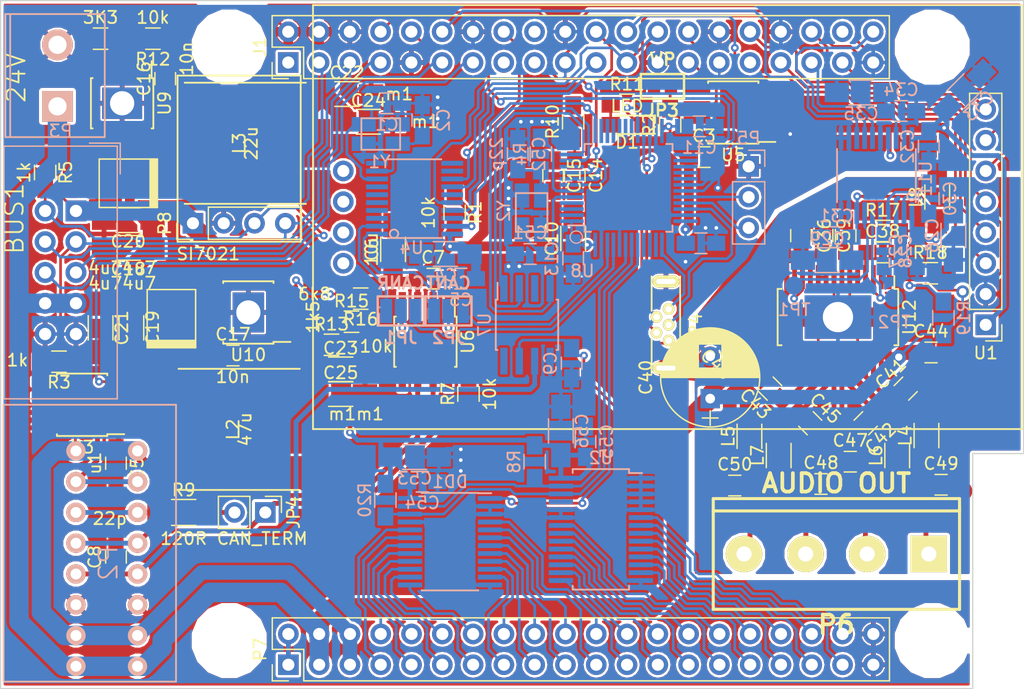
<source format=kicad_pcb>
(kicad_pcb (version 4) (host pcbnew 4.0.5)
  (layers (0 F.Cu signal) (31 B.Cu signal hide) (34 B.Paste user hide) (35 F.Paste user) (36 B.SilkS user hide) (37 F.SilkS user) (38 B.Mask user hide) (39 F.Mask user) (44 Edge.Cuts user))
  (net 0 "")
  (net 1 "Net-(C1-Pad1)")
  (net 2 GND)
  (net 3 "Net-(C2-Pad1)")
  (net 4 +3V3)
  (net 5 CANH)
  (net 6 +24V)
  (net 7 "Net-(R1-Pad1)")
  (net 8 CANL)
  (net 9 +5V)
  (net 10 CAN_INT)
  (net 11 CAN_SCK)
  (net 12 CAN_SI)
  (net 13 CAN_SO)
  (net 14 CAN_CS)
  (net 15 SCL1)
  (net 16 SDA1)
  (net 17 LIN)
  (net 18 +3.3VA)
  (net 19 /cpu/LED)
  (net 20 RX)
  (net 21 TX)
  (net 22 NRST)
  (net 23 ID_SD)
  (net 24 ID_SC)
  (net 25 "Net-(JP3-Pad1)")
  (net 26 CANR)
  (net 27 "Net-(JP4-Pad2)")
  (net 28 CANT)
  (net 29 SWDIO)
  (net 30 SWCLK)
  (net 31 /cpu/USBM)
  (net 32 /cpu/USBP)
  (net 33 LINRX)
  (net 34 LINTX)
  (net 35 SHDN)
  (net 36 AUDIO_BCK)
  (net 37 AUDIO_LCK)
  (net 38 AUDIO_DATA)
  (net 39 "Net-(R7-Pad2)")
  (net 40 "Net-(R12-Pad2)")
  (net 41 "Net-(R13-Pad2)")
  (net 42 "Net-(R15-Pad2)")
  (net 43 INT1_1)
  (net 44 INT1_2)
  (net 45 INT1_3)
  (net 46 LCD_DC)
  (net 47 LCD_CS)
  (net 48 LCD_RES)
  (net 49 LCD_PWM)
  (net 50 DBG_TX)
  (net 51 DBG_RX)
  (net 52 /RXCAN)
  (net 53 /RXD)
  (net 54 /TXCAN)
  (net 55 /TXD)
  (net 56 "Net-(C28-Pad2)")
  (net 57 "Net-(C30-Pad1)")
  (net 58 "Net-(C30-Pad2)")
  (net 59 "Net-(C34-Pad2)")
  (net 60 "Net-(C37-Pad1)")
  (net 61 "Net-(C38-Pad1)")
  (net 62 "Net-(C39-Pad2)")
  (net 63 "Net-(R18-Pad1)")
  (net 64 /audio/OUTL)
  (net 65 /audio/OUTR)
  (net 66 "Net-(C36-Pad1)")
  (net 67 /audio/OUTPL)
  (net 68 /audio/BSPL)
  (net 69 /audio/OUTNL)
  (net 70 /audio/BSNL)
  (net 71 /audio/OUTPR)
  (net 72 /audio/BSPR)
  (net 73 /audio/OUTNR)
  (net 74 /audio/BSNR)
  (net 75 /audio/OUT_L-)
  (net 76 /audio/OUT_R-)
  (net 77 /audio/OUT_L+)
  (net 78 /audio/OUT_R+)
  (net 79 SHUTDOWN)
  (net 80 "Net-(C51-Pad1)")
  (net 81 "Net-(C52-Pad1)")
  (net 82 "Net-(D1-Pad1)")
  (net 83 "Net-(R4-Pad1)")
  (net 84 SCL2)
  (net 85 SDA2)
  (net 86 /LED15)
  (net 87 /LED14)
  (net 88 /LED13)
  (net 89 /LED12)
  (net 90 /LED11)
  (net 91 /LED10)
  (net 92 /LED9)
  (net 93 /LED8)
  (net 94 /LED7)
  (net 95 /LED6)
  (net 96 /LED5)
  (net 97 /LED4)
  (net 98 /LED3)
  (net 99 /LED2)
  (net 100 /LED1)
  (net 101 /LED0)
  (net 102 /IO8)
  (net 103 /IO0)
  (net 104 /IO1)
  (net 105 /IO2)
  (net 106 /IO3)
  (net 107 /IO4)
  (net 108 /IO5)
  (net 109 /IO6)
  (net 110 /IO7)
  (net 111 /IO9)
  (net 112 /IO10)
  (net 113 /IO11)
  (net 114 /IO12)
  (net 115 /IO13)
  (net 116 /IO14)
  (net 117 /IO15)
  (net 118 1Wire)
  (net 119 /pwr/SW5V)
  (net 120 /pwr/SW3V3)
  (net 121 /pwr/BOOT5V)
  (net 122 /pwr/BOOT3V3)
  (net 123 "Net-(P7-Pad1)")
  (net 124 INT)
  (net 125 BOOT0)
  (module sensact:Inductor_CD104_handsolder (layer F.Cu) (at 65.786 52.578 270)
    (fp_text reference L3 (at 0 0.5 270) (layer F.SilkS))
    (fp_text value 22u (at 0 -0.5 270) (layer F.SilkS))
    (pad 1 smd rect (at 0 -5 270) (size 4 4) (layers F.Cu F.Paste F.Mask) (net 9 +5V))
    (pad 2 smd rect (at 0 5 270) (size 4 4) (layers F.Cu F.Paste F.Mask) (net 119 /pwr/SW5V))
  )
  (module sensact:SOIC-8_3.9x4.9mm_Pitch1.27mm_handsolder (layer F.Cu) (at 106.045 50.038 180)
    (fp_text reference U5 (at 0 -3.5 180) (layer F.SilkS))
    (fp_text value 24LC16 hide)
    (pad 1 smd rect (at -3 -1.905 180) (size 2.2 0.6) (layers F.Cu F.Paste F.Mask) (net 2 GND))
    (pad 2 smd rect (at -3 -0.635 180) (size 2.2 0.6) (layers F.Cu F.Paste F.Mask) (net 2 GND))
    (pad 3 smd rect (at -3 0.635 180) (size 2.2 0.6) (layers F.Cu F.Paste F.Mask) (net 2 GND))
    (pad 4 smd rect (at -3 1.905 180) (size 2.2 0.6) (layers F.Cu F.Paste F.Mask) (net 2 GND))
    (pad 5 smd rect (at 3 1.905 180) (size 2.2 0.6) (layers F.Cu F.Paste F.Mask) (net 23 ID_SD))
    (pad 6 smd rect (at 3 0.635 180) (size 2.2 0.6) (layers F.Cu F.Paste F.Mask) (net 24 ID_SC))
    (pad 7 smd rect (at 3 -0.635 180) (size 2.2 0.6) (layers F.Cu F.Paste F.Mask) (net 25 "Net-(JP3-Pad1)"))
    (pad 8 smd rect (at 3 -1.905 180) (size 2.2 0.6) (layers F.Cu F.Paste F.Mask) (net 4 +3V3))
  )
  (module sensact:MODULE_ST7735_18 (layer F.Cu) (at 126.873 58.674 180)
    (fp_text reference U1 (at 0 -11.22 180) (layer F.SilkS))
    (fp_text value MODULE_ST7735_1_8 hide)
    (pad 1 thru_hole rect (at 0 -8.89 180) (size 1.7 1.7) (drill 1) (layers *.Cu *.Mask) (net 4 +3V3))
    (pad 2 thru_hole oval (at 0 -6.35 180) (size 1.7 1.7) (drill 1) (layers *.Cu *.Mask) (net 2 GND))
    (pad 3 thru_hole oval (at 0 -3.81 180) (size 1.7 1.7) (drill 1) (layers *.Cu *.Mask) (net 47 LCD_CS))
    (pad 4 thru_hole oval (at 0 -1.27 180) (size 1.7 1.7) (drill 1) (layers *.Cu *.Mask) (net 48 LCD_RES))
    (pad 5 thru_hole oval (at 0 1.27 180) (size 1.7 1.7) (drill 1) (layers *.Cu *.Mask) (net 46 LCD_DC))
    (pad 6 thru_hole oval (at 0 3.81 180) (size 1.7 1.7) (drill 1) (layers *.Cu *.Mask) (net 12 CAN_SI))
    (pad 7 thru_hole oval (at 0 6.35 180) (size 1.7 1.7) (drill 1) (layers *.Cu *.Mask) (net 11 CAN_SCK))
    (pad 8 thru_hole oval (at 0 8.89 180) (size 1.7 1.7) (drill 1) (layers *.Cu *.Mask) (net 49 LCD_PWM))
    (pad 10 thru_hole circle (at 53 -1.27 180) (size 1.7 1.7) (drill 1) (layers *.Cu *.Mask))
    (pad 9 thru_hole circle (at 53 -3.81 180) (size 1.7 1.7) (drill 1) (layers *.Cu *.Mask))
    (pad 11 thru_hole circle (at 53 1.27 180) (size 1.7 1.7) (drill 1) (layers *.Cu *.Mask))
    (pad 12 thru_hole circle (at 53 3.81 180) (size 1.7 1.7) (drill 1) (layers *.Cu *.Mask))
  )
  (module Capacitors_SMD:C_0805_HandSoldering (layer F.Cu) (at 103.632 53.721)
    (fp_text reference C3 (at 0 -1.75) (layer F.SilkS))
    (fp_text value u1)
    (pad 1 smd rect (at -1.25 0) (size 1.5 1.25) (layers F.Cu F.Paste F.Mask) (net 4 +3V3))
    (pad 2 smd rect (at 1.25 0) (size 1.5 1.25) (layers F.Cu F.Paste F.Mask) (net 2 GND))
  )
  (module Capacitors_SMD:C_1206_HandSoldering (layer F.Cu) (at 56.134 61.214 180)
    (fp_text reference C18 (at 0 -1.75 180) (layer F.SilkS))
    (fp_text value 4u7 (at 1.905 -1.651 180) (layer F.SilkS))
    (pad 1 smd rect (at -2 0 180) (size 2 1.6) (layers F.Cu F.Paste F.Mask) (net 6 +24V))
    (pad 2 smd rect (at 2 0 180) (size 2 1.6) (layers F.Cu F.Paste F.Mask) (net 2 GND))
  )
  (module RPi_Hat:RPi_Hat_Mounting_Hole (layer F.Cu) (at 122.46 44.64)
    (fp_text reference "" hide)
    (fp_text value "" hide)
    (pad "" np_thru_hole circle (at 0 0) (size 2.75 2.75) (drill 2.75) (layers *.Cu *.Mask) (clearance 1.725))
  )
  (module RPi_Hat:RPi_Hat_Mounting_Hole (layer F.Cu) (at 122.46 93.64)
    (fp_text reference "" hide)
    (fp_text value "" hide)
    (pad "" np_thru_hole circle (at 0 0) (size 2.75 2.75) (drill 2.75) (layers *.Cu *.Mask) (clearance 1.725))
  )
  (module RPi_Hat:RPi_Hat_Mounting_Hole (layer F.Cu) (at 64.46 93.64)
    (fp_text reference "" hide)
    (fp_text value "" hide)
    (pad "" np_thru_hole circle (at 0 0) (size 2.75 2.75) (drill 2.75) (layers *.Cu *.Mask) (clearance 1.725))
  )
  (module RPi_Hat:RPi_Hat_Mounting_Hole (layer F.Cu) (at 64.46 44.64)
    (fp_text reference "" hide)
    (fp_text value "" hide)
    (pad "" np_thru_hole circle (at 0 0) (size 2.75 2.75) (drill 2.75) (layers *.Cu *.Mask) (clearance 1.725))
  )
  (module Capacitors_SMD:C_0805_HandSoldering (layer B.Cu) (at 80.391 50.673 90)
    (fp_text reference C2 (at 0 1.75 90) (layer B.SilkS) (effects (justify mirror)))
    (fp_text value 22p)
    (pad 1 smd rect (at -1.25 0 90) (size 1.5 1.25) (layers B.Cu B.Paste B.Mask) (net 3 "Net-(C2-Pad1)"))
    (pad 2 smd rect (at 1.25 0 90) (size 1.5 1.25) (layers B.Cu B.Paste B.Mask) (net 2 GND))
  )
  (module Capacitors_SMD:C_1206_HandSoldering (layer B.Cu) (at 82.296 61.722)
    (fp_text reference C4 (at 0 1.75) (layer B.SilkS) (effects (justify mirror)))
    (fp_text value 10u)
    (pad 1 smd rect (at -2 0) (size 2 1.6) (layers B.Cu B.Paste B.Mask) (net 2 GND))
    (pad 2 smd rect (at 2 0) (size 2 1.6) (layers B.Cu B.Paste B.Mask) (net 4 +3V3))
  )
  (module Capacitors_SMD:C_0805_HandSoldering (layer B.Cu) (at 83.566 63.754)
    (fp_text reference C5 (at 0 1.75) (layer B.SilkS) (effects (justify mirror)))
    (fp_text value u1)
    (pad 1 smd rect (at -1.25 0) (size 1.5 1.25) (layers B.Cu B.Paste B.Mask) (net 2 GND))
    (pad 2 smd rect (at 1.25 0) (size 1.5 1.25) (layers B.Cu B.Paste B.Mask) (net 4 +3V3))
  )
  (module Capacitors_SMD:C_0805_HandSoldering (layer F.Cu) (at 55.118 86.741 90)
    (fp_text reference C8 (at 0 -1.75 90) (layer F.SilkS))
    (fp_text value 22p (at 3.175 -0.508 180) (layer F.SilkS))
    (pad 1 smd rect (at -1.25 0 90) (size 1.5 1.25) (layers F.Cu F.Paste F.Mask) (net 17 LIN))
    (pad 2 smd rect (at 1.25 0 90) (size 1.5 1.25) (layers F.Cu F.Paste F.Mask) (net 2 GND))
  )
  (module sensact:conn_2P (layer B.Cu) (at 50.292 46.99 270)
    (fp_text reference P1 hide)
    (fp_text value 24V (at 0.2 3.4 270) (layer F.SilkS) (effects (font (size 1.5 1.5))))
    (pad 1 thru_hole rect (at 2.54 0 270) (size 2.54 2.54) (drill 1.5) (layers *.Cu *.Mask B.SilkS) (net 6 +24V))
    (pad 2 thru_hole circle (at -2.54 0 270) (size 2.54 2.54) (drill 1.5) (layers *.Cu *.Mask B.SilkS) (net 2 GND))
  )
  (module Resistors_SMD:R_0805_HandSoldering (layer F.Cu) (at 83.058 58.293 270)
    (fp_text reference R1 (at 0 -1.7 270) (layer F.SilkS))
    (fp_text value 10k (at 0 2.159 270) (layer F.SilkS))
    (pad 1 smd rect (at -1.35 0 270) (size 1.5 1.3) (layers F.Cu F.Paste F.Mask) (net 7 "Net-(R1-Pad1)"))
    (pad 2 smd rect (at 1.35 0 270) (size 1.5 1.3) (layers F.Cu F.Paste F.Mask) (net 4 +3V3))
  )
  (module Resistors_SMD:R_0805_HandSoldering (layer F.Cu) (at 100.838 51.054 90)
    (fp_text reference R2 (at 0 -1.7 90) (layer F.SilkS))
    (fp_text value 1k)
    (pad 1 smd rect (at -1.35 0 90) (size 1.5 1.3) (layers F.Cu F.Paste F.Mask) (net 4 +3V3))
    (pad 2 smd rect (at 1.35 0 90) (size 1.5 1.3) (layers F.Cu F.Paste F.Mask) (net 25 "Net-(JP3-Pad1)"))
  )
  (module Resistors_SMD:R_0805_HandSoldering (layer F.Cu) (at 49.276 54.991 270)
    (fp_text reference R5 (at 0 -1.7 270) (layer F.SilkS))
    (fp_text value 1k (at 0 1.75 270) (layer F.SilkS))
    (pad 1 smd rect (at -1.35 0 270) (size 1.5 1.3) (layers F.Cu F.Paste F.Mask) (net 4 +3V3))
    (pad 2 smd rect (at 1.35 0 270) (size 1.5 1.3) (layers F.Cu F.Paste F.Mask) (net 15 SCL1))
  )
  (module Resistors_SMD:R_0805_HandSoldering (layer F.Cu) (at 84.201 73.279 90)
    (fp_text reference R7 (at 0 -1.7 90) (layer F.SilkS))
    (fp_text value 10k (at 0 1.75 90) (layer F.SilkS))
    (pad 1 smd rect (at -1.35 0 90) (size 1.5 1.3) (layers F.Cu F.Paste F.Mask) (net 2 GND))
    (pad 2 smd rect (at 1.35 0 90) (size 1.5 1.3) (layers F.Cu F.Paste F.Mask) (net 39 "Net-(R7-Pad2)"))
  )
  (module sensact:SOIC-8_3.9x4.9mm_Pitch1.27mm_handsolder (layer F.Cu) (at 80.645 68.961 270)
    (fp_text reference U6 (at 0 -3.5 270) (layer F.SilkS))
    (fp_text value SN65HVD230 hide)
    (pad 1 smd rect (at -3 -1.905 270) (size 2.2 0.6) (layers F.Cu F.Paste F.Mask) (net 55 /TXD))
    (pad 2 smd rect (at -3 -0.635 270) (size 2.2 0.6) (layers F.Cu F.Paste F.Mask) (net 2 GND))
    (pad 3 smd rect (at -3 0.635 270) (size 2.2 0.6) (layers F.Cu F.Paste F.Mask) (net 4 +3V3))
    (pad 4 smd rect (at -3 1.905 270) (size 2.2 0.6) (layers F.Cu F.Paste F.Mask) (net 53 /RXD))
    (pad 5 smd rect (at 3 1.905 270) (size 2.2 0.6) (layers F.Cu F.Paste F.Mask))
    (pad 6 smd rect (at 3 0.635 270) (size 2.2 0.6) (layers F.Cu F.Paste F.Mask) (net 8 CANL))
    (pad 7 smd rect (at 3 -0.635 270) (size 2.2 0.6) (layers F.Cu F.Paste F.Mask) (net 5 CANH))
    (pad 8 smd rect (at 3 -1.905 270) (size 2.2 0.6) (layers F.Cu F.Paste F.Mask) (net 39 "Net-(R7-Pad2)"))
  )
  (module Capacitors_SMD:C_0805_HandSoldering (layer B.Cu) (at 92.71 70.739 270)
    (fp_text reference C9 (at 0 1.75 270) (layer B.SilkS) (effects (justify mirror)))
    (fp_text value u1)
    (pad 1 smd rect (at -1.25 0 270) (size 1.5 1.25) (layers B.Cu B.Paste B.Mask) (net 6 +24V))
    (pad 2 smd rect (at 1.25 0 270) (size 1.5 1.25) (layers B.Cu B.Paste B.Mask) (net 2 GND))
  )
  (module Capacitors_SMD:C_0805_HandSoldering (layer F.Cu) (at 59.182 47.244 90)
    (fp_text reference C16 (at 0 -1.75 90) (layer F.SilkS))
    (fp_text value 10n (at 1.651 1.778 90) (layer F.SilkS))
    (pad 1 smd rect (at -1.25 0 90) (size 1.5 1.25) (layers F.Cu F.Paste F.Mask) (net 119 /pwr/SW5V))
    (pad 2 smd rect (at 1.25 0 90) (size 1.5 1.25) (layers F.Cu F.Paste F.Mask) (net 121 /pwr/BOOT5V))
  )
  (module Capacitors_SMD:C_0805_HandSoldering (layer F.Cu) (at 64.77 70.104)
    (fp_text reference C17 (at 0 -1.75) (layer F.SilkS))
    (fp_text value 10n (at 0 1.75) (layer F.SilkS))
    (pad 1 smd rect (at -1.25 0) (size 1.5 1.25) (layers F.Cu F.Paste F.Mask) (net 120 /pwr/SW3V3))
    (pad 2 smd rect (at 1.25 0) (size 1.5 1.25) (layers F.Cu F.Paste F.Mask) (net 122 /pwr/BOOT3V3))
  )
  (module Resistors_SMD:R_0805_HandSoldering (layer F.Cu) (at 92.837 50.8 90)
    (fp_text reference R10 (at 0 -1.7 90) (layer F.SilkS))
    (fp_text value 10k)
    (pad 1 smd rect (at -1.35 0 90) (size 1.5 1.3) (layers F.Cu F.Paste F.Mask) (net 4 +3V3))
    (pad 2 smd rect (at 1.35 0 90) (size 1.5 1.3) (layers F.Cu F.Paste F.Mask) (net 33 LINRX))
  )
  (module sensact:LQFP-48_7x7mm_Pitch0.5mm_handsolder (layer B.Cu) (at 97.409 56.261)
    (fp_text reference U8 (at -3.81 6.858) (layer B.SilkS) (effects (justify mirror)))
    (fp_text value STM32F072C8Tx hide)
    (pad 1 smd rect (at -4.7 2.75) (size 2 0.3) (layers B.Cu B.Paste B.Mask) (net 4 +3V3))
    (pad 13 smd rect (at -2.75 -4.7 270) (size 2 0.3) (layers B.Cu B.Paste B.Mask) (net 33 LINRX))
    (pad 25 smd rect (at 4.7 -2.75) (size 2 0.3) (layers B.Cu B.Paste B.Mask))
    (pad 37 smd rect (at 2.75 4.7 270) (size 2 0.3) (layers B.Cu B.Paste B.Mask) (net 30 SWCLK))
    (pad 2 smd rect (at -4.7 2.25) (size 2 0.3) (layers B.Cu B.Paste B.Mask))
    (pad 3 smd rect (at -4.7 1.75) (size 2 0.3) (layers B.Cu B.Paste B.Mask))
    (pad 4 smd rect (at -4.7 1.25) (size 2 0.3) (layers B.Cu B.Paste B.Mask))
    (pad 5 smd rect (at -4.7 0.75) (size 2 0.3) (layers B.Cu B.Paste B.Mask) (net 80 "Net-(C51-Pad1)"))
    (pad 6 smd rect (at -4.7 0.25) (size 2 0.3) (layers B.Cu B.Paste B.Mask) (net 83 "Net-(R4-Pad1)"))
    (pad 7 smd rect (at -4.7 -0.25) (size 2 0.3) (layers B.Cu B.Paste B.Mask) (net 22 NRST))
    (pad 8 smd rect (at -4.7 -0.75) (size 2 0.3) (layers B.Cu B.Paste B.Mask) (net 2 GND))
    (pad 9 smd rect (at -4.7 -1.25) (size 2 0.3) (layers B.Cu B.Paste B.Mask) (net 4 +3V3))
    (pad 10 smd rect (at -4.7 -1.75) (size 2 0.3) (layers B.Cu B.Paste B.Mask))
    (pad 11 smd rect (at -4.7 -2.25) (size 2 0.3) (layers B.Cu B.Paste B.Mask) (net 35 SHDN))
    (pad 12 smd rect (at -4.7 -2.75) (size 2 0.3) (layers B.Cu B.Paste B.Mask) (net 34 LINTX))
    (pad 14 smd rect (at -2.25 -4.7 270) (size 2 0.3) (layers B.Cu B.Paste B.Mask))
    (pad 15 smd rect (at -1.75 -4.7 270) (size 2 0.3) (layers B.Cu B.Paste B.Mask))
    (pad 16 smd rect (at -1.25 -4.7 270) (size 2 0.3) (layers B.Cu B.Paste B.Mask))
    (pad 17 smd rect (at -0.75 -4.7 270) (size 2 0.3) (layers B.Cu B.Paste B.Mask))
    (pad 18 smd rect (at -0.25 -4.7 270) (size 2 0.3) (layers B.Cu B.Paste B.Mask))
    (pad 19 smd rect (at 0.25 -4.7 270) (size 2 0.3) (layers B.Cu B.Paste B.Mask))
    (pad 20 smd rect (at 0.75 -4.7 270) (size 2 0.3) (layers B.Cu B.Paste B.Mask) (net 82 "Net-(D1-Pad1)"))
    (pad 21 smd rect (at 1.25 -4.7 270) (size 2 0.3) (layers B.Cu B.Paste B.Mask) (net 50 DBG_TX))
    (pad 22 smd rect (at 1.75 -4.7 270) (size 2 0.3) (layers B.Cu B.Paste B.Mask) (net 51 DBG_RX))
    (pad 23 smd rect (at 2.25 -4.7 270) (size 2 0.3) (layers B.Cu B.Paste B.Mask) (net 2 GND))
    (pad 24 smd rect (at 2.75 -4.7 270) (size 2 0.3) (layers B.Cu B.Paste B.Mask) (net 4 +3V3))
    (pad 26 smd rect (at 4.7 -2.25) (size 2 0.3) (layers B.Cu B.Paste B.Mask))
    (pad 27 smd rect (at 4.7 -1.75) (size 2 0.3) (layers B.Cu B.Paste B.Mask))
    (pad 28 smd rect (at 4.7 -1.25) (size 2 0.3) (layers B.Cu B.Paste B.Mask))
    (pad 29 smd rect (at 4.7 -0.75) (size 2 0.3) (layers B.Cu B.Paste B.Mask))
    (pad 30 smd rect (at 4.7 -0.25) (size 2 0.3) (layers B.Cu B.Paste B.Mask) (net 21 TX))
    (pad 31 smd rect (at 4.7 0.25) (size 2 0.3) (layers B.Cu B.Paste B.Mask) (net 20 RX))
    (pad 32 smd rect (at 4.7 0.75) (size 2 0.3) (layers B.Cu B.Paste B.Mask) (net 31 /cpu/USBM))
    (pad 33 smd rect (at 4.7 1.25) (size 2 0.3) (layers B.Cu B.Paste B.Mask) (net 32 /cpu/USBP))
    (pad 34 smd rect (at 4.7 1.75) (size 2 0.3) (layers B.Cu B.Paste B.Mask) (net 29 SWDIO))
    (pad 35 smd rect (at 4.7 2.25) (size 2 0.3) (layers B.Cu B.Paste B.Mask) (net 2 GND))
    (pad 36 smd rect (at 4.7 2.75) (size 2 0.3) (layers B.Cu B.Paste B.Mask) (net 4 +3V3))
    (pad 38 smd rect (at 2.25 4.7 270) (size 2 0.3) (layers B.Cu B.Paste B.Mask))
    (pad 39 smd rect (at 1.75 4.7 270) (size 2 0.3) (layers B.Cu B.Paste B.Mask))
    (pad 40 smd rect (at 1.25 4.7 270) (size 2 0.3) (layers B.Cu B.Paste B.Mask))
    (pad 41 smd rect (at 0.75 4.7 270) (size 2 0.3) (layers B.Cu B.Paste B.Mask) (net 124 INT))
    (pad 42 smd rect (at 0.25 4.7 270) (size 2 0.3) (layers B.Cu B.Paste B.Mask) (net 84 SCL2))
    (pad 43 smd rect (at -0.25 4.7 270) (size 2 0.3) (layers B.Cu B.Paste B.Mask) (net 85 SDA2))
    (pad 44 smd rect (at -0.75 4.7 270) (size 2 0.3) (layers B.Cu B.Paste B.Mask) (net 125 BOOT0))
    (pad 45 smd rect (at -1.25 4.7 270) (size 2 0.3) (layers B.Cu B.Paste B.Mask) (net 26 CANR))
    (pad 46 smd rect (at -1.75 4.7 270) (size 2 0.3) (layers B.Cu B.Paste B.Mask) (net 28 CANT))
    (pad 47 smd rect (at -2.25 4.7 270) (size 2 0.3) (layers B.Cu B.Paste B.Mask) (net 2 GND))
    (pad 48 smd rect (at -2.75 4.7 270) (size 2 0.3) (layers B.Cu B.Paste B.Mask) (net 4 +3V3))
  )
  (module Capacitors_SMD:C_1206_HandSoldering (layer F.Cu) (at 77.978 61.341 90)
    (fp_text reference C6 (at 0 -1.75 90) (layer F.SilkS))
    (fp_text value 10u (at 0 -1.778 90) (layer F.SilkS))
    (pad 1 smd rect (at -2 0 90) (size 2 1.6) (layers F.Cu F.Paste F.Mask) (net 4 +3V3))
    (pad 2 smd rect (at 2 0 90) (size 2 1.6) (layers F.Cu F.Paste F.Mask) (net 2 GND))
  )
  (module Capacitors_SMD:C_0805_HandSoldering (layer F.Cu) (at 81.28 63.754)
    (fp_text reference C7 (at 0 -1.75) (layer F.SilkS))
    (fp_text value u1)
    (pad 1 smd rect (at -1.25 0) (size 1.5 1.25) (layers F.Cu F.Paste F.Mask) (net 4 +3V3))
    (pad 2 smd rect (at 1.25 0) (size 1.5 1.25) (layers F.Cu F.Paste F.Mask) (net 2 GND))
  )
  (module Capacitors_SMD:C_1206_HandSoldering (layer F.Cu) (at 92.837 60.452 90)
    (fp_text reference C10 (at 0 -1.75 90) (layer F.SilkS))
    (fp_text value 4u7)
    (pad 1 smd rect (at -2 0 90) (size 2 1.6) (layers F.Cu F.Paste F.Mask) (net 4 +3V3))
    (pad 2 smd rect (at 2 0 90) (size 2 1.6) (layers F.Cu F.Paste F.Mask) (net 2 GND))
  )
  (module Capacitors_SMD:C_0805_HandSoldering (layer B.Cu) (at 103.251 51.181)
    (fp_text reference C11 (at 0 1.75) (layer B.SilkS) (effects (justify mirror)))
    (fp_text value u1)
    (pad 1 smd rect (at -1.25 0) (size 1.5 1.25) (layers B.Cu B.Paste B.Mask) (net 4 +3V3))
    (pad 2 smd rect (at 1.25 0) (size 1.5 1.25) (layers B.Cu B.Paste B.Mask) (net 2 GND))
  )
  (module Capacitors_SMD:C_0805_HandSoldering (layer B.Cu) (at 103.378 60.833)
    (fp_text reference C12 hide)
    (fp_text value u1)
    (pad 1 smd rect (at -1.25 0) (size 1.5 1.25) (layers B.Cu B.Paste B.Mask) (net 4 +3V3))
    (pad 2 smd rect (at 1.25 0) (size 1.5 1.25) (layers B.Cu B.Paste B.Mask) (net 2 GND))
  )
  (module Capacitors_SMD:C_0805_HandSoldering (layer B.Cu) (at 92.837 62.103 270)
    (fp_text reference C13 (at 0 1.75 270) (layer B.SilkS) (effects (justify mirror)))
    (fp_text value u1)
    (pad 1 smd rect (at -1.25 0 270) (size 1.5 1.25) (layers B.Cu B.Paste B.Mask) (net 4 +3V3))
    (pad 2 smd rect (at 1.25 0 270) (size 1.5 1.25) (layers B.Cu B.Paste B.Mask) (net 2 GND))
  )
  (module Capacitors_SMD:C_0805_HandSoldering (layer F.Cu) (at 92.964 55.245 270)
    (fp_text reference C14 (at 0 -1.75 270) (layer F.SilkS))
    (fp_text value 10n)
    (pad 1 smd rect (at -1.25 0 270) (size 1.5 1.25) (layers F.Cu F.Paste F.Mask) (net 4 +3V3))
    (pad 2 smd rect (at 1.25 0 270) (size 1.5 1.25) (layers F.Cu F.Paste F.Mask) (net 2 GND))
  )
  (module Capacitors_SMD:C_1206_HandSoldering (layer F.Cu) (at 56.388 67.818 270)
    (fp_text reference C19 (at 0 -1.75 270) (layer F.SilkS))
    (fp_text value 4u7 (at -3.683 -0.635 360) (layer F.SilkS))
    (pad 1 smd rect (at -2 0 270) (size 2 1.6) (layers F.Cu F.Paste F.Mask) (net 6 +24V))
    (pad 2 smd rect (at 2 0 270) (size 2 1.6) (layers F.Cu F.Paste F.Mask) (net 2 GND))
  )
  (module Capacitors_SMD:C_1206_HandSoldering (layer F.Cu) (at 56.134 58.928 180)
    (fp_text reference C20 (at 0 -1.75 180) (layer F.SilkS))
    (fp_text value 4u7 (at -0.889 -3.937 180) (layer F.SilkS))
    (pad 1 smd rect (at -2 0 180) (size 2 1.6) (layers F.Cu F.Paste F.Mask) (net 6 +24V))
    (pad 2 smd rect (at 2 0 180) (size 2 1.6) (layers F.Cu F.Paste F.Mask) (net 2 GND))
  )
  (module Capacitors_SMD:C_1206_HandSoldering (layer F.Cu) (at 53.848 67.818 270)
    (fp_text reference C21 (at 0 -1.75 270) (layer F.SilkS))
    (fp_text value 4u7 (at -3.683 -0.381 360) (layer F.SilkS))
    (pad 1 smd rect (at -2 0 270) (size 2 1.6) (layers F.Cu F.Paste F.Mask) (net 6 +24V))
    (pad 2 smd rect (at 2 0 270) (size 2 1.6) (layers F.Cu F.Paste F.Mask) (net 2 GND))
  )
  (module Capacitors_SMD:C_1206_HandSoldering (layer F.Cu) (at 74.168 48.514)
    (fp_text reference C22 (at 0 -1.75) (layer F.SilkS))
    (fp_text value m1 (at 4.318 0) (layer F.SilkS))
    (pad 1 smd rect (at -2 0) (size 2 1.6) (layers F.Cu F.Paste F.Mask) (net 9 +5V))
    (pad 2 smd rect (at 2 0) (size 2 1.6) (layers F.Cu F.Paste F.Mask) (net 2 GND))
  )
  (module Capacitors_SMD:C_1206_HandSoldering (layer F.Cu) (at 73.66 71.247)
    (fp_text reference C23 (at 0 -1.75) (layer F.SilkS))
    (fp_text value m1 (at 2.413 3.683) (layer F.SilkS))
    (pad 1 smd rect (at -2 0) (size 2 1.6) (layers F.Cu F.Paste F.Mask) (net 4 +3V3))
    (pad 2 smd rect (at 2 0) (size 2 1.6) (layers F.Cu F.Paste F.Mask) (net 2 GND))
  )
  (module Capacitors_SMD:C_1206_HandSoldering (layer F.Cu) (at 75.946 50.8)
    (fp_text reference C24 (at 0 -1.75) (layer F.SilkS))
    (fp_text value m1 (at 4.699 0) (layer F.SilkS))
    (pad 1 smd rect (at -2 0) (size 2 1.6) (layers F.Cu F.Paste F.Mask) (net 9 +5V))
    (pad 2 smd rect (at 2 0) (size 2 1.6) (layers F.Cu F.Paste F.Mask) (net 2 GND))
  )
  (module Capacitors_SMD:C_1206_HandSoldering (layer F.Cu) (at 73.66 73.279)
    (fp_text reference C25 (at 0 -1.75) (layer F.SilkS))
    (fp_text value m1 (at 0.127 1.651) (layer F.SilkS))
    (pad 1 smd rect (at -2 0) (size 2 1.6) (layers F.Cu F.Paste F.Mask) (net 4 +3V3))
    (pad 2 smd rect (at 2 0) (size 2 1.6) (layers F.Cu F.Paste F.Mask) (net 2 GND))
  )
  (module sensact:LED_0805_handsolder (layer F.Cu) (at 97.282 51.054 180)
    (fp_text reference D1 (at 0 -1.45 180) (layer F.SilkS))
    (fp_text value LED (at 0 1.55 180) (layer F.SilkS))
    (pad 2 smd rect (at 1.35 0) (size 1.5 1.3) (layers F.Cu F.Paste F.Mask) (net 19 /cpu/LED))
    (pad 1 smd rect (at -1.35 0) (size 1.5 1.3) (layers F.Cu F.Paste F.Mask) (net 82 "Net-(D1-Pad1)"))
  )
  (module sensact:do214aa_handsolder (layer F.Cu) (at 56.134 55.88)
    (fp_text reference D2 hide)
    (fp_text value D_Schottky hide)
    (pad 1 smd rect (at 2.5 0) (size 3 2.30124) (layers F.Cu F.Paste F.Mask) (net 119 /pwr/SW5V))
    (pad 2 smd rect (at -2.5 0) (size 3 2.30124) (layers F.Cu F.Paste F.Mask) (net 2 GND))
  )
  (module sensact:do214aa_handsolder (layer F.Cu) (at 59.69 67.056 270)
    (fp_text reference D3 hide)
    (fp_text value D_Schottky hide)
    (pad 1 smd rect (at 2.5 0 270) (size 3 2.30124) (layers F.Cu F.Paste F.Mask) (net 120 /pwr/SW3V3))
    (pad 2 smd rect (at -2.5 0 270) (size 3 2.30124) (layers F.Cu F.Paste F.Mask) (net 2 GND))
  )
  (module Pin_Headers:Pin_Header_Straight_2x20_Pitch2.54mm (layer F.Cu) (at 69.33 45.91 90)
    (fp_text reference J1 (at 1.27 -2.33 90) (layer F.SilkS))
    (fp_text value RPi_GPIO)
    (pad 1 thru_hole rect (at 0 0 90) (size 1.7 1.7) (drill 1) (layers *.Cu *.Mask))
    (pad 2 thru_hole oval (at 2.54 0 90) (size 1.7 1.7) (drill 1) (layers *.Cu *.Mask) (net 9 +5V))
    (pad 3 thru_hole oval (at 0 2.54 90) (size 1.7 1.7) (drill 1) (layers *.Cu *.Mask) (net 15 SCL1))
    (pad 4 thru_hole oval (at 2.54 2.54 90) (size 1.7 1.7) (drill 1) (layers *.Cu *.Mask) (net 9 +5V))
    (pad 5 thru_hole oval (at 0 5.08 90) (size 1.7 1.7) (drill 1) (layers *.Cu *.Mask) (net 16 SDA1))
    (pad 6 thru_hole oval (at 2.54 5.08 90) (size 1.7 1.7) (drill 1) (layers *.Cu *.Mask) (net 2 GND))
    (pad 7 thru_hole oval (at 0 7.62 90) (size 1.7 1.7) (drill 1) (layers *.Cu *.Mask) (net 43 INT1_1))
    (pad 8 thru_hole oval (at 2.54 7.62 90) (size 1.7 1.7) (drill 1) (layers *.Cu *.Mask) (net 20 RX))
    (pad 9 thru_hole oval (at 0 10.16 90) (size 1.7 1.7) (drill 1) (layers *.Cu *.Mask) (net 2 GND))
    (pad 10 thru_hole oval (at 2.54 10.16 90) (size 1.7 1.7) (drill 1) (layers *.Cu *.Mask) (net 21 TX))
    (pad 11 thru_hole oval (at 0 12.7 90) (size 1.7 1.7) (drill 1) (layers *.Cu *.Mask) (net 44 INT1_2))
    (pad 12 thru_hole oval (at 2.54 12.7 90) (size 1.7 1.7) (drill 1) (layers *.Cu *.Mask) (net 36 AUDIO_BCK))
    (pad 13 thru_hole oval (at 0 15.24 90) (size 1.7 1.7) (drill 1) (layers *.Cu *.Mask) (net 45 INT1_3))
    (pad 14 thru_hole oval (at 2.54 15.24 90) (size 1.7 1.7) (drill 1) (layers *.Cu *.Mask) (net 2 GND))
    (pad 15 thru_hole oval (at 0 17.78 90) (size 1.7 1.7) (drill 1) (layers *.Cu *.Mask))
    (pad 16 thru_hole oval (at 2.54 17.78 90) (size 1.7 1.7) (drill 1) (layers *.Cu *.Mask) (net 10 CAN_INT))
    (pad 17 thru_hole oval (at 0 20.32 90) (size 1.7 1.7) (drill 1) (layers *.Cu *.Mask))
    (pad 18 thru_hole oval (at 2.54 20.32 90) (size 1.7 1.7) (drill 1) (layers *.Cu *.Mask))
    (pad 19 thru_hole oval (at 0 22.86 90) (size 1.7 1.7) (drill 1) (layers *.Cu *.Mask) (net 12 CAN_SI))
    (pad 20 thru_hole oval (at 2.54 22.86 90) (size 1.7 1.7) (drill 1) (layers *.Cu *.Mask) (net 2 GND))
    (pad 21 thru_hole oval (at 0 25.4 90) (size 1.7 1.7) (drill 1) (layers *.Cu *.Mask) (net 13 CAN_SO))
    (pad 22 thru_hole oval (at 2.54 25.4 90) (size 1.7 1.7) (drill 1) (layers *.Cu *.Mask) (net 22 NRST))
    (pad 23 thru_hole oval (at 0 27.94 90) (size 1.7 1.7) (drill 1) (layers *.Cu *.Mask) (net 11 CAN_SCK))
    (pad 24 thru_hole oval (at 2.54 27.94 90) (size 1.7 1.7) (drill 1) (layers *.Cu *.Mask) (net 47 LCD_CS))
    (pad 25 thru_hole oval (at 0 30.48 90) (size 1.7 1.7) (drill 1) (layers *.Cu *.Mask) (net 2 GND))
    (pad 26 thru_hole oval (at 2.54 30.48 90) (size 1.7 1.7) (drill 1) (layers *.Cu *.Mask) (net 14 CAN_CS))
    (pad 27 thru_hole oval (at 0 33.02 90) (size 1.7 1.7) (drill 1) (layers *.Cu *.Mask) (net 23 ID_SD))
    (pad 28 thru_hole oval (at 2.54 33.02 90) (size 1.7 1.7) (drill 1) (layers *.Cu *.Mask) (net 24 ID_SC))
    (pad 29 thru_hole oval (at 0 35.56 90) (size 1.7 1.7) (drill 1) (layers *.Cu *.Mask) (net 125 BOOT0))
    (pad 30 thru_hole oval (at 2.54 35.56 90) (size 1.7 1.7) (drill 1) (layers *.Cu *.Mask) (net 2 GND))
    (pad 31 thru_hole oval (at 0 38.1 90) (size 1.7 1.7) (drill 1) (layers *.Cu *.Mask))
    (pad 32 thru_hole oval (at 2.54 38.1 90) (size 1.7 1.7) (drill 1) (layers *.Cu *.Mask) (net 79 SHUTDOWN))
    (pad 33 thru_hole oval (at 0 40.64 90) (size 1.7 1.7) (drill 1) (layers *.Cu *.Mask) (net 48 LCD_RES))
    (pad 34 thru_hole oval (at 2.54 40.64 90) (size 1.7 1.7) (drill 1) (layers *.Cu *.Mask) (net 2 GND))
    (pad 35 thru_hole oval (at 0 43.18 90) (size 1.7 1.7) (drill 1) (layers *.Cu *.Mask) (net 37 AUDIO_LCK))
    (pad 36 thru_hole oval (at 2.54 43.18 90) (size 1.7 1.7) (drill 1) (layers *.Cu *.Mask) (net 46 LCD_DC))
    (pad 37 thru_hole oval (at 0 45.72 90) (size 1.7 1.7) (drill 1) (layers *.Cu *.Mask) (net 49 LCD_PWM))
    (pad 38 thru_hole oval (at 2.54 45.72 90) (size 1.7 1.7) (drill 1) (layers *.Cu *.Mask))
    (pad 39 thru_hole oval (at 0 48.26 90) (size 1.7 1.7) (drill 1) (layers *.Cu *.Mask) (net 2 GND))
    (pad 40 thru_hole oval (at 2.54 48.26 90) (size 1.7 1.7) (drill 1) (layers *.Cu *.Mask) (net 38 AUDIO_DATA))
  )
  (module sensact:SMD-solder-bridge-3pin (layer B.Cu) (at 78.613 66.421)
    (fp_text reference JP1 (at 0 2.2) (layer B.SilkS) (effects (font (thickness 0.2)) (justify mirror)))
    (fp_text value CANR (at 0 -2.3) (layer B.SilkS) (effects (font (thickness 0.2)) (justify mirror)))
    (pad 1 smd rect (at -1.2 0) (size 1 2) (layers B.Cu B.Mask) (net 52 /RXCAN))
    (pad 2 smd rect (at 0 0) (size 1 2) (layers B.Cu B.Mask) (net 53 /RXD))
    (pad 3 smd rect (at 1.2 0) (size 1 2) (layers B.Cu B.Mask) (net 26 CANR))
  )
  (module sensact:SMD-solder-bridge-3pin (layer B.Cu) (at 82.55 66.421)
    (fp_text reference JP2 (at 0 2.2) (layer B.SilkS) (effects (font (thickness 0.2)) (justify mirror)))
    (fp_text value CANT (at 0 -2.3) (layer B.SilkS) (effects (font (thickness 0.2)) (justify mirror)))
    (pad 1 smd rect (at -1.2 0) (size 1 2) (layers B.Cu B.Mask) (net 54 /TXCAN))
    (pad 2 smd rect (at 0 0) (size 1 2) (layers B.Cu B.Mask) (net 55 /TXD))
    (pad 3 smd rect (at 1.2 0) (size 1 2) (layers B.Cu B.Mask) (net 28 CANT))
  )
  (module sensact:Inductor_CD104_handsolder (layer F.Cu) (at 65.278 76.2 270)
    (fp_text reference L2 (at 0 0.5 270) (layer F.SilkS))
    (fp_text value 47u (at 0 -0.5 270) (layer F.SilkS))
    (pad 1 smd rect (at 0 -5 270) (size 4 4) (layers F.Cu F.Paste F.Mask) (net 4 +3V3))
    (pad 2 smd rect (at 0 5 270) (size 4 4) (layers F.Cu F.Paste F.Mask) (net 120 /pwr/SW3V3))
  )
  (module sensact:MicroUsbVertical (layer F.Cu) (at 100.711 67.564 270)
    (fp_text reference P4 (at 0 -2.24 270) (layer F.SilkS))
    (fp_text value CONN_01X06 hide)
    (pad 3 thru_hole circle (at 0 0 270) (size 0.95 0.95) (drill 0.55) (layers *.Cu *.Mask F.SilkS) (net 29 SWDIO))
    (pad 1 thru_hole circle (at -1.3 0 270) (size 0.95 0.95) (drill 0.55) (layers *.Cu *.Mask F.SilkS) (net 30 SWCLK))
    (pad 2 thru_hole circle (at -0.65 1 270) (size 0.95 0.95) (drill 0.55) (layers *.Cu *.Mask F.SilkS) (net 2 GND))
    (pad 4 thru_hole circle (at 0.65 1 270) (size 0.95 0.95) (drill 0.55) (layers *.Cu *.Mask F.SilkS) (net 50 DBG_TX))
    (pad 5 thru_hole circle (at 1.3 0 270) (size 0.95 0.95) (drill 0.55) (layers *.Cu *.Mask F.SilkS) (net 51 DBG_RX))
    (pad 6 thru_hole oval (at 3.575 0.22 270) (size 1 2.2) (drill oval 0.4 1.6) (layers *.Cu *.Mask F.SilkS) (net 2 GND))
    (pad 6 thru_hole oval (at -3.575 0.22 270) (size 1 2.2) (drill oval 0.4 1.6) (layers *.Cu *.Mask F.SilkS) (net 2 GND))
  )
  (module Resistors_SMD:R_0805_HandSoldering (layer F.Cu) (at 50.419 70.612 180)
    (fp_text reference R3 (at 0 -1.7 180) (layer F.SilkS))
    (fp_text value 1k (at 3.429 0.127 180) (layer F.SilkS))
    (pad 1 smd rect (at -1.35 0 180) (size 1.5 1.3) (layers F.Cu F.Paste F.Mask) (net 4 +3V3))
    (pad 2 smd rect (at 1.35 0 180) (size 1.5 1.3) (layers F.Cu F.Paste F.Mask) (net 16 SDA1))
  )
  (module Resistors_SMD:R_1206_HandSoldering (layer F.Cu) (at 60.706 83.058)
    (fp_text reference R9 (at 0 -1.85) (layer F.SilkS))
    (fp_text value 120R (at 0 2.159) (layer F.SilkS))
    (pad 1 smd rect (at -2 0) (size 2 1.7) (layers F.Cu F.Paste F.Mask) (net 8 CANL))
    (pad 2 smd rect (at 2 0) (size 2 1.7) (layers F.Cu F.Paste F.Mask) (net 27 "Net-(JP4-Pad2)"))
  )
  (module Resistors_SMD:R_0805_HandSoldering (layer F.Cu) (at 97.282 49.403)
    (fp_text reference R11 (at 0 -1.7) (layer F.SilkS))
    (fp_text value k22)
    (pad 1 smd rect (at -1.35 0) (size 1.5 1.3) (layers F.Cu F.Paste F.Mask) (net 19 /cpu/LED))
    (pad 2 smd rect (at 1.35 0) (size 1.5 1.3) (layers F.Cu F.Paste F.Mask) (net 4 +3V3))
  )
  (module Resistors_SMD:R_0805_HandSoldering (layer F.Cu) (at 58.166 43.942 180)
    (fp_text reference R12 (at 0 -1.7 180) (layer F.SilkS))
    (fp_text value 10k (at 0 1.75 180) (layer F.SilkS))
    (pad 1 smd rect (at -1.35 0 180) (size 1.5 1.3) (layers F.Cu F.Paste F.Mask) (net 9 +5V))
    (pad 2 smd rect (at 1.35 0 180) (size 1.5 1.3) (layers F.Cu F.Paste F.Mask) (net 40 "Net-(R12-Pad2)"))
  )
  (module Resistors_SMD:R_0805_HandSoldering (layer F.Cu) (at 72.898 69.215)
    (fp_text reference R13 (at 0 -1.7) (layer F.SilkS))
    (fp_text value 10k (at 3.683 0.127) (layer F.SilkS))
    (pad 1 smd rect (at -1.35 0) (size 1.5 1.3) (layers F.Cu F.Paste F.Mask) (net 4 +3V3))
    (pad 2 smd rect (at 1.35 0) (size 1.5 1.3) (layers F.Cu F.Paste F.Mask) (net 41 "Net-(R13-Pad2)"))
  )
  (module Resistors_SMD:R_0805_HandSoldering (layer F.Cu) (at 53.848 43.942 180)
    (fp_text reference R14 hide)
    (fp_text value 3K3 (at 0 1.75 180) (layer F.SilkS))
    (pad 1 smd rect (at -1.35 0 180) (size 1.5 1.3) (layers F.Cu F.Paste F.Mask) (net 40 "Net-(R12-Pad2)"))
    (pad 2 smd rect (at 1.35 0 180) (size 1.5 1.3) (layers F.Cu F.Paste F.Mask) (net 2 GND))
  )
  (module Resistors_SMD:R_0805_HandSoldering (layer F.Cu) (at 74.549 67.31)
    (fp_text reference R15 (at 0 -1.7) (layer F.SilkS))
    (fp_text value 1k5 (at -3.175 -0.381 90) (layer F.SilkS))
    (pad 1 smd rect (at -1.35 0) (size 1.5 1.3) (layers F.Cu F.Paste F.Mask) (net 41 "Net-(R13-Pad2)"))
    (pad 2 smd rect (at 1.35 0) (size 1.5 1.3) (layers F.Cu F.Paste F.Mask) (net 42 "Net-(R15-Pad2)"))
  )
  (module Resistors_SMD:R_0805_HandSoldering (layer F.Cu) (at 75.311 65.405 180)
    (fp_text reference R16 (at 0 -1.7 180) (layer F.SilkS))
    (fp_text value 6k8 (at 3.81 0.381 180) (layer F.SilkS))
    (pad 1 smd rect (at -1.35 0 180) (size 1.5 1.3) (layers F.Cu F.Paste F.Mask) (net 2 GND))
    (pad 2 smd rect (at 1.35 0 180) (size 1.5 1.3) (layers F.Cu F.Paste F.Mask) (net 42 "Net-(R15-Pad2)"))
  )
  (module sensact:TSSOP-20_4.4x6.5mm_Pitch0.65mm_handsolder (layer B.Cu) (at 79.756 57.15)
    (fp_text reference U4 (at -0.25 4.05) (layer B.SilkS) (effects (justify mirror)))
    (fp_text value MCP2515-I/ST hide)
    (pad 1 smd rect (at -3.1 2.925) (size 1.8 0.4) (layers B.Cu B.Paste B.Mask) (net 54 /TXCAN))
    (pad 2 smd rect (at -3.1 2.275) (size 1.8 0.4) (layers B.Cu B.Paste B.Mask) (net 52 /RXCAN))
    (pad 3 smd rect (at -3.1 1.625) (size 1.8 0.4) (layers B.Cu B.Paste B.Mask))
    (pad 4 smd rect (at -3.1 0.975) (size 1.8 0.4) (layers B.Cu B.Paste B.Mask))
    (pad 5 smd rect (at -3.1 0.325) (size 1.8 0.4) (layers B.Cu B.Paste B.Mask))
    (pad 6 smd rect (at -3.1 -0.325) (size 1.8 0.4) (layers B.Cu B.Paste B.Mask))
    (pad 7 smd rect (at -3.1 -0.975) (size 1.8 0.4) (layers B.Cu B.Paste B.Mask))
    (pad 8 smd rect (at -3.1 -1.625) (size 1.8 0.4) (layers B.Cu B.Paste B.Mask) (net 1 "Net-(C1-Pad1)"))
    (pad 9 smd rect (at -3.1 -2.275) (size 1.8 0.4) (layers B.Cu B.Paste B.Mask) (net 3 "Net-(C2-Pad1)"))
    (pad 10 smd rect (at -3.1 -2.925) (size 1.8 0.4) (layers B.Cu B.Paste B.Mask) (net 2 GND))
    (pad 11 smd rect (at 3.1 -2.925) (size 1.8 0.4) (layers B.Cu B.Paste B.Mask))
    (pad 12 smd rect (at 3.1 -2.275) (size 1.8 0.4) (layers B.Cu B.Paste B.Mask))
    (pad 13 smd rect (at 3.1 -1.625) (size 1.8 0.4) (layers B.Cu B.Paste B.Mask) (net 10 CAN_INT))
    (pad 14 smd rect (at 3.1 -0.975) (size 1.8 0.4) (layers B.Cu B.Paste B.Mask) (net 11 CAN_SCK))
    (pad 15 smd rect (at 3.1 -0.325) (size 1.8 0.4) (layers B.Cu B.Paste B.Mask))
    (pad 16 smd rect (at 3.1 0.325) (size 1.8 0.4) (layers B.Cu B.Paste B.Mask) (net 12 CAN_SI))
    (pad 17 smd rect (at 3.1 0.975) (size 1.8 0.4) (layers B.Cu B.Paste B.Mask) (net 13 CAN_SO))
    (pad 18 smd rect (at 3.1 1.625) (size 1.8 0.4) (layers B.Cu B.Paste B.Mask) (net 14 CAN_CS))
    (pad 19 smd rect (at 3.1 2.275) (size 1.8 0.4) (layers B.Cu B.Paste B.Mask) (net 7 "Net-(R1-Pad1)"))
    (pad 20 smd rect (at 3.1 2.925) (size 1.8 0.4) (layers B.Cu B.Paste B.Mask) (net 4 +3V3))
  )
  (module sensact:SOIC-8_3.9x4.9mm_Pitch1.27mm_pad_handsolder (layer F.Cu) (at 55.626 49.276 270)
    (fp_text reference U9 (at 0 -3.5 270) (layer F.SilkS))
    (fp_text value TPS5430 hide)
    (pad 1 smd rect (at -3 -1.905 270) (size 2.2 0.6) (layers F.Cu F.Paste F.Mask) (net 121 /pwr/BOOT5V))
    (pad 2 smd rect (at -3 -0.635 270) (size 2.2 0.6) (layers F.Cu F.Paste F.Mask) (net 2 GND))
    (pad 3 smd rect (at -3 0.635 270) (size 2.2 0.6) (layers F.Cu F.Paste F.Mask) (net 2 GND))
    (pad 4 smd rect (at -3 1.905 270) (size 2.2 0.6) (layers F.Cu F.Paste F.Mask) (net 40 "Net-(R12-Pad2)"))
    (pad 5 smd rect (at 3 1.905 270) (size 2.2 0.6) (layers F.Cu F.Paste F.Mask))
    (pad 6 smd rect (at 3 0.635 270) (size 2.2 0.6) (layers F.Cu F.Paste F.Mask) (net 2 GND))
    (pad 7 smd rect (at 3 -0.635 270) (size 2.2 0.6) (layers F.Cu F.Paste F.Mask) (net 6 +24V))
    (pad 8 smd rect (at 3 -1.905 270) (size 2.2 0.6) (layers F.Cu F.Paste F.Mask) (net 119 /pwr/SW5V))
    (pad 9 thru_hole trapezoid (at 0 0 270) (size 2.6 3.3) (drill 2) (layers *.Cu *.Mask) (net 2 GND))
  )
  (module sensact:SOIC-8_3.9x4.9mm_Pitch1.27mm_pad_handsolder (layer F.Cu) (at 66.04 66.548 180)
    (fp_text reference U10 (at 0 -3.5 180) (layer F.SilkS))
    (fp_text value TPS5430 hide)
    (pad 1 smd rect (at -3 -1.905 180) (size 2.2 0.6) (layers F.Cu F.Paste F.Mask) (net 122 /pwr/BOOT3V3))
    (pad 2 smd rect (at -3 -0.635 180) (size 2.2 0.6) (layers F.Cu F.Paste F.Mask) (net 2 GND))
    (pad 3 smd rect (at -3 0.635 180) (size 2.2 0.6) (layers F.Cu F.Paste F.Mask) (net 2 GND))
    (pad 4 smd rect (at -3 1.905 180) (size 2.2 0.6) (layers F.Cu F.Paste F.Mask) (net 42 "Net-(R15-Pad2)"))
    (pad 5 smd rect (at 3 1.905 180) (size 2.2 0.6) (layers F.Cu F.Paste F.Mask))
    (pad 6 smd rect (at 3 0.635 180) (size 2.2 0.6) (layers F.Cu F.Paste F.Mask) (net 2 GND))
    (pad 7 smd rect (at 3 -0.635 180) (size 2.2 0.6) (layers F.Cu F.Paste F.Mask) (net 6 +24V))
    (pad 8 smd rect (at 3 -1.905 180) (size 2.2 0.6) (layers F.Cu F.Paste F.Mask) (net 120 /pwr/SW3V3))
    (pad 9 thru_hole trapezoid (at 0 0 180) (size 2.6 3.3) (drill 2) (layers *.Cu *.Mask) (net 2 GND))
  )
  (module sensact:SOIC-8_3.9x4.9mm_Pitch1.27mm_handsolder (layer B.Cu) (at 89.027 67.564 270)
    (fp_text reference U7 (at 0 3.5 270) (layer B.SilkS) (effects (justify mirror)))
    (fp_text value TJA1021T hide)
    (pad 1 smd rect (at -3 1.905 270) (size 2.2 0.6) (layers B.Cu B.Paste B.Mask) (net 34 LINTX))
    (pad 2 smd rect (at -3 0.635 270) (size 2.2 0.6) (layers B.Cu B.Paste B.Mask) (net 35 SHDN))
    (pad 3 smd rect (at -3 -0.635 270) (size 2.2 0.6) (layers B.Cu B.Paste B.Mask))
    (pad 4 smd rect (at -3 -1.905 270) (size 2.2 0.6) (layers B.Cu B.Paste B.Mask) (net 33 LINRX))
    (pad 5 smd rect (at 3 -1.905 270) (size 2.2 0.6) (layers B.Cu B.Paste B.Mask) (net 2 GND))
    (pad 6 smd rect (at 3 -0.635 270) (size 2.2 0.6) (layers B.Cu B.Paste B.Mask) (net 17 LIN))
    (pad 7 smd rect (at 3 0.635 270) (size 2.2 0.6) (layers B.Cu B.Paste B.Mask) (net 6 +24V))
    (pad 8 smd rect (at 3 1.905 270) (size 2.2 0.6) (layers B.Cu B.Paste B.Mask))
  )
  (module Capacitors_SMD:C_1206_HandSoldering (layer B.Cu) (at 124.206 60.198 270)
    (fp_text reference C26 (at 0 1.75 270) (layer B.SilkS) (effects (justify mirror)))
    (fp_text value 10u)
    (pad 1 smd rect (at -2 0 270) (size 2 1.6) (layers B.Cu B.Paste B.Mask) (net 18 +3.3VA))
    (pad 2 smd rect (at 2 0 270) (size 2 1.6) (layers B.Cu B.Paste B.Mask) (net 2 GND))
  )
  (module Capacitors_SMD:C_0805_HandSoldering (layer B.Cu) (at 121.2215 61.468 270)
    (fp_text reference C27 (at 0 1.75 270) (layer B.SilkS) (effects (justify mirror)))
    (fp_text value u1)
    (pad 1 smd rect (at -1.25 0 270) (size 1.5 1.25) (layers B.Cu B.Paste B.Mask) (net 18 +3.3VA))
    (pad 2 smd rect (at 1.25 0 270) (size 1.5 1.25) (layers B.Cu B.Paste B.Mask) (net 2 GND))
  )
  (module Capacitors_SMD:C_0805_HandSoldering (layer B.Cu) (at 118.491 61.468 90)
    (fp_text reference C28 (at 0 1.75 90) (layer B.SilkS) (effects (justify mirror)))
    (fp_text value 2u2)
    (pad 1 smd rect (at -1.25 0 90) (size 1.5 1.25) (layers B.Cu B.Paste B.Mask) (net 2 GND))
    (pad 2 smd rect (at 1.25 0 90) (size 1.5 1.25) (layers B.Cu B.Paste B.Mask) (net 56 "Net-(C28-Pad2)"))
  )
  (module Capacitors_SMD:C_1206_HandSoldering (layer B.Cu) (at 113.792 62.23 180)
    (fp_text reference C29 (at 0 1.75 180) (layer B.SilkS) (effects (justify mirror)))
    (fp_text value 10u)
    (pad 1 smd rect (at -2 0 180) (size 2 1.6) (layers B.Cu B.Paste B.Mask) (net 18 +3.3VA))
    (pad 2 smd rect (at 2 0 180) (size 2 1.6) (layers B.Cu B.Paste B.Mask) (net 2 GND))
  )
  (module Capacitors_SMD:C_0805_HandSoldering (layer B.Cu) (at 122.174 57.15 90)
    (fp_text reference C30 (at 0 1.75 90) (layer B.SilkS) (effects (justify mirror)))
    (fp_text value 2u2)
    (pad 1 smd rect (at -1.25 0 90) (size 1.5 1.25) (layers B.Cu B.Paste B.Mask) (net 57 "Net-(C30-Pad1)"))
    (pad 2 smd rect (at 1.25 0 90) (size 1.5 1.25) (layers B.Cu B.Paste B.Mask) (net 58 "Net-(C30-Pad2)"))
  )
  (module Capacitors_SMD:C_0805_HandSoldering (layer B.Cu) (at 114.554 60.325 180)
    (fp_text reference C31 (at 0 1.75 180) (layer B.SilkS) (effects (justify mirror)))
    (fp_text value u1)
    (pad 1 smd rect (at -1.25 0 180) (size 1.5 1.25) (layers B.Cu B.Paste B.Mask) (net 18 +3.3VA))
    (pad 2 smd rect (at 1.25 0 180) (size 1.5 1.25) (layers B.Cu B.Paste B.Mask) (net 2 GND))
  )
  (module Capacitors_SMD:C_0805_HandSoldering (layer B.Cu) (at 122.174 52.832 270)
    (fp_text reference C32 (at 0 1.75 270) (layer B.SilkS) (effects (justify mirror)))
    (fp_text value u1)
    (pad 1 smd rect (at -1.25 0 270) (size 1.5 1.25) (layers B.Cu B.Paste B.Mask) (net 4 +3V3))
    (pad 2 smd rect (at 1.25 0 270) (size 1.5 1.25) (layers B.Cu B.Paste B.Mask) (net 2 GND))
  )
  (module Capacitors_SMD:C_1206_HandSoldering (layer B.Cu) (at 125.095 48.26 45)
    (fp_text reference C33 (at 0 1.75 45) (layer B.SilkS) (effects (justify mirror)))
    (fp_text value 10u)
    (pad 1 smd rect (at -2 0 45) (size 2 1.6) (layers B.Cu B.Paste B.Mask) (net 4 +3V3))
    (pad 2 smd rect (at 2 0 45) (size 2 1.6) (layers B.Cu B.Paste B.Mask) (net 2 GND))
  )
  (module Capacitors_SMD:C_0805_HandSoldering (layer B.Cu) (at 119.888 49.911 180)
    (fp_text reference C34 (at 0 1.75 180) (layer B.SilkS) (effects (justify mirror)))
    (fp_text value u1)
    (pad 1 smd rect (at -1.25 0 180) (size 1.5 1.25) (layers B.Cu B.Paste B.Mask) (net 2 GND))
    (pad 2 smd rect (at 1.25 0 180) (size 1.5 1.25) (layers B.Cu B.Paste B.Mask) (net 59 "Net-(C34-Pad2)"))
  )
  (module Capacitors_SMD:C_1206_HandSoldering (layer B.Cu) (at 116.586 48.387)
    (fp_text reference C35 (at 0 1.75) (layer B.SilkS) (effects (justify mirror)))
    (fp_text value 10u)
    (pad 1 smd rect (at -2 0) (size 2 1.6) (layers B.Cu B.Paste B.Mask) (net 2 GND))
    (pad 2 smd rect (at 2 0) (size 2 1.6) (layers B.Cu B.Paste B.Mask) (net 59 "Net-(C34-Pad2)"))
  )
  (module Capacitors_SMD:C_0805_HandSoldering (layer F.Cu) (at 115.316 60.198 90)
    (fp_text reference C36 (at 0 -1.75 90) (layer F.SilkS))
    (fp_text value 1u)
    (pad 1 smd rect (at -1.25 0 90) (size 1.5 1.25) (layers F.Cu F.Paste F.Mask) (net 66 "Net-(C36-Pad1)"))
    (pad 2 smd rect (at 1.25 0 90) (size 1.5 1.25) (layers F.Cu F.Paste F.Mask) (net 2 GND))
  )
  (module Capacitors_THT:CP_Radial_D8.0mm_P3.50mm (layer F.Cu) (at 104.14 73.66 90)
    (fp_text reference C40 (at 1.75 -5.31 90) (layer F.SilkS))
    (fp_text value m1)
    (pad 1 thru_hole rect (at 0 0 90) (size 1.6 1.6) (drill 0.8) (layers *.Cu *.Mask) (net 6 +24V))
    (pad 2 thru_hole circle (at 3.5 0 90) (size 1.6 1.6) (drill 0.8) (layers *.Cu *.Mask) (net 2 GND))
  )
  (module Capacitors_SMD:C_0805_HandSoldering (layer F.Cu) (at 120.269 72.8345 45)
    (fp_text reference C41 (at 0 -1.75 45) (layer F.SilkS))
    (fp_text value u22)
    (pad 1 smd rect (at -1.25 0 45) (size 1.5 1.25) (layers F.Cu F.Paste F.Mask) (net 67 /audio/OUTPL))
    (pad 2 smd rect (at 1.25 0 45) (size 1.5 1.25) (layers F.Cu F.Paste F.Mask) (net 68 /audio/BSPL))
  )
  (module Capacitors_SMD:C_0805_HandSoldering (layer F.Cu) (at 116.967 75.692 225)
    (fp_text reference C42 (at 0 -1.75 225) (layer F.SilkS))
    (fp_text value u22)
    (pad 1 smd rect (at -1.25 0 225) (size 1.5 1.25) (layers F.Cu F.Paste F.Mask) (net 69 /audio/OUTNL))
    (pad 2 smd rect (at 1.25 0 225) (size 1.5 1.25) (layers F.Cu F.Paste F.Mask) (net 70 /audio/BSNL))
  )
  (module Capacitors_SMD:C_0805_HandSoldering (layer F.Cu) (at 109.093 72.8345 135)
    (fp_text reference C43 (at 0 -1.75 135) (layer F.SilkS))
    (fp_text value u22)
    (pad 1 smd rect (at -1.25 0 135) (size 1.5 1.25) (layers F.Cu F.Paste F.Mask) (net 71 /audio/OUTPR))
    (pad 2 smd rect (at 1.25 0 135) (size 1.5 1.25) (layers F.Cu F.Paste F.Mask) (net 72 /audio/BSPR))
  )
  (module Capacitors_SMD:C_0805_HandSoldering (layer F.Cu) (at 112.395 75.692 315)
    (fp_text reference C45 (at 0 -1.75 315) (layer F.SilkS))
    (fp_text value u22)
    (pad 1 smd rect (at -1.25 0 315) (size 1.5 1.25) (layers F.Cu F.Paste F.Mask) (net 73 /audio/OUTNR))
    (pad 2 smd rect (at 1.25 0 315) (size 1.5 1.25) (layers F.Cu F.Paste F.Mask) (net 74 /audio/BSNR))
  )
  (module Capacitors_SMD:C_0805_HandSoldering (layer F.Cu) (at 105.8545 69.596 135)
    (fp_text reference C46 (at 0 -1.75 135) (layer F.SilkS))
    (fp_text value 1n)
    (pad 1 smd rect (at -1.25 0 135) (size 1.5 1.25) (layers F.Cu F.Paste F.Mask) (net 6 +24V))
    (pad 2 smd rect (at 1.25 0 135) (size 1.5 1.25) (layers F.Cu F.Paste F.Mask) (net 2 GND))
  )
  (module Capacitors_SMD:C_0805_HandSoldering (layer F.Cu) (at 115.697 78.867)
    (fp_text reference C47 (at 0 -1.75) (layer F.SilkS))
    (fp_text value 1n)
    (pad 1 smd rect (at -1.25 0) (size 1.5 1.25) (layers F.Cu F.Paste F.Mask) (net 2 GND))
    (pad 2 smd rect (at 1.25 0) (size 1.5 1.25) (layers F.Cu F.Paste F.Mask) (net 75 /audio/OUT_L-))
  )
  (module Capacitors_SMD:C_0805_HandSoldering (layer F.Cu) (at 113.284 80.7085)
    (fp_text reference C48 (at 0 -1.75) (layer F.SilkS))
    (fp_text value 1n)
    (pad 1 smd rect (at -1.25 0) (size 1.5 1.25) (layers F.Cu F.Paste F.Mask) (net 76 /audio/OUT_R-))
    (pad 2 smd rect (at 1.25 0) (size 1.5 1.25) (layers F.Cu F.Paste F.Mask) (net 2 GND))
  )
  (module Capacitors_SMD:C_0805_HandSoldering (layer F.Cu) (at 123.19 80.772)
    (fp_text reference C49 (at 0 -1.75) (layer F.SilkS))
    (fp_text value 1n)
    (pad 1 smd rect (at -1.25 0) (size 1.5 1.25) (layers F.Cu F.Paste F.Mask) (net 77 /audio/OUT_L+))
    (pad 2 smd rect (at 1.25 0) (size 1.5 1.25) (layers F.Cu F.Paste F.Mask) (net 2 GND))
  )
  (module Capacitors_SMD:C_0805_HandSoldering (layer F.Cu) (at 106.172 80.8355)
    (fp_text reference C50 (at 0 -1.75) (layer F.SilkS))
    (fp_text value 1n)
    (pad 1 smd rect (at -1.25 0) (size 1.5 1.25) (layers F.Cu F.Paste F.Mask) (net 2 GND))
    (pad 2 smd rect (at 1.25 0) (size 1.5 1.25) (layers F.Cu F.Paste F.Mask) (net 78 /audio/OUT_R+))
  )
  (module Capacitors_SMD:C_1206_HandSoldering (layer F.Cu) (at 121.9835 76.708 90)
    (fp_text reference L4 (at 0 -1.75 90) (layer F.SilkS))
    (fp_text value FB)
    (pad 1 smd rect (at -2 0 90) (size 2 1.6) (layers F.Cu F.Paste F.Mask) (net 77 /audio/OUT_L+))
    (pad 2 smd rect (at 2 0 90) (size 2 1.6) (layers F.Cu F.Paste F.Mask) (net 67 /audio/OUTPL))
  )
  (module Capacitors_SMD:C_1206_HandSoldering (layer F.Cu) (at 107.3785 76.7715 90)
    (fp_text reference L5 (at 0 -1.75 90) (layer F.SilkS))
    (fp_text value FB)
    (pad 1 smd rect (at -2 0 90) (size 2 1.6) (layers F.Cu F.Paste F.Mask) (net 78 /audio/OUT_R+))
    (pad 2 smd rect (at 2 0 90) (size 2 1.6) (layers F.Cu F.Paste F.Mask) (net 71 /audio/OUTPR))
  )
  (module Capacitors_SMD:C_1206_HandSoldering (layer F.Cu) (at 119.5705 78.359 90)
    (fp_text reference L6 (at 0 -1.75 90) (layer F.SilkS))
    (fp_text value FB)
    (pad 1 smd rect (at -2 0 90) (size 2 1.6) (layers F.Cu F.Paste F.Mask) (net 75 /audio/OUT_L-))
    (pad 2 smd rect (at 2 0 90) (size 2 1.6) (layers F.Cu F.Paste F.Mask) (net 69 /audio/OUTNL))
  )
  (module Capacitors_SMD:C_1206_HandSoldering (layer F.Cu) (at 109.7915 78.359 90)
    (fp_text reference L7 (at 0 -1.75 90) (layer F.SilkS))
    (fp_text value FB)
    (pad 1 smd rect (at -2 0 90) (size 2 1.6) (layers F.Cu F.Paste F.Mask) (net 76 /audio/OUT_R-))
    (pad 2 smd rect (at 2 0 90) (size 2 1.6) (layers F.Cu F.Paste F.Mask) (net 73 /audio/OUTNR))
  )
  (module Resistors_SMD:R_0805_HandSoldering (layer F.Cu) (at 118.364 59.817)
    (fp_text reference R17 (at 0 -1.7) (layer F.SilkS))
    (fp_text value 10R)
    (pad 1 smd rect (at -1.35 0) (size 1.5 1.3) (layers F.Cu F.Paste F.Mask) (net 66 "Net-(C36-Pad1)"))
    (pad 2 smd rect (at 1.35 0) (size 1.5 1.3) (layers F.Cu F.Paste F.Mask) (net 6 +24V))
  )
  (module Resistors_SMD:R_0805_HandSoldering (layer F.Cu) (at 122.301 63.3095)
    (fp_text reference R18 (at 0 -1.7) (layer F.SilkS))
    (fp_text value 1k)
    (pad 1 smd rect (at -1.35 0) (size 1.5 1.3) (layers F.Cu F.Paste F.Mask) (net 63 "Net-(R18-Pad1)"))
    (pad 2 smd rect (at 1.35 0) (size 1.5 1.3) (layers F.Cu F.Paste F.Mask) (net 79 SHUTDOWN))
  )
  (module Resistors_SMD:R_0805_HandSoldering (layer B.Cu) (at 123.3805 66.9925 90)
    (fp_text reference R19 (at 0 1.7 90) (layer B.SilkS) (effects (justify mirror)))
    (fp_text value M1)
    (pad 1 smd rect (at -1.35 0 90) (size 1.5 1.3) (layers B.Cu B.Paste B.Mask) (net 6 +24V))
    (pad 2 smd rect (at 1.35 0 90) (size 1.5 1.3) (layers B.Cu B.Paste B.Mask) (net 63 "Net-(R18-Pad1)"))
  )
  (module Capacitors_SMD:C_0805_HandSoldering (layer F.Cu) (at 111.633 60.198 90)
    (fp_text reference C37 hide)
    (fp_text value 1u)
    (pad 1 smd rect (at -1.25 0 90) (size 1.5 1.25) (layers F.Cu F.Paste F.Mask) (net 60 "Net-(C37-Pad1)"))
    (pad 2 smd rect (at 1.25 0 90) (size 1.5 1.25) (layers F.Cu F.Paste F.Mask) (net 2 GND))
  )
  (module Capacitors_SMD:C_0805_HandSoldering (layer F.Cu) (at 118.364 61.595)
    (fp_text reference C38 (at 0 -1.75) (layer F.SilkS))
    (fp_text value 1u)
    (pad 1 smd rect (at -1.25 0) (size 1.5 1.25) (layers F.Cu F.Paste F.Mask) (net 61 "Net-(C38-Pad1)"))
    (pad 2 smd rect (at 1.25 0) (size 1.5 1.25) (layers F.Cu F.Paste F.Mask) (net 2 GND))
  )
  (module Capacitors_SMD:C_0805_HandSoldering (layer F.Cu) (at 113.411 60.198 270)
    (fp_text reference C39 (at 0 -1.75 270) (layer F.SilkS))
    (fp_text value 1u)
    (pad 1 smd rect (at -1.25 0 270) (size 1.5 1.25) (layers F.Cu F.Paste F.Mask) (net 2 GND))
    (pad 2 smd rect (at 1.25 0 270) (size 1.5 1.25) (layers F.Cu F.Paste F.Mask) (net 62 "Net-(C39-Pad2)"))
  )
  (module Capacitors_SMD:C_0805_HandSoldering (layer F.Cu) (at 122.3645 69.85)
    (fp_text reference C44 (at 0 -1.75) (layer F.SilkS))
    (fp_text value u1)
    (pad 1 smd rect (at -1.25 0) (size 1.5 1.25) (layers F.Cu F.Paste F.Mask) (net 6 +24V))
    (pad 2 smd rect (at 1.25 0) (size 1.5 1.25) (layers F.Cu F.Paste F.Mask) (net 2 GND))
  )
  (module sensact:KF141R-8p (layer B.Cu) (at 54.356 86.868 90)
    (fp_text reference P2 (at -0.381 0.127 90) (layer B.SilkS) (effects (font (size 1.5 1.5)) (justify mirror)))
    (fp_text value IN_OUT (at 0 -9.779 90) (layer B.SilkS) (effects (font (size 1.5 1.5)) (justify mirror)))
    (pad 2 thru_hole circle (at -6.35 2.54 90) (size 1.6 1.6) (drill 0.9) (layers *.Cu *.Mask B.SilkS) (net 4 +3V3))
    (pad 2 thru_hole circle (at -6.35 -2.54 90) (size 1.6 1.6) (drill 0.9) (layers *.Cu *.Mask B.SilkS) (net 4 +3V3))
    (pad 3 thru_hole circle (at -3.81 2.54 90) (size 1.6 1.6) (drill 0.9) (layers *.Cu *.Mask B.SilkS) (net 2 GND))
    (pad 3 thru_hole circle (at -3.81 -2.54 90) (size 1.6 1.6) (drill 0.9) (layers *.Cu *.Mask B.SilkS) (net 2 GND))
    (pad 1 thru_hole circle (at -8.89 -2.54 90) (size 1.6 1.6) (drill 0.9) (layers *.Cu *.Mask B.SilkS) (net 6 +24V))
    (pad 1 thru_hole circle (at -8.89 2.54 90) (size 1.6 1.6) (drill 0.9) (layers *.Cu *.Mask B.SilkS) (net 6 +24V))
    (pad 4 thru_hole circle (at -1.27 -2.54 90) (size 1.6 1.6) (drill 0.9) (layers *.Cu *.Mask B.SilkS) (net 17 LIN))
    (pad 4 thru_hole circle (at -1.27 2.54 90) (size 1.6 1.6) (drill 0.9) (layers *.Cu *.Mask B.SilkS) (net 17 LIN))
    (pad 5 thru_hole circle (at 1.27 -2.54 90) (size 1.6 1.6) (drill 0.9) (layers *.Cu *.Mask B.SilkS) (net 5 CANH))
    (pad 6 thru_hole circle (at 3.81 -2.54 90) (size 1.6 1.6) (drill 0.9) (layers *.Cu *.Mask B.SilkS) (net 8 CANL))
    (pad 7 thru_hole circle (at 6.35 -2.54 90) (size 1.6 1.6) (drill 0.9) (layers *.Cu *.Mask B.SilkS) (net 118 1Wire))
    (pad 8 thru_hole circle (at 8.89 -2.54 90) (size 1.6 1.6) (drill 0.9) (layers *.Cu *.Mask B.SilkS) (net 4 +3V3))
    (pad 5 thru_hole circle (at 1.27 2.54 90) (size 1.6 1.6) (drill 0.9) (layers *.Cu *.Mask B.SilkS) (net 5 CANH))
    (pad 6 thru_hole circle (at 3.81 2.54 90) (size 1.6 1.6) (drill 0.9) (layers *.Cu *.Mask B.SilkS) (net 8 CANL))
    (pad 7 thru_hole circle (at 6.35 2.54 90) (size 1.6 1.6) (drill 0.9) (layers *.Cu *.Mask B.SilkS) (net 118 1Wire))
    (pad 8 thru_hole circle (at 8.89 2.54 90) (size 1.6 1.6) (drill 0.9) (layers *.Cu *.Mask B.SilkS) (net 4 +3V3))
  )
  (module w_conn_screw:mors_4p (layer F.Cu) (at 114.554 86.487 180)
    (fp_text reference P6 (at 0 -5.842 180) (layer F.SilkS) (effects (font (thickness 0.3048))))
    (fp_text value "AUDIO OUT" (at 0 5.842 180) (layer F.SilkS) (effects (font (thickness 0.3048))))
    (pad 1 thru_hole rect (at -7.62 0 180) (size 2.99974 2.99974) (drill 1.24968) (layers *.Cu *.Mask F.SilkS) (net 77 /audio/OUT_L+))
    (pad 2 thru_hole circle (at -2.54 0 180) (size 2.99974 2.99974) (drill 1.24968) (layers *.Cu *.Mask F.SilkS) (net 75 /audio/OUT_L-))
    (pad 3 thru_hole circle (at 2.54 0 180) (size 2.99974 2.99974) (drill 1.24968) (layers *.Cu *.Mask F.SilkS) (net 76 /audio/OUT_R-))
    (pad 4 thru_hole circle (at 7.62 0 180) (size 2.99974 2.99974) (drill 1.24968) (layers *.Cu *.Mask F.SilkS) (net 78 /audio/OUT_R+))
  )
  (module Capacitors_SMD:C_0805_HandSoldering (layer B.Cu) (at 77.47 49.276)
    (fp_text reference C1 (at 0 1.75) (layer B.SilkS) (effects (justify mirror)))
    (fp_text value 22p)
    (pad 1 smd rect (at -1.25 0) (size 1.5 1.25) (layers B.Cu B.Paste B.Mask) (net 1 "Net-(C1-Pad1)"))
    (pad 2 smd rect (at 1.25 0) (size 1.5 1.25) (layers B.Cu B.Paste B.Mask) (net 2 GND))
  )
  (module sensact:SMD-solder-bridge (layer F.Cu) (at 100.203 47.879 180)
    (fp_text reference JP3 (at 0.01 -1.99 180) (layer F.SilkS) (effects (font (thickness 0.2))))
    (fp_text value WP (at 0 2.23 180) (layer F.SilkS) (effects (font (thickness 0.2))))
    (pad 1 smd rect (at -0.6985 0 180) (size 1.016 1.016) (layers F.Cu F.Paste F.Mask) (net 25 "Net-(JP3-Pad1)"))
    (pad 2 smd rect (at 0.6985 0 180) (size 1.016 1.016) (layers F.Cu F.Paste F.Mask) (net 2 GND))
  )
  (module Capacitors_SMD:C_1206_HandSoldering (layer F.Cu) (at 122.8725 57.023 90)
    (fp_text reference L8 (at 0 -1.75 90) (layer F.SilkS))
    (fp_text value Ferrite_Bead_Small)
    (pad 1 smd rect (at -2 0 90) (size 2 1.6) (layers F.Cu F.Paste F.Mask) (net 18 +3.3VA))
    (pad 2 smd rect (at 2 0 90) (size 2 1.6) (layers F.Cu F.Paste F.Mask) (net 4 +3V3))
  )
  (module sensact:TSSOP-20_4.4x6.5mm_Pitch0.65mm_handsolder (layer B.Cu) (at 117.856 55.245 90)
    (fp_text reference U11 (at -0.25 4.05 90) (layer B.SilkS) (effects (justify mirror)))
    (fp_text value PCM5102A)
    (pad 1 smd rect (at -3.1 2.925 90) (size 1.8 0.4) (layers B.Cu B.Paste B.Mask) (net 18 +3.3VA))
    (pad 2 smd rect (at -3.1 2.275 90) (size 1.8 0.4) (layers B.Cu B.Paste B.Mask) (net 57 "Net-(C30-Pad1)"))
    (pad 3 smd rect (at -3.1 1.625 90) (size 1.8 0.4) (layers B.Cu B.Paste B.Mask) (net 2 GND))
    (pad 4 smd rect (at -3.1 0.975 90) (size 1.8 0.4) (layers B.Cu B.Paste B.Mask) (net 58 "Net-(C30-Pad2)"))
    (pad 5 smd rect (at -3.1 0.325 90) (size 1.8 0.4) (layers B.Cu B.Paste B.Mask) (net 56 "Net-(C28-Pad2)"))
    (pad 6 smd rect (at -3.1 -0.325 90) (size 1.8 0.4) (layers B.Cu B.Paste B.Mask) (net 64 /audio/OUTL))
    (pad 7 smd rect (at -3.1 -0.975 90) (size 1.8 0.4) (layers B.Cu B.Paste B.Mask) (net 65 /audio/OUTR))
    (pad 8 smd rect (at -3.1 -1.625 90) (size 1.8 0.4) (layers B.Cu B.Paste B.Mask) (net 18 +3.3VA))
    (pad 9 smd rect (at -3.1 -2.275 90) (size 1.8 0.4) (layers B.Cu B.Paste B.Mask) (net 2 GND))
    (pad 10 smd rect (at -3.1 -2.925 90) (size 1.8 0.4) (layers B.Cu B.Paste B.Mask) (net 2 GND))
    (pad 11 smd rect (at 3.1 -2.925 90) (size 1.8 0.4) (layers B.Cu B.Paste B.Mask) (net 2 GND))
    (pad 12 smd rect (at 3.1 -2.275 90) (size 1.8 0.4) (layers B.Cu B.Paste B.Mask) (net 2 GND))
    (pad 13 smd rect (at 3.1 -1.625 90) (size 1.8 0.4) (layers B.Cu B.Paste B.Mask) (net 36 AUDIO_BCK))
    (pad 14 smd rect (at 3.1 -0.975 90) (size 1.8 0.4) (layers B.Cu B.Paste B.Mask) (net 38 AUDIO_DATA))
    (pad 15 smd rect (at 3.1 -0.325 90) (size 1.8 0.4) (layers B.Cu B.Paste B.Mask) (net 37 AUDIO_LCK))
    (pad 16 smd rect (at 3.1 0.325 90) (size 1.8 0.4) (layers B.Cu B.Paste B.Mask) (net 2 GND))
    (pad 17 smd rect (at 3.1 0.975 90) (size 1.8 0.4) (layers B.Cu B.Paste B.Mask) (net 4 +3V3))
    (pad 18 smd rect (at 3.1 1.625 90) (size 1.8 0.4) (layers B.Cu B.Paste B.Mask) (net 59 "Net-(C34-Pad2)"))
    (pad 19 smd rect (at 3.1 2.275 90) (size 1.8 0.4) (layers B.Cu B.Paste B.Mask) (net 2 GND))
    (pad 20 smd rect (at 3.1 2.925 90) (size 1.8 0.4) (layers B.Cu B.Paste B.Mask) (net 4 +3V3))
  )
  (module sensact:TSSOP-28_4.4x9.7mm_Pitch0.65mm_pad_handsolder (layer F.Cu) (at 114.681 66.929 270)
    (fp_text reference U12 (at 0 -5.9 270) (layer F.SilkS))
    (fp_text value TPA3110D2)
    (pad 1 smd rect (at -3.3 -4.225 270) (size 2 0.4) (layers F.Cu F.Paste F.Mask) (net 63 "Net-(R18-Pad1)"))
    (pad 15 smd rect (at 3.3 4.225 270) (size 2 0.4) (layers F.Cu F.Paste F.Mask) (net 6 +24V))
    (pad 2 smd rect (at -3.3 -3.575 270) (size 2 0.4) (layers F.Cu F.Paste F.Mask))
    (pad 3 smd rect (at -3.3 -2.925 270) (size 2 0.4) (layers F.Cu F.Paste F.Mask) (net 64 /audio/OUTL))
    (pad 4 smd rect (at -3.3 -2.275 270) (size 2 0.4) (layers F.Cu F.Paste F.Mask) (net 61 "Net-(C38-Pad1)"))
    (pad 5 smd rect (at -3.3 -1.625 270) (size 2 0.4) (layers F.Cu F.Paste F.Mask) (net 2 GND))
    (pad 6 smd rect (at -3.3 -0.975 270) (size 2 0.4) (layers F.Cu F.Paste F.Mask) (net 2 GND))
    (pad 7 smd rect (at -3.3 -0.325 270) (size 2 0.4) (layers F.Cu F.Paste F.Mask) (net 66 "Net-(C36-Pad1)"))
    (pad 8 smd rect (at -3.3 0.325 270) (size 2 0.4) (layers F.Cu F.Paste F.Mask) (net 2 GND))
    (pad 9 smd rect (at -3.3 0.975 270) (size 2 0.4) (layers F.Cu F.Paste F.Mask) (net 62 "Net-(C39-Pad2)"))
    (pad 10 smd rect (at -3.3 1.625 270) (size 2 0.4) (layers F.Cu F.Paste F.Mask) (net 62 "Net-(C39-Pad2)"))
    (pad 11 smd rect (at -3.3 2.275 270) (size 2 0.4) (layers F.Cu F.Paste F.Mask) (net 60 "Net-(C37-Pad1)"))
    (pad 12 smd rect (at -3.3 2.925 270) (size 2 0.4) (layers F.Cu F.Paste F.Mask) (net 65 /audio/OUTR))
    (pad 13 smd rect (at -3.3 3.575 270) (size 2 0.4) (layers F.Cu F.Paste F.Mask))
    (pad 14 smd rect (at -3.3 4.225 270) (size 2 0.4) (layers F.Cu F.Paste F.Mask) (net 2 GND))
    (pad 16 smd rect (at 3.3 3.575 270) (size 2 0.4) (layers F.Cu F.Paste F.Mask) (net 6 +24V))
    (pad 17 smd rect (at 3.3 2.925 270) (size 2 0.4) (layers F.Cu F.Paste F.Mask) (net 72 /audio/BSPR))
    (pad 18 smd rect (at 3.3 2.275 270) (size 2 0.4) (layers F.Cu F.Paste F.Mask) (net 71 /audio/OUTPR))
    (pad 19 smd rect (at 3.3 1.625 270) (size 2 0.4) (layers F.Cu F.Paste F.Mask) (net 2 GND))
    (pad 20 smd rect (at 3.3 0.975 270) (size 2 0.4) (layers F.Cu F.Paste F.Mask) (net 73 /audio/OUTNR))
    (pad 21 smd rect (at 3.3 0.325 270) (size 2 0.4) (layers F.Cu F.Paste F.Mask) (net 74 /audio/BSNR))
    (pad 22 smd rect (at 3.3 -0.325 270) (size 2 0.4) (layers F.Cu F.Paste F.Mask) (net 70 /audio/BSNL))
    (pad 23 smd rect (at 3.3 -0.975 270) (size 2 0.4) (layers F.Cu F.Paste F.Mask) (net 69 /audio/OUTNL))
    (pad 24 smd rect (at 3.3 -1.625 270) (size 2 0.4) (layers F.Cu F.Paste F.Mask) (net 2 GND))
    (pad 25 smd rect (at 3.3 -2.275 270) (size 2 0.4) (layers F.Cu F.Paste F.Mask) (net 67 /audio/OUTPL))
    (pad 26 smd rect (at 3.3 -2.925 270) (size 2 0.4) (layers F.Cu F.Paste F.Mask) (net 68 /audio/BSPL))
    (pad 27 smd rect (at 3.3 -3.575 270) (size 2 0.4) (layers F.Cu F.Paste F.Mask) (net 6 +24V))
    (pad 28 smd rect (at 3.3 -4.225 270) (size 2 0.4) (layers F.Cu F.Paste F.Mask) (net 6 +24V))
    (pad 29 thru_hole rect (at 0 0 270) (size 3.6 5.5) (drill 2.5) (layers *.Cu *.Mask) (net 2 GND))
  )
  (module Measurement_Points:Measurement_Point_Round-SMD-Pad_Small (layer B.Cu) (at 111.0615 64.3255)
    (fp_text reference TP1 (at 0 2) (layer B.SilkS) (effects (justify mirror)))
    (fp_text value R)
    (pad 1 smd circle (at 0 0) (size 1.5 1.5) (layers B.Cu B.Mask) (net 65 /audio/OUTR))
  )
  (module Measurement_Points:Measurement_Point_Round-SMD-Pad_Small (layer B.Cu) (at 119.3165 65.3415)
    (fp_text reference TP2 (at 0 2) (layer B.SilkS) (effects (justify mirror)))
    (fp_text value L)
    (pad 1 smd circle (at 0 0) (size 1.5 1.5) (layers B.Cu B.Mask) (net 64 /audio/OUTL))
  )
  (module Capacitors_SMD:C_0805_HandSoldering (layer B.Cu) (at 89.281 61.722 180)
    (fp_text reference C51 (at 0 1.75 180) (layer B.SilkS) (effects (justify mirror)))
    (fp_text value 22p)
    (pad 1 smd rect (at -1.25 0 180) (size 1.5 1.25) (layers B.Cu B.Paste B.Mask) (net 80 "Net-(C51-Pad1)"))
    (pad 2 smd rect (at 1.25 0 180) (size 1.5 1.25) (layers B.Cu B.Paste B.Mask) (net 2 GND))
  )
  (module Capacitors_SMD:C_0805_HandSoldering (layer B.Cu) (at 88.265 53.467 90)
    (fp_text reference C52 (at 0 1.75 90) (layer B.SilkS) (effects (justify mirror)))
    (fp_text value 22p (at 0 -1.75 90) (layer B.SilkS) (effects (justify mirror)))
    (pad 1 smd rect (at -1.25 0 90) (size 1.5 1.25) (layers B.Cu B.Paste B.Mask) (net 81 "Net-(C52-Pad1)"))
    (pad 2 smd rect (at 1.25 0 90) (size 1.5 1.25) (layers B.Cu B.Paste B.Mask) (net 2 GND))
  )
  (module Resistors_SMD:R_0805_HandSoldering (layer B.Cu) (at 90.17 53.467 270)
    (fp_text reference R4 (at 0 1.7 270) (layer B.SilkS) (effects (justify mirror)))
    (fp_text value k22)
    (pad 1 smd rect (at -1.35 0 270) (size 1.5 1.3) (layers B.Cu B.Paste B.Mask) (net 83 "Net-(R4-Pad1)"))
    (pad 2 smd rect (at 1.35 0 270) (size 1.5 1.3) (layers B.Cu B.Paste B.Mask) (net 81 "Net-(C52-Pad1)"))
  )
  (module sensact:quartz3225 (layer B.Cu) (at 76.962 51.816)
    (fp_text reference Y1 (at -0.1 2.3) (layer B.SilkS) (effects (justify mirror)))
    (fp_text value 8MHz)
    (pad 1 smd rect (at -1.4 -0.8) (size 2 1.2) (layers B.Cu B.Paste B.Mask) (net 1 "Net-(C1-Pad1)"))
    (pad 2 smd rect (at 1.4 -0.8) (size 2 1.2) (layers B.Cu B.Paste B.Mask) (net 2 GND))
    (pad 4 smd rect (at -1.4 0.8) (size 2 1.2) (layers B.Cu B.Paste B.Mask) (net 2 GND))
    (pad 3 smd rect (at 1.4 0.8) (size 2 1.2) (layers B.Cu B.Paste B.Mask) (net 3 "Net-(C2-Pad1)"))
  )
  (module sensact:quartz3225 (layer B.Cu) (at 89.408 58.293 270)
    (fp_text reference Y2 (at -0.1 2.3 270) (layer B.SilkS) (effects (justify mirror)))
    (fp_text value 8MHz)
    (pad 1 smd rect (at -1.4 -0.8 270) (size 2 1.2) (layers B.Cu B.Paste B.Mask) (net 81 "Net-(C52-Pad1)"))
    (pad 2 smd rect (at 1.4 -0.8 270) (size 2 1.2) (layers B.Cu B.Paste B.Mask) (net 2 GND))
    (pad 4 smd rect (at -1.4 0.8 270) (size 2 1.2) (layers B.Cu B.Paste B.Mask) (net 2 GND))
    (pad 3 smd rect (at 1.4 0.8 270) (size 2 1.2) (layers B.Cu B.Paste B.Mask) (net 80 "Net-(C51-Pad1)"))
  )
  (module Capacitors_SMD:C_1206_HandSoldering (layer B.Cu) (at 79.756 78.486)
    (fp_text reference C53 (at 0 1.75) (layer B.SilkS) (effects (justify mirror)))
    (fp_text value 10u)
    (pad 1 smd rect (at -2 0) (size 2 1.6) (layers B.Cu B.Paste B.Mask) (net 4 +3V3))
    (pad 2 smd rect (at 2 0) (size 2 1.6) (layers B.Cu B.Paste B.Mask) (net 2 GND))
  )
  (module Capacitors_SMD:C_0805_HandSoldering (layer B.Cu) (at 80.391 80.518)
    (fp_text reference C54 (at 0 1.75) (layer B.SilkS) (effects (justify mirror)))
    (fp_text value u1)
    (pad 1 smd rect (at -1.25 0) (size 1.5 1.25) (layers B.Cu B.Paste B.Mask) (net 4 +3V3))
    (pad 2 smd rect (at 1.25 0) (size 1.5 1.25) (layers B.Cu B.Paste B.Mask) (net 2 GND))
  )
  (module sensact:TSSOP-24_4.4x7.8mm_Pitch0.65mm_handsolder (layer B.Cu) (at 82.677 85.471 180)
    (fp_text reference DD1 (at 0 4.95 180) (layer B.SilkS) (effects (justify mirror)))
    (fp_text value PCA9555)
    (pad 1 smd rect (at -3.3 3.575 180) (size 2 0.4) (layers B.Cu B.Paste B.Mask) (net 124 INT))
    (pad 13 smd rect (at 3.3 -3.575 180) (size 2 0.4) (layers B.Cu B.Paste B.Mask) (net 102 /IO8))
    (pad 2 smd rect (at -3.3 2.925 180) (size 2 0.4) (layers B.Cu B.Paste B.Mask) (net 2 GND))
    (pad 3 smd rect (at -3.3 2.275 180) (size 2 0.4) (layers B.Cu B.Paste B.Mask) (net 2 GND))
    (pad 4 smd rect (at -3.3 1.625 180) (size 2 0.4) (layers B.Cu B.Paste B.Mask) (net 103 /IO0))
    (pad 5 smd rect (at -3.3 0.975 180) (size 2 0.4) (layers B.Cu B.Paste B.Mask) (net 104 /IO1))
    (pad 6 smd rect (at -3.3 0.325 180) (size 2 0.4) (layers B.Cu B.Paste B.Mask) (net 105 /IO2))
    (pad 7 smd rect (at -3.3 -0.325 180) (size 2 0.4) (layers B.Cu B.Paste B.Mask) (net 106 /IO3))
    (pad 8 smd rect (at -3.3 -0.975 180) (size 2 0.4) (layers B.Cu B.Paste B.Mask) (net 107 /IO4))
    (pad 9 smd rect (at -3.3 -1.625 180) (size 2 0.4) (layers B.Cu B.Paste B.Mask) (net 108 /IO5))
    (pad 10 smd rect (at -3.3 -2.275 180) (size 2 0.4) (layers B.Cu B.Paste B.Mask) (net 109 /IO6))
    (pad 11 smd rect (at -3.3 -2.925 180) (size 2 0.4) (layers B.Cu B.Paste B.Mask) (net 110 /IO7))
    (pad 12 smd rect (at -3.3 -3.575 180) (size 2 0.4) (layers B.Cu B.Paste B.Mask) (net 2 GND))
    (pad 14 smd rect (at 3.3 -2.925 180) (size 2 0.4) (layers B.Cu B.Paste B.Mask) (net 111 /IO9))
    (pad 15 smd rect (at 3.3 -2.275 180) (size 2 0.4) (layers B.Cu B.Paste B.Mask) (net 112 /IO10))
    (pad 16 smd rect (at 3.3 -1.625 180) (size 2 0.4) (layers B.Cu B.Paste B.Mask) (net 113 /IO11))
    (pad 17 smd rect (at 3.3 -0.975 180) (size 2 0.4) (layers B.Cu B.Paste B.Mask) (net 114 /IO12))
    (pad 18 smd rect (at 3.3 -0.325 180) (size 2 0.4) (layers B.Cu B.Paste B.Mask) (net 115 /IO13))
    (pad 19 smd rect (at 3.3 0.325 180) (size 2 0.4) (layers B.Cu B.Paste B.Mask) (net 116 /IO14))
    (pad 20 smd rect (at 3.3 0.975 180) (size 2 0.4) (layers B.Cu B.Paste B.Mask) (net 117 /IO15))
    (pad 21 smd rect (at 3.3 1.625 180) (size 2 0.4) (layers B.Cu B.Paste B.Mask) (net 2 GND))
    (pad 22 smd rect (at 3.3 2.275 180) (size 2 0.4) (layers B.Cu B.Paste B.Mask) (net 84 SCL2))
    (pad 23 smd rect (at 3.3 2.925 180) (size 2 0.4) (layers B.Cu B.Paste B.Mask) (net 85 SDA2))
    (pad 24 smd rect (at 3.3 3.575 180) (size 2 0.4) (layers B.Cu B.Paste B.Mask) (net 4 +3V3))
  )
  (module Capacitors_SMD:C_0805_HandSoldering (layer B.Cu) (at 93.853 77.216 90)
    (fp_text reference C55 (at 0 1.75 90) (layer B.SilkS) (effects (justify mirror)))
    (fp_text value u1)
    (pad 1 smd rect (at -1.25 0 90) (size 1.5 1.25) (layers B.Cu B.Paste B.Mask) (net 4 +3V3))
    (pad 2 smd rect (at 1.25 0 90) (size 1.5 1.25) (layers B.Cu B.Paste B.Mask) (net 2 GND))
  )
  (module Capacitors_SMD:C_1206_HandSoldering (layer B.Cu) (at 91.821 76.327 90)
    (fp_text reference C56 (at 0 1.75 90) (layer B.SilkS) (effects (justify mirror)))
    (fp_text value 10u)
    (pad 1 smd rect (at -2 0 90) (size 2 1.6) (layers B.Cu B.Paste B.Mask) (net 4 +3V3))
    (pad 2 smd rect (at 2 0 90) (size 2 1.6) (layers B.Cu B.Paste B.Mask) (net 2 GND))
  )
  (module Pin_Headers:Pin_Header_Straight_2x20_Pitch2.54mm (layer F.Cu) (at 69.342 95.631 90)
    (fp_text reference P7 (at 1.27 -2.33 90) (layer F.SilkS))
    (fp_text value CONN_02X20)
    (pad 1 thru_hole rect (at 0 0 90) (size 1.7 1.7) (drill 1) (layers *.Cu *.Mask) (net 123 "Net-(P7-Pad1)"))
    (pad 2 thru_hole oval (at 2.54 0 90) (size 1.7 1.7) (drill 1) (layers *.Cu *.Mask) (net 123 "Net-(P7-Pad1)"))
    (pad 3 thru_hole oval (at 0 2.54 90) (size 1.7 1.7) (drill 1) (layers *.Cu *.Mask) (net 6 +24V))
    (pad 4 thru_hole oval (at 2.54 2.54 90) (size 1.7 1.7) (drill 1) (layers *.Cu *.Mask) (net 6 +24V))
    (pad 5 thru_hole oval (at 0 5.08 90) (size 1.7 1.7) (drill 1) (layers *.Cu *.Mask) (net 4 +3V3))
    (pad 6 thru_hole oval (at 2.54 5.08 90) (size 1.7 1.7) (drill 1) (layers *.Cu *.Mask) (net 4 +3V3))
    (pad 7 thru_hole oval (at 0 7.62 90) (size 1.7 1.7) (drill 1) (layers *.Cu *.Mask) (net 117 /IO15))
    (pad 8 thru_hole oval (at 2.54 7.62 90) (size 1.7 1.7) (drill 1) (layers *.Cu *.Mask) (net 116 /IO14))
    (pad 9 thru_hole oval (at 0 10.16 90) (size 1.7 1.7) (drill 1) (layers *.Cu *.Mask) (net 115 /IO13))
    (pad 10 thru_hole oval (at 2.54 10.16 90) (size 1.7 1.7) (drill 1) (layers *.Cu *.Mask) (net 114 /IO12))
    (pad 11 thru_hole oval (at 0 12.7 90) (size 1.7 1.7) (drill 1) (layers *.Cu *.Mask) (net 113 /IO11))
    (pad 12 thru_hole oval (at 2.54 12.7 90) (size 1.7 1.7) (drill 1) (layers *.Cu *.Mask) (net 112 /IO10))
    (pad 13 thru_hole oval (at 0 15.24 90) (size 1.7 1.7) (drill 1) (layers *.Cu *.Mask) (net 111 /IO9))
    (pad 14 thru_hole oval (at 2.54 15.24 90) (size 1.7 1.7) (drill 1) (layers *.Cu *.Mask) (net 102 /IO8))
    (pad 15 thru_hole oval (at 0 17.78 90) (size 1.7 1.7) (drill 1) (layers *.Cu *.Mask) (net 110 /IO7))
    (pad 16 thru_hole oval (at 2.54 17.78 90) (size 1.7 1.7) (drill 1) (layers *.Cu *.Mask) (net 109 /IO6))
    (pad 17 thru_hole oval (at 0 20.32 90) (size 1.7 1.7) (drill 1) (layers *.Cu *.Mask) (net 108 /IO5))
    (pad 18 thru_hole oval (at 2.54 20.32 90) (size 1.7 1.7) (drill 1) (layers *.Cu *.Mask) (net 107 /IO4))
    (pad 19 thru_hole oval (at 0 22.86 90) (size 1.7 1.7) (drill 1) (layers *.Cu *.Mask) (net 106 /IO3))
    (pad 20 thru_hole oval (at 2.54 22.86 90) (size 1.7 1.7) (drill 1) (layers *.Cu *.Mask) (net 105 /IO2))
    (pad 21 thru_hole oval (at 0 25.4 90) (size 1.7 1.7) (drill 1) (layers *.Cu *.Mask) (net 104 /IO1))
    (pad 22 thru_hole oval (at 2.54 25.4 90) (size 1.7 1.7) (drill 1) (layers *.Cu *.Mask) (net 103 /IO0))
    (pad 23 thru_hole oval (at 0 27.94 90) (size 1.7 1.7) (drill 1) (layers *.Cu *.Mask) (net 93 /LED8))
    (pad 24 thru_hole oval (at 2.54 27.94 90) (size 1.7 1.7) (drill 1) (layers *.Cu *.Mask) (net 92 /LED9))
    (pad 25 thru_hole oval (at 0 30.48 90) (size 1.7 1.7) (drill 1) (layers *.Cu *.Mask) (net 91 /LED10))
    (pad 26 thru_hole oval (at 2.54 30.48 90) (size 1.7 1.7) (drill 1) (layers *.Cu *.Mask) (net 90 /LED11))
    (pad 27 thru_hole oval (at 0 33.02 90) (size 1.7 1.7) (drill 1) (layers *.Cu *.Mask) (net 89 /LED12))
    (pad 28 thru_hole oval (at 2.54 33.02 90) (size 1.7 1.7) (drill 1) (layers *.Cu *.Mask) (net 88 /LED13))
    (pad 29 thru_hole oval (at 0 35.56 90) (size 1.7 1.7) (drill 1) (layers *.Cu *.Mask) (net 87 /LED14))
    (pad 30 thru_hole oval (at 2.54 35.56 90) (size 1.7 1.7) (drill 1) (layers *.Cu *.Mask) (net 86 /LED15))
    (pad 31 thru_hole oval (at 0 38.1 90) (size 1.7 1.7) (drill 1) (layers *.Cu *.Mask) (net 94 /LED7))
    (pad 32 thru_hole oval (at 2.54 38.1 90) (size 1.7 1.7) (drill 1) (layers *.Cu *.Mask) (net 95 /LED6))
    (pad 33 thru_hole oval (at 0 40.64 90) (size 1.7 1.7) (drill 1) (layers *.Cu *.Mask) (net 96 /LED5))
    (pad 34 thru_hole oval (at 2.54 40.64 90) (size 1.7 1.7) (drill 1) (layers *.Cu *.Mask) (net 97 /LED4))
    (pad 35 thru_hole oval (at 0 43.18 90) (size 1.7 1.7) (drill 1) (layers *.Cu *.Mask) (net 98 /LED3))
    (pad 36 thru_hole oval (at 2.54 43.18 90) (size 1.7 1.7) (drill 1) (layers *.Cu *.Mask) (net 99 /LED2))
    (pad 37 thru_hole oval (at 0 45.72 90) (size 1.7 1.7) (drill 1) (layers *.Cu *.Mask) (net 100 /LED1))
    (pad 38 thru_hole oval (at 2.54 45.72 90) (size 1.7 1.7) (drill 1) (layers *.Cu *.Mask) (net 101 /LED0))
    (pad 39 thru_hole oval (at 0 48.26 90) (size 1.7 1.7) (drill 1) (layers *.Cu *.Mask) (net 2 GND))
    (pad 40 thru_hole oval (at 2.54 48.26 90) (size 1.7 1.7) (drill 1) (layers *.Cu *.Mask) (net 2 GND))
  )
  (module Resistors_SMD:R_0805_HandSoldering (layer B.Cu) (at 89.662 78.867 270)
    (fp_text reference R8 (at 0 1.7 270) (layer B.SilkS) (effects (justify mirror)))
    (fp_text value 4k7)
    (pad 1 smd rect (at -1.35 0 270) (size 1.5 1.3) (layers B.Cu B.Paste B.Mask) (net 4 +3V3))
    (pad 2 smd rect (at 1.35 0 270) (size 1.5 1.3) (layers B.Cu B.Paste B.Mask) (net 85 SDA2))
  )
  (module Resistors_SMD:R_0805_HandSoldering (layer B.Cu) (at 77.343 82.042 270)
    (fp_text reference R20 (at 0 1.7 270) (layer B.SilkS) (effects (justify mirror)))
    (fp_text value 4k7)
    (pad 1 smd rect (at -1.35 0 270) (size 1.5 1.3) (layers B.Cu B.Paste B.Mask) (net 4 +3V3))
    (pad 2 smd rect (at 1.35 0 270) (size 1.5 1.3) (layers B.Cu B.Paste B.Mask) (net 84 SCL2))
  )
  (module sensact:TSSOP-28_4.4x9.7mm_Pitch0.65mm_handsolder (layer B.Cu) (at 95.123 84.455 180)
    (fp_text reference U2 (at 0 5.9 180) (layer B.SilkS) (effects (justify mirror)))
    (fp_text value PCA9685)
    (pad 1 smd rect (at -3.3 4.225 180) (size 2 0.4) (layers B.Cu B.Paste B.Mask) (net 2 GND))
    (pad 15 smd rect (at 3.3 -4.225 180) (size 2 0.4) (layers B.Cu B.Paste B.Mask) (net 93 /LED8))
    (pad 2 smd rect (at -3.3 3.575 180) (size 2 0.4) (layers B.Cu B.Paste B.Mask) (net 2 GND))
    (pad 3 smd rect (at -3.3 2.925 180) (size 2 0.4) (layers B.Cu B.Paste B.Mask) (net 2 GND))
    (pad 4 smd rect (at -3.3 2.275 180) (size 2 0.4) (layers B.Cu B.Paste B.Mask) (net 2 GND))
    (pad 5 smd rect (at -3.3 1.625 180) (size 2 0.4) (layers B.Cu B.Paste B.Mask) (net 2 GND))
    (pad 6 smd rect (at -3.3 0.975 180) (size 2 0.4) (layers B.Cu B.Paste B.Mask) (net 101 /LED0))
    (pad 7 smd rect (at -3.3 0.325 180) (size 2 0.4) (layers B.Cu B.Paste B.Mask) (net 100 /LED1))
    (pad 8 smd rect (at -3.3 -0.325 180) (size 2 0.4) (layers B.Cu B.Paste B.Mask) (net 99 /LED2))
    (pad 9 smd rect (at -3.3 -0.975 180) (size 2 0.4) (layers B.Cu B.Paste B.Mask) (net 98 /LED3))
    (pad 10 smd rect (at -3.3 -1.625 180) (size 2 0.4) (layers B.Cu B.Paste B.Mask) (net 97 /LED4))
    (pad 11 smd rect (at -3.3 -2.275 180) (size 2 0.4) (layers B.Cu B.Paste B.Mask) (net 96 /LED5))
    (pad 12 smd rect (at -3.3 -2.925 180) (size 2 0.4) (layers B.Cu B.Paste B.Mask) (net 95 /LED6))
    (pad 13 smd rect (at -3.3 -3.575 180) (size 2 0.4) (layers B.Cu B.Paste B.Mask) (net 94 /LED7))
    (pad 14 smd rect (at -3.3 -4.225 180) (size 2 0.4) (layers B.Cu B.Paste B.Mask) (net 2 GND))
    (pad 16 smd rect (at 3.3 -3.575 180) (size 2 0.4) (layers B.Cu B.Paste B.Mask) (net 92 /LED9))
    (pad 17 smd rect (at 3.3 -2.925 180) (size 2 0.4) (layers B.Cu B.Paste B.Mask) (net 91 /LED10))
    (pad 18 smd rect (at 3.3 -2.275 180) (size 2 0.4) (layers B.Cu B.Paste B.Mask) (net 90 /LED11))
    (pad 19 smd rect (at 3.3 -1.625 180) (size 2 0.4) (layers B.Cu B.Paste B.Mask) (net 89 /LED12))
    (pad 20 smd rect (at 3.3 -0.975 180) (size 2 0.4) (layers B.Cu B.Paste B.Mask) (net 88 /LED13))
    (pad 21 smd rect (at 3.3 -0.325 180) (size 2 0.4) (layers B.Cu B.Paste B.Mask) (net 87 /LED14))
    (pad 22 smd rect (at 3.3 0.325 180) (size 2 0.4) (layers B.Cu B.Paste B.Mask) (net 86 /LED15))
    (pad 23 smd rect (at 3.3 0.975 180) (size 2 0.4) (layers B.Cu B.Paste B.Mask) (net 2 GND))
    (pad 24 smd rect (at 3.3 1.625 180) (size 2 0.4) (layers B.Cu B.Paste B.Mask) (net 2 GND))
    (pad 25 smd rect (at 3.3 2.275 180) (size 2 0.4) (layers B.Cu B.Paste B.Mask))
    (pad 26 smd rect (at 3.3 2.925 180) (size 2 0.4) (layers B.Cu B.Paste B.Mask) (net 84 SCL2))
    (pad 27 smd rect (at 3.3 3.575 180) (size 2 0.4) (layers B.Cu B.Paste B.Mask) (net 85 SDA2))
    (pad 28 smd rect (at 3.3 4.225 180) (size 2 0.4) (layers B.Cu B.Paste B.Mask) (net 4 +3V3))
  )
  (module Capacitors_SMD:C_0805_HandSoldering (layer F.Cu) (at 55.118 78.994 270)
    (fp_text reference C57 (at 0 -1.75 270) (layer F.SilkS))
    (fp_text value u1 (at 0 1.75 270) (layer F.SilkS))
    (pad 1 smd rect (at -1.25 0 270) (size 1.5 1.25) (layers F.Cu F.Paste F.Mask) (net 4 +3V3))
    (pad 2 smd rect (at 1.25 0 270) (size 1.5 1.25) (layers F.Cu F.Paste F.Mask) (net 2 GND))
  )
  (module Pin_Headers:Pin_Header_Straight_1x02_Pitch2.54mm (layer F.Cu) (at 67.437 83.058 270)
    (fp_text reference JP4 (at 0 -2.33 270) (layer F.SilkS))
    (fp_text value CAN_TERM (at 2.159 0.254 360) (layer F.SilkS))
    (pad 1 thru_hole rect (at 0 0 270) (size 1.7 1.7) (drill 1) (layers *.Cu *.Mask) (net 5 CANH))
    (pad 2 thru_hole oval (at 0 2.54 270) (size 1.7 1.7) (drill 1) (layers *.Cu *.Mask) (net 27 "Net-(JP4-Pad2)"))
  )
  (module Connectors_IDC:IDC-Header_2x05_Pitch2.54mm_Straight (layer B.Cu) (at 51.816 58.166 180)
    (fp_text reference P3 (at 1.27 6.604 180) (layer B.SilkS) (effects (justify mirror)))
    (fp_text value BUS1 (at 5.08 -0.635 270) (layer F.SilkS) (effects (font (size 1.5 1.5))))
    (pad 1 thru_hole rect (at 0 0 180) (size 1.7272 1.7272) (drill 1.016) (layers *.Cu *.Mask) (net 4 +3V3))
    (pad 2 thru_hole oval (at 2.54 0 180) (size 1.7272 1.7272) (drill 1.016) (layers *.Cu *.Mask) (net 15 SCL1))
    (pad 3 thru_hole oval (at 0 -2.54 180) (size 1.7272 1.7272) (drill 1.016) (layers *.Cu *.Mask) (net 16 SDA1))
    (pad 4 thru_hole oval (at 2.54 -2.54 180) (size 1.7272 1.7272) (drill 1.016) (layers *.Cu *.Mask) (net 43 INT1_1))
    (pad 5 thru_hole oval (at 0 -5.08 180) (size 1.7272 1.7272) (drill 1.016) (layers *.Cu *.Mask) (net 44 INT1_2))
    (pad 6 thru_hole oval (at 2.54 -5.08 180) (size 1.7272 1.7272) (drill 1.016) (layers *.Cu *.Mask) (net 45 INT1_3))
    (pad 7 thru_hole oval (at 0 -7.62 180) (size 1.7272 1.7272) (drill 1.016) (layers *.Cu *.Mask) (net 6 +24V))
    (pad 8 thru_hole oval (at 2.54 -7.62 180) (size 1.7272 1.7272) (drill 1.016) (layers *.Cu *.Mask) (net 6 +24V))
    (pad 9 thru_hole oval (at 0 -10.16 180) (size 1.7272 1.7272) (drill 1.016) (layers *.Cu *.Mask) (net 2 GND))
    (pad 10 thru_hole oval (at 2.54 -10.16 180) (size 1.7272 1.7272) (drill 1.016) (layers *.Cu *.Mask) (net 2 GND))
  )
  (module sensact:MODULE_SI7021 (layer F.Cu) (at 61.468 59.182 90)
    (fp_text reference P8 (at 0 -2.33 90) (layer F.SilkS))
    (fp_text value SI7021 (at -2.54 1.27 180) (layer F.SilkS))
    (pad 1 thru_hole rect (at 0 0 90) (size 1.7 1.7) (drill 1) (layers *.Cu *.Mask) (net 4 +3V3))
    (pad 2 thru_hole oval (at 0 2.54 90) (size 1.7 1.7) (drill 1) (layers *.Cu *.Mask) (net 2 GND))
    (pad 3 thru_hole oval (at 0 5.08 90) (size 1.7 1.7) (drill 1) (layers *.Cu *.Mask) (net 15 SCL1))
    (pad 4 thru_hole oval (at 0 7.62 90) (size 1.7 1.7) (drill 1) (layers *.Cu *.Mask) (net 16 SDA1))
  )
  (module sensact:SOIC-8_3.9x4.9mm_Pitch1.27mm_handsolder (layer F.Cu) (at 52.324 74.168 180)
    (fp_text reference U3 (at 0 -3.5 180) (layer F.SilkS))
    (fp_text value DS2482 hide)
    (pad 1 smd rect (at -3 -1.905 180) (size 2.2 0.6) (layers F.Cu F.Paste F.Mask) (net 4 +3V3))
    (pad 2 smd rect (at -3 -0.635 180) (size 2.2 0.6) (layers F.Cu F.Paste F.Mask) (net 118 1Wire))
    (pad 3 smd rect (at -3 0.635 180) (size 2.2 0.6) (layers F.Cu F.Paste F.Mask) (net 2 GND))
    (pad 4 smd rect (at -3 1.905 180) (size 2.2 0.6) (layers F.Cu F.Paste F.Mask) (net 15 SCL1))
    (pad 5 smd rect (at 3 1.905 180) (size 2.2 0.6) (layers F.Cu F.Paste F.Mask) (net 16 SDA1))
    (pad 6 smd rect (at 3 0.635 180) (size 2.2 0.6) (layers F.Cu F.Paste F.Mask))
    (pad 7 smd rect (at 3 -0.635 180) (size 2.2 0.6) (layers F.Cu F.Paste F.Mask) (net 2 GND))
    (pad 8 smd rect (at 3 -1.905 180) (size 2.2 0.6) (layers F.Cu F.Paste F.Mask) (net 2 GND))
  )
  (module Capacitors_SMD:C_0805_HandSoldering (layer F.Cu) (at 91.186 55.245 270)
    (fp_text reference C15 (at 0 -1.75 270) (layer F.SilkS))
    (fp_text value 1u)
    (pad 1 smd rect (at -1.25 0 270) (size 1.5 1.25) (layers F.Cu F.Paste F.Mask) (net 4 +3V3))
    (pad 2 smd rect (at 1.25 0 270) (size 1.5 1.25) (layers F.Cu F.Paste F.Mask) (net 2 GND))
  )
  (module Pin_Headers:Pin_Header_Straight_1x03_Pitch2.54mm (layer B.Cu) (at 107.315 54.483 180)
    (fp_text reference P5 (at 0 2.33 180) (layer B.SilkS) (effects (justify mirror)))
    (fp_text value USB)
    (pad 1 thru_hole rect (at 0 0 180) (size 1.7 1.7) (drill 1) (layers *.Cu *.Mask) (net 2 GND))
    (pad 2 thru_hole oval (at 0 -2.54 180) (size 1.7 1.7) (drill 1) (layers *.Cu *.Mask) (net 31 /cpu/USBM))
    (pad 3 thru_hole oval (at 0 -5.08 180) (size 1.7 1.7) (drill 1) (layers *.Cu *.Mask) (net 32 /cpu/USBP))
  )
  (gr_line (start 130 40.8) (end 130 41.2) (angle 90) (layer Edge.Cuts) (width 0.1))
  (gr_line (start 45.6 40.8) (end 130 40.8) (angle 90) (layer Edge.Cuts) (width 0.1))
  (gr_line (start 45.6 97.6) (end 45.6 40.8) (angle 90) (layer Edge.Cuts) (width 0.1))
  (gr_line (start 125.8 97.6) (end 45.6 97.6) (angle 90) (layer Edge.Cuts) (width 0.1))
  (gr_line (start 125.8 78.2) (end 125.8 97.6) (angle 90) (layer Edge.Cuts) (width 0.1))
  (gr_line (start 126 78.2) (end 125.8 78.2) (angle 90) (layer Edge.Cuts) (width 0.1))
  (gr_line (start 130 78.2) (end 126 78.2) (angle 90) (layer Edge.Cuts) (width 0.1))
  (gr_line (start 130 40.8) (end 130 78.2) (angle 90) (layer Edge.Cuts) (width 0.1))
  (segment (start 76.22 49.276) (end 76.22 50.358) (width 0.22) (layer B.Cu) (net 1))
  (segment (start 76.22 50.358) (end 75.562 51.016) (width 0.22) (layer B.Cu) (net 1))
  (segment (start 76.656 55.525) (end 75.591 55.525) (width 0.22) (layer B.Cu) (net 1))
  (segment (start 74.168 51.689) (end 74.841 51.016) (width 0.22) (layer B.Cu) (net 1))
  (segment (start 74.168 53.467) (end 74.168 51.689) (width 0.22) (layer B.Cu) (net 1))
  (segment (start 75.311 54.61) (end 74.168 53.467) (width 0.22) (layer B.Cu) (net 1))
  (segment (start 75.311 55.245) (end 75.311 54.61) (width 0.22) (layer B.Cu) (net 1))
  (segment (start 75.591 55.525) (end 75.311 55.245) (width 0.22) (layer B.Cu) (net 1))
  (segment (start 74.841 51.016) (end 75.562 51.016) (width 0.22) (layer B.Cu) (net 1))
  (segment (start 87.767422 50.937422) (end 88.180828 50.524016) (width 0.22) (layer B.Cu) (net 2))
  (segment (start 92.362186 50.524016) (end 93.245585 51.407415) (width 0.22) (layer B.Cu) (net 2))
  (segment (start 88.180828 50.524016) (end 92.362186 50.524016) (width 0.22) (layer B.Cu) (net 2))
  (segment (start 87.238008 51.943) (end 87.238008 51.466836) (width 0.22) (layer B.Cu) (net 2))
  (segment (start 87.238008 51.466836) (end 88.021422 50.683422) (width 0.22) (layer B.Cu) (net 2))
  (segment (start 88.031 61.722) (end 87.238008 60.929008) (width 0.22) (layer B.Cu) (net 2))
  (segment (start 88.381578 50.937422) (end 88.519 50.8) (width 0.22) (layer B.Cu) (net 2))
  (segment (start 87.238008 51.466836) (end 87.767422 50.937422) (width 0.22) (layer B.Cu) (net 2))
  (segment (start 87.767422 50.937422) (end 88.381578 50.937422) (width 0.22) (layer B.Cu) (net 2))
  (segment (start 87.238008 60.929008) (end 87.238008 51.943) (width 0.22) (layer B.Cu) (net 2))
  (segment (start 89.662 67.114004) (end 90.746996 67.114004) (width 0.22) (layer B.Cu) (net 2))
  (segment (start 95.159 62.702) (end 95.159 60.961) (width 0.22) (layer B.Cu) (net 2))
  (segment (start 90.746996 67.114004) (end 95.159 62.702) (width 0.22) (layer B.Cu) (net 2))
  (segment (start 92.837 63.353) (end 92.837 64.77) (width 0.22) (layer B.Cu) (net 2))
  (segment (start 83.459 64.897) (end 82.316 63.754) (width 0.22) (layer B.Cu) (net 2))
  (segment (start 84.963 64.897) (end 83.459 64.897) (width 0.22) (layer B.Cu) (net 2))
  (segment (start 85.598 65.532) (end 84.963 64.897) (width 0.22) (layer B.Cu) (net 2))
  (segment (start 85.598 66.18366) (end 85.598 65.532) (width 0.22) (layer B.Cu) (net 2))
  (segment (start 86.528344 67.114004) (end 85.598 66.18366) (width 0.22) (layer B.Cu) (net 2))
  (segment (start 90.492996 67.114004) (end 89.662 67.114004) (width 0.22) (layer B.Cu) (net 2))
  (segment (start 89.662 67.114004) (end 86.528344 67.114004) (width 0.22) (layer B.Cu) (net 2))
  (segment (start 92.837 64.77) (end 90.492996 67.114004) (width 0.22) (layer B.Cu) (net 2))
  (segment (start 100.491 71.139) (end 102.907 71.393) (width 1.6) (layer F.Cu) (net 2))
  (segment (start 102.907 71.393) (end 104.14 70.16) (width 1.6) (layer F.Cu) (net 2))
  (segment (start 88.031 61.722) (end 88.031 62.21) (width 0.22) (layer B.Cu) (net 2))
  (segment (start 88.031 62.21) (end 87.503 62.738) (width 0.22) (layer B.Cu) (net 2))
  (via (at 87.503 62.738) (size 0.64) (drill 0.3) (layers F.Cu B.Cu) (net 2))
  (segment (start 87.503 62.738) (end 88.392 62.738) (width 0.22) (layer F.Cu) (net 2))
  (via (at 88.392 62.738) (size 0.64) (drill 0.3) (layers F.Cu B.Cu) (net 2))
  (segment (start 104.628 60.833) (end 104.628 59.583) (width 0.22) (layer B.Cu) (net 2))
  (via (at 103.759 59.563) (size 0.64) (drill 0.3) (layers F.Cu B.Cu) (net 2))
  (segment (start 104.648 59.563) (end 103.759 59.563) (width 0.22) (layer F.Cu) (net 2))
  (via (at 104.648 59.563) (size 0.64) (drill 0.3) (layers F.Cu B.Cu) (net 2))
  (segment (start 104.628 59.583) (end 104.648 59.563) (width 0.22) (layer B.Cu) (net 2))
  (segment (start 109.045 51.943) (end 110.617 51.943) (width 0.22) (layer F.Cu) (net 2))
  (via (at 110.744 51.816) (size 0.64) (drill 0.3) (layers F.Cu B.Cu) (net 2))
  (segment (start 110.617 51.943) (end 110.744 51.816) (width 0.22) (layer F.Cu) (net 2))
  (segment (start 80.391 49.423) (end 81.006 49.423) (width 0.22) (layer B.Cu) (net 2))
  (segment (start 81.006 49.423) (end 81.661 48.768) (width 0.22) (layer B.Cu) (net 2))
  (via (at 81.661 50.546) (size 0.64) (drill 0.3) (layers F.Cu B.Cu) (net 2))
  (segment (start 81.661 49.657) (end 81.661 50.546) (width 0.22) (layer B.Cu) (net 2))
  (via (at 81.661 49.657) (size 0.64) (drill 0.3) (layers F.Cu B.Cu) (net 2))
  (segment (start 81.661 48.768) (end 81.661 49.657) (width 0.22) (layer F.Cu) (net 2))
  (via (at 81.661 48.768) (size 0.64) (drill 0.3) (layers F.Cu B.Cu) (net 2))
  (segment (start 78.72 49.276) (end 80.244 49.276) (width 0.22) (layer B.Cu) (net 2))
  (segment (start 80.244 49.276) (end 80.391 49.423) (width 0.22) (layer B.Cu) (net 2))
  (via (at 94.869 55.245) (size 0.64) (drill 0.3) (layers F.Cu B.Cu) (net 2))
  (segment (start 94.869 55.245) (end 94.603 55.511) (width 0.25) (layer B.Cu) (net 2))
  (segment (start 94.603 55.511) (end 92.709 55.511) (width 0.25) (layer B.Cu) (net 2))
  (segment (start 88.608 56.893) (end 88.135 56.893) (width 0.22) (layer B.Cu) (net 2))
  (segment (start 88.135 56.893) (end 87.503 56.261) (width 0.22) (layer B.Cu) (net 2))
  (via (at 87.503 56.261) (size 0.64) (drill 0.3) (layers F.Cu B.Cu) (net 2))
  (segment (start 87.503 56.261) (end 87.503 57.15) (width 0.22) (layer F.Cu) (net 2))
  (via (at 87.503 57.15) (size 0.64) (drill 0.3) (layers F.Cu B.Cu) (net 2))
  (segment (start 87.503 57.15) (end 87.503 58.039) (width 0.22) (layer B.Cu) (net 2))
  (via (at 87.503 58.039) (size 0.64) (drill 0.3) (layers F.Cu B.Cu) (net 2))
  (segment (start 88.265 52.217) (end 88.265 51.054) (width 0.22) (layer B.Cu) (net 2))
  (segment (start 88.265 51.054) (end 88.519 50.8) (width 0.22) (layer B.Cu) (net 2))
  (via (at 91.186 50.8) (size 0.64) (drill 0.3) (layers F.Cu B.Cu) (net 2))
  (via (at 88.519 50.8) (size 0.64) (drill 0.3) (layers F.Cu B.Cu) (net 2))
  (segment (start 88.519 50.8) (end 89.408 50.8) (width 0.22) (layer F.Cu) (net 2))
  (via (at 89.408 50.8) (size 0.64) (drill 0.3) (layers F.Cu B.Cu) (net 2))
  (segment (start 89.408 50.8) (end 90.297 50.8) (width 0.22) (layer B.Cu) (net 2))
  (via (at 90.297 50.8) (size 0.64) (drill 0.3) (layers F.Cu B.Cu) (net 2))
  (segment (start 90.297 50.8) (end 91.186 50.8) (width 0.22) (layer F.Cu) (net 2))
  (segment (start 81.756 78.486) (end 82.391 77.851) (width 0.4) (layer B.Cu) (net 2))
  (segment (start 82.391 77.851) (end 83.566 77.851) (width 0.4) (layer B.Cu) (net 2))
  (via (at 83.566 77.851) (size 0.64) (drill 0.3) (layers F.Cu B.Cu) (net 2))
  (segment (start 83.566 77.851) (end 83.566 78.74) (width 0.4) (layer F.Cu) (net 2))
  (via (at 83.566 78.74) (size 0.64) (drill 0.3) (layers F.Cu B.Cu) (net 2))
  (segment (start 83.566 78.74) (end 83.566 79.629) (width 0.4) (layer B.Cu) (net 2))
  (via (at 83.566 79.629) (size 0.64) (drill 0.3) (layers F.Cu B.Cu) (net 2))
  (segment (start 92.964 56.495) (end 91.186 56.495) (width 0.22) (layer F.Cu) (net 2))
  (segment (start 102.109 58.511) (end 103.723 58.511) (width 0.22) (layer B.Cu) (net 2))
  (segment (start 104.628 59.416) (end 104.628 60.833) (width 0.22) (layer B.Cu) (net 2))
  (segment (start 103.723 58.511) (end 104.628 59.416) (width 0.22) (layer B.Cu) (net 2))
  (segment (start 114.681 66.929) (end 109.855 66.929) (width 1.6) (layer F.Cu) (net 2))
  (segment (start 109.855 66.929) (end 109.113 66.187) (width 1.6) (layer F.Cu) (net 2))
  (segment (start 123.6145 69.85) (end 123.6145 68.3695) (width 1.6) (layer F.Cu) (net 2))
  (segment (start 122.174 66.929) (end 114.681 66.929) (width 1.6) (layer F.Cu) (net 2))
  (segment (start 123.6145 68.3695) (end 122.174 66.929) (width 1.6) (layer F.Cu) (net 2))
  (segment (start 124.968 81.3) (end 124.44 80.772) (width 1.6) (layer F.Cu) (net 2))
  (segment (start 115.656 63.629) (end 115.656 65.954) (width 0.22) (layer F.Cu) (net 2))
  (segment (start 115.656 65.954) (end 114.681 66.929) (width 0.22) (layer F.Cu) (net 2))
  (segment (start 114.356 63.629) (end 114.356 66.604) (width 0.22) (layer F.Cu) (net 2))
  (segment (start 114.356 66.604) (end 114.681 66.929) (width 0.22) (layer F.Cu) (net 2))
  (segment (start 116.306 70.229) (end 116.306 68.554) (width 0.22) (layer F.Cu) (net 2))
  (segment (start 116.306 68.554) (end 114.681 66.929) (width 0.22) (layer F.Cu) (net 2))
  (segment (start 113.056 70.229) (end 113.056 68.554) (width 0.22) (layer F.Cu) (net 2))
  (segment (start 113.056 68.554) (end 114.681 66.929) (width 0.22) (layer F.Cu) (net 2))
  (segment (start 114.356 63.629) (end 114.356 59.908) (width 0.22) (layer F.Cu) (net 2))
  (segment (start 114.356 59.908) (end 115.316 58.948) (width 0.22) (layer F.Cu) (net 2))
  (segment (start 114.356 63.629) (end 114.356 59.893) (width 0.22) (layer F.Cu) (net 2))
  (segment (start 114.356 59.893) (end 113.411 58.948) (width 0.22) (layer F.Cu) (net 2))
  (segment (start 115.656 63.629) (end 116.306 63.629) (width 0.22) (layer F.Cu) (net 2))
  (segment (start 78.362 52.616) (end 79.698 52.616) (width 0.22) (layer B.Cu) (net 3))
  (segment (start 79.698 52.616) (end 80.391 51.923) (width 0.22) (layer B.Cu) (net 3))
  (segment (start 76.656 54.875) (end 77.84 54.875) (width 0.22) (layer B.Cu) (net 3))
  (segment (start 77.978 54.737) (end 77.978 53) (width 0.22) (layer B.Cu) (net 3))
  (segment (start 77.84 54.875) (end 77.978 54.737) (width 0.22) (layer B.Cu) (net 3))
  (segment (start 77.978 53) (end 78.362 52.616) (width 0.22) (layer B.Cu) (net 3))
  (segment (start 93.626445 80.037445) (end 94.134445 79.529445) (width 0.4) (layer B.Cu) (net 4))
  (segment (start 94.134445 79.529445) (end 94.134445 78.747445) (width 0.4) (layer B.Cu) (net 4))
  (segment (start 94.134445 78.747445) (end 93.853 78.466) (width 0.4) (layer B.Cu) (net 4))
  (segment (start 91.823 80.23) (end 93.43389 80.23) (width 0.4) (layer B.Cu) (net 4))
  (segment (start 93.43389 80.23) (end 93.626445 80.037445) (width 0.4) (layer B.Cu) (net 4))
  (segment (start 89.662 77.517) (end 91.011 77.517) (width 0.4) (layer B.Cu) (net 4))
  (segment (start 91.011 77.517) (end 91.821 78.327) (width 0.4) (layer B.Cu) (net 4))
  (segment (start 93.853 78.466) (end 93.714 78.327) (width 0.4) (layer B.Cu) (net 4))
  (segment (start 93.714 78.327) (end 91.821 78.327) (width 0.4) (layer B.Cu) (net 4))
  (segment (start 91.823 80.23) (end 91.821 80.228) (width 0.4) (layer B.Cu) (net 4))
  (segment (start 91.821 80.228) (end 91.821 78.327) (width 0.4) (layer B.Cu) (net 4))
  (segment (start 73.152 64.008) (end 72.263 64.008) (width 0.8) (layer F.Cu) (net 4))
  (segment (start 72.263 64.008) (end 71.628 63.373) (width 0.8) (layer F.Cu) (net 4))
  (segment (start 71.628 63.373) (end 71.374 63.373) (width 0.8) (layer F.Cu) (net 4))
  (segment (start 71.374 65.913) (end 71.374 64.897) (width 0.8) (layer F.Cu) (net 4))
  (segment (start 71.374 64.897) (end 72.263 64.008) (width 0.8) (layer F.Cu) (net 4))
  (segment (start 73.787 64.008) (end 73.152 64.008) (width 0.8) (layer F.Cu) (net 4))
  (segment (start 77.978 63.341) (end 77.311 64.008) (width 0.8) (layer F.Cu) (net 4))
  (segment (start 77.311 64.008) (end 75.692 64.008) (width 0.8) (layer F.Cu) (net 4))
  (segment (start 71.548 69.215) (end 71.548 66.595) (width 0.22) (layer F.Cu) (net 4))
  (segment (start 71.548 66.595) (end 71.374 66.421) (width 0.22) (layer F.Cu) (net 4))
  (segment (start 71.374 63.246) (end 71.374 63.373) (width 1.6) (layer F.Cu) (net 4))
  (segment (start 71.374 63.373) (end 71.374 62.738) (width 1.6) (layer F.Cu) (net 4))
  (segment (start 71.374 64.262) (end 71.374 63.246) (width 1.6) (layer F.Cu) (net 4))
  (segment (start 71.374 62.738) (end 69.85 61.214) (width 1.6) (layer F.Cu) (net 4))
  (segment (start 63.246 61.214) (end 61.468 59.436) (width 1.6) (layer F.Cu) (net 4))
  (segment (start 69.85 61.214) (end 63.246 61.214) (width 1.6) (layer F.Cu) (net 4))
  (segment (start 123.444 51.308) (end 123.444 54.4515) (width 0.8) (layer F.Cu) (net 4))
  (segment (start 123.444 54.4515) (end 122.8725 55.023) (width 0.8) (layer F.Cu) (net 4))
  (segment (start 103.045 51.943) (end 106.045 51.943) (width 0.8) (layer F.Cu) (net 4))
  (segment (start 113.044986 51.293014) (end 123.444 51.293014) (width 0.8) (layer F.Cu) (net 4))
  (segment (start 111.379 52.959) (end 113.044986 51.293014) (width 0.8) (layer F.Cu) (net 4))
  (segment (start 107.061 52.959) (end 111.379 52.959) (width 0.8) (layer F.Cu) (net 4))
  (segment (start 106.045 51.943) (end 107.061 52.959) (width 0.8) (layer F.Cu) (net 4))
  (segment (start 102.108 59.69) (end 102.382 59.416) (width 0.8) (layer F.Cu) (net 4))
  (segment (start 102.382 59.416) (end 102.382 53.721) (width 0.8) (layer F.Cu) (net 4))
  (segment (start 102.382 53.721) (end 102.155 53.721) (width 0.8) (layer F.Cu) (net 4))
  (segment (start 102.155 53.721) (end 100.838 52.404) (width 0.8) (layer F.Cu) (net 4))
  (segment (start 103.045 51.943) (end 101.299 51.943) (width 0.8) (layer F.Cu) (net 4))
  (segment (start 101.299 51.943) (end 100.838 52.404) (width 0.8) (layer F.Cu) (net 4))
  (via (at 102.108 59.69) (size 0.64) (drill 0.3) (layers F.Cu B.Cu) (net 4))
  (segment (start 100.711 51.181) (end 100.203 51.181) (width 0.22) (layer F.Cu) (net 4))
  (segment (start 99.822 50.165) (end 99.06 49.403) (width 0.22) (layer F.Cu) (net 4))
  (segment (start 99.822 50.8) (end 99.822 50.165) (width 0.22) (layer F.Cu) (net 4))
  (segment (start 100.203 51.181) (end 99.822 50.8) (width 0.22) (layer F.Cu) (net 4))
  (segment (start 99.06 49.403) (end 98.632 49.403) (width 0.22) (layer F.Cu) (net 4))
  (segment (start 100.711 51.181) (end 100.539 51.181) (width 0.22) (layer B.Cu) (net 4))
  (segment (start 100.539 51.181) (end 100.159 51.561) (width 0.22) (layer B.Cu) (net 4))
  (segment (start 92.964 53.995) (end 92.964 52.277) (width 0.22) (layer F.Cu) (net 4))
  (segment (start 92.964 52.277) (end 92.837 52.15) (width 0.22) (layer F.Cu) (net 4))
  (segment (start 92.964 52.277) (end 93.091 52.15) (width 0.22) (layer F.Cu) (net 4))
  (segment (start 78.613 77.089) (end 75.057 77.089) (width 0.4) (layer B.Cu) (net 4))
  (segment (start 74.422 76.454) (end 74.422 75.787) (width 0.4) (layer F.Cu) (net 4))
  (via (at 74.422 76.454) (size 0.64) (drill 0.3) (layers F.Cu B.Cu) (net 4))
  (segment (start 75.057 77.089) (end 74.422 76.454) (width 0.4) (layer B.Cu) (net 4))
  (segment (start 74.422 75.787) (end 73.692 75.057) (width 0.4) (layer F.Cu) (net 4))
  (segment (start 77.438 64.008) (end 76.708 64.008) (width 0.8) (layer F.Cu) (net 4))
  (segment (start 84.296 61.722) (end 84.816 62.242) (width 0.8) (layer B.Cu) (net 4))
  (segment (start 84.816 62.242) (end 84.816 63.754) (width 0.8) (layer B.Cu) (net 4))
  (segment (start 80.01 65.961) (end 80.01 63.774) (width 0.4) (layer F.Cu) (net 4))
  (segment (start 80.01 63.774) (end 80.03 63.754) (width 0.4) (layer F.Cu) (net 4))
  (segment (start 56.896 93.218) (end 56.97696 93.218) (width 1.2) (layer B.Cu) (net 4))
  (segment (start 56.97696 93.218) (end 62.181962 88.012998) (width 1.2) (layer B.Cu) (net 4))
  (segment (start 69.390038 88.012998) (end 74.422 93.04496) (width 1.2) (layer B.Cu) (net 4))
  (segment (start 62.181962 88.012998) (end 69.390038 88.012998) (width 1.2) (layer B.Cu) (net 4))
  (segment (start 74.422 93.04496) (end 74.422 93.091) (width 1.2) (layer B.Cu) (net 4))
  (segment (start 74.422 95.631) (end 74.422 93.091) (width 1.2) (layer B.Cu) (net 4))
  (segment (start 70.278 76.2) (end 67.23 79.248) (width 0.8) (layer F.Cu) (net 4))
  (segment (start 67.23 79.248) (end 57.785 79.248) (width 0.8) (layer F.Cu) (net 4))
  (segment (start 57.785 79.248) (end 56.896 78.359) (width 0.8) (layer F.Cu) (net 4))
  (segment (start 56.896 93.218) (end 51.816 93.218) (width 1.6) (layer B.Cu) (net 4))
  (segment (start 51.816 77.978) (end 50.038 77.978) (width 1.6) (layer B.Cu) (net 4))
  (segment (start 50.038 77.978) (end 48.966002 79.049998) (width 1.6) (layer B.Cu) (net 4))
  (segment (start 48.966002 79.049998) (end 48.966002 91.309118) (width 1.6) (layer B.Cu) (net 4))
  (segment (start 48.966002 91.309118) (end 50.874884 93.218) (width 1.6) (layer B.Cu) (net 4))
  (segment (start 50.874884 93.218) (end 51.816 93.218) (width 1.6) (layer B.Cu) (net 4))
  (segment (start 56.896 77.978) (end 51.816 77.978) (width 1.6) (layer B.Cu) (net 4))
  (segment (start 73.692 75.057) (end 71.421 75.057) (width 0.4) (layer F.Cu) (net 4))
  (segment (start 71.421 75.057) (end 70.278 76.2) (width 0.4) (layer F.Cu) (net 4))
  (segment (start 71.66 72.898) (end 71.66 74.818) (width 0.22) (layer F.Cu) (net 4))
  (segment (start 71.66 74.818) (end 70.278 76.2) (width 0.22) (layer F.Cu) (net 4))
  (segment (start 71.421 75.057) (end 70.278 76.2) (width 0.22) (layer F.Cu) (net 4))
  (segment (start 71.548 70.612) (end 71.548 72.786) (width 0.22) (layer F.Cu) (net 4))
  (segment (start 71.548 72.786) (end 71.66 72.898) (width 0.22) (layer F.Cu) (net 4))
  (segment (start 51.816 58.166) (end 50.419 56.769) (width 0.22) (layer F.Cu) (net 4))
  (segment (start 50.419 54.784) (end 49.276 53.641) (width 0.22) (layer F.Cu) (net 4))
  (segment (start 50.419 56.769) (end 50.419 54.784) (width 0.22) (layer F.Cu) (net 4))
  (segment (start 93.726 54.229) (end 95.123 54.229) (width 0.8) (layer F.Cu) (net 4))
  (segment (start 96.948 52.404) (end 99.06 52.404) (width 0.8) (layer F.Cu) (net 4))
  (segment (start 95.123 54.229) (end 96.948 52.404) (width 0.8) (layer F.Cu) (net 4))
  (segment (start 94.361 54.483) (end 93.98 54.483) (width 0.22) (layer F.Cu) (net 4))
  (segment (start 92.709 55.011) (end 94.214 55.011) (width 0.22) (layer B.Cu) (net 4))
  (segment (start 94.361 54.483) (end 94.361 54.864) (width 0.22) (layer B.Cu) (net 4))
  (segment (start 94.214 55.011) (end 94.361 54.864) (width 0.22) (layer B.Cu) (net 4))
  (via (at 94.361 54.483) (size 0.64) (drill 0.3) (layers F.Cu B.Cu) (net 4))
  (segment (start 93.98 54.483) (end 93.726 54.229) (width 0.22) (layer F.Cu) (net 4))
  (segment (start 92.075 54.229) (end 87.757 54.229) (width 0.8) (layer F.Cu) (net 4))
  (segment (start 87.757 54.229) (end 86.995 54.991) (width 0.8) (layer F.Cu) (net 4))
  (segment (start 93.726 54.229) (end 92.075 54.229) (width 0.8) (layer F.Cu) (net 4))
  (segment (start 92.075 54.229) (end 91.42 54.229) (width 0.8) (layer F.Cu) (net 4))
  (segment (start 91.42 54.229) (end 91.186 53.995) (width 0.8) (layer F.Cu) (net 4))
  (segment (start 93.198 54.229) (end 93.726 54.229) (width 0.8) (layer F.Cu) (net 4))
  (segment (start 93.198 54.229) (end 92.964 53.995) (width 0.8) (layer F.Cu) (net 4))
  (segment (start 79.377 81.896) (end 79.377 80.754) (width 0.4) (layer B.Cu) (net 4))
  (segment (start 79.377 80.754) (end 79.141 80.518) (width 0.4) (layer B.Cu) (net 4))
  (segment (start 76.962 77.089) (end 78.613 77.089) (width 0.4) (layer B.Cu) (net 4))
  (segment (start 78.613 77.089) (end 89.234 77.089) (width 0.4) (layer B.Cu) (net 4))
  (segment (start 89.234 77.089) (end 89.662 77.517) (width 0.4) (layer B.Cu) (net 4))
  (segment (start 79.141 80.518) (end 79.141 79.871) (width 0.4) (layer B.Cu) (net 4))
  (segment (start 79.141 79.871) (end 77.756 78.486) (width 0.4) (layer B.Cu) (net 4))
  (segment (start 77.756 78.486) (end 77.756 80.279) (width 0.4) (layer B.Cu) (net 4))
  (segment (start 77.756 80.279) (end 77.343 80.692) (width 0.4) (layer B.Cu) (net 4))
  (segment (start 76.962 77.692) (end 76.962 77.089) (width 0.4) (layer B.Cu) (net 4))
  (segment (start 76.962 77.692) (end 77.756 78.486) (width 0.4) (layer B.Cu) (net 4))
  (segment (start 92.837 62.452) (end 92.837 61.087) (width 0.8) (layer F.Cu) (net 4))
  (segment (start 92.837 61.087) (end 92.837 61.214) (width 0.8) (layer F.Cu) (net 4))
  (segment (start 92.837 61.214) (end 92.837 61.087) (width 0.8) (layer F.Cu) (net 4))
  (segment (start 85.471 56.515) (end 86.995 54.991) (width 0.8) (layer F.Cu) (net 4))
  (segment (start 85.471 59.944) (end 85.471 56.515) (width 0.8) (layer F.Cu) (net 4))
  (segment (start 84.328 61.087) (end 85.471 59.944) (width 0.8) (layer F.Cu) (net 4))
  (segment (start 82.677 61.087) (end 84.328 61.087) (width 0.8) (layer F.Cu) (net 4))
  (segment (start 82.677 61.087) (end 92.837 61.087) (width 0.8) (layer F.Cu) (net 4))
  (segment (start 92.837 61.087) (end 93.853 61.087) (width 0.8) (layer F.Cu) (net 4))
  (via (at 93.98 60.96) (size 0.64) (drill 0.3) (layers F.Cu B.Cu) (net 4))
  (segment (start 93.853 61.087) (end 93.98 60.96) (width 0.8) (layer F.Cu) (net 4))
  (segment (start 93.98 60.96) (end 93.98 60.961) (width 0.8) (layer B.Cu) (net 4))
  (segment (start 93.98 60.961) (end 93.98 60.96) (width 0.8) (layer B.Cu) (net 4))
  (segment (start 93.98 60.96) (end 93.98 60.961) (width 0.8) (layer B.Cu) (net 4))
  (segment (start 102.108 59.69) (end 102.109 59.69) (width 0.8) (layer B.Cu) (net 4))
  (segment (start 102.109 59.69) (end 102.108 59.69) (width 0.8) (layer B.Cu) (net 4))
  (segment (start 102.108 59.69) (end 102.109 59.69) (width 0.8) (layer B.Cu) (net 4))
  (segment (start 83.058 59.643) (end 82.677 60.024) (width 0.8) (layer F.Cu) (net 4))
  (segment (start 82.677 60.024) (end 82.677 61.087) (width 0.8) (layer F.Cu) (net 4))
  (segment (start 82.856 60.075) (end 82.677 60.254) (width 0.4) (layer B.Cu) (net 4))
  (segment (start 82.677 60.254) (end 82.677 61.087) (width 0.4) (layer B.Cu) (net 4))
  (segment (start 84.296 61.722) (end 84.435 61.861) (width 0.8) (layer B.Cu) (net 4))
  (segment (start 79.375 64.008) (end 79.756 64.008) (width 0.8) (layer F.Cu) (net 4))
  (segment (start 74.422 64.008) (end 75.692 64.008) (width 0.8) (layer F.Cu) (net 4))
  (segment (start 75.692 64.008) (end 76.708 64.008) (width 0.8) (layer F.Cu) (net 4))
  (segment (start 76.708 64.008) (end 79.375 64.008) (width 0.8) (layer F.Cu) (net 4))
  (segment (start 82.677 61.087) (end 83.661 61.087) (width 0.8) (layer B.Cu) (net 4))
  (via (at 82.677 61.087) (size 0.64) (drill 0.3) (layers F.Cu B.Cu) (net 4))
  (segment (start 79.756 64.008) (end 82.677 61.087) (width 0.8) (layer F.Cu) (net 4))
  (segment (start 83.661 61.087) (end 84.296 61.722) (width 0.8) (layer B.Cu) (net 4))
  (segment (start 92.709 59.011) (end 92.709 60.725) (width 0.22) (layer B.Cu) (net 4))
  (segment (start 92.709 60.725) (end 92.837 60.853) (width 0.22) (layer B.Cu) (net 4))
  (segment (start 94.659 60.961) (end 93.98 60.961) (width 0.22) (layer B.Cu) (net 4))
  (segment (start 93.98 60.961) (end 92.945 60.961) (width 0.22) (layer B.Cu) (net 4))
  (segment (start 92.945 60.961) (end 92.837 60.853) (width 0.22) (layer B.Cu) (net 4))
  (segment (start 55.324 76.073) (end 55.324 77.538) (width 0.4) (layer F.Cu) (net 4))
  (segment (start 55.324 77.538) (end 55.118 77.744) (width 0.4) (layer F.Cu) (net 4))
  (segment (start 56.896 77.978) (end 55.352 77.978) (width 0.8) (layer F.Cu) (net 4))
  (segment (start 55.352 77.978) (end 55.118 77.744) (width 0.8) (layer F.Cu) (net 4))
  (segment (start 56.896 78.359) (end 56.896 77.978) (width 0.8) (layer F.Cu) (net 4))
  (segment (start 74.295 75.66) (end 73.692 75.057) (width 0.4) (layer F.Cu) (net 4))
  (segment (start 71.421 75.057) (end 70.278 76.2) (width 0.4) (layer F.Cu) (net 4))
  (segment (start 51.769 70.612) (end 51.769 77.931) (width 0.22) (layer F.Cu) (net 4))
  (segment (start 51.769 77.931) (end 51.816 77.978) (width 0.22) (layer F.Cu) (net 4))
  (segment (start 99.06 52.404) (end 100.838 52.404) (width 0.8) (layer F.Cu) (net 4))
  (segment (start 102.001 51.181) (end 100.711 51.181) (width 0.22) (layer B.Cu) (net 4))
  (segment (start 100.838 51.308) (end 100.838 52.404) (width 0.22) (layer F.Cu) (net 4))
  (segment (start 100.711 51.181) (end 100.838 51.308) (width 0.22) (layer F.Cu) (net 4))
  (via (at 100.711 51.181) (size 0.64) (drill 0.3) (layers F.Cu B.Cu) (net 4))
  (segment (start 102.109 59.011) (end 102.109 59.69) (width 0.22) (layer B.Cu) (net 4))
  (segment (start 102.109 59.69) (end 102.109 60.814) (width 0.22) (layer B.Cu) (net 4))
  (segment (start 102.109 60.814) (end 102.128 60.833) (width 0.22) (layer B.Cu) (net 4))
  (segment (start 61.468 59.436) (end 61.468 59.182) (width 1.6) (layer F.Cu) (net 4))
  (segment (start 51.816 58.166) (end 60.452 58.166) (width 1.6) (layer B.Cu) (net 4))
  (segment (start 60.452 58.166) (end 61.468 59.182) (width 1.6) (layer B.Cu) (net 4))
  (segment (start 74.422 64.008) (end 73.787 64.008) (width 0.8) (layer F.Cu) (net 4))
  (segment (start 73.787 64.008) (end 71.628 64.008) (width 0.8) (layer F.Cu) (net 4))
  (segment (start 71.628 64.008) (end 71.374 64.262) (width 0.8) (layer F.Cu) (net 4))
  (segment (start 70.278 76.2) (end 71.374 75.104) (width 1.6) (layer F.Cu) (net 4))
  (segment (start 71.374 75.104) (end 71.374 65.913) (width 1.6) (layer F.Cu) (net 4))
  (segment (start 71.374 65.913) (end 71.374 66.421) (width 1.6) (layer F.Cu) (net 4))
  (segment (start 71.374 66.421) (end 71.374 64.262) (width 1.6) (layer F.Cu) (net 4))
  (segment (start 74.248 64.008) (end 74.422 64.008) (width 0.8) (layer F.Cu) (net 4))
  (segment (start 123.444 51.308) (end 125.73 53.594) (width 0.4) (layer B.Cu) (net 4))
  (segment (start 125.73 53.594) (end 127 53.594) (width 0.4) (layer B.Cu) (net 4))
  (segment (start 123.444 51.308) (end 123.680786 51.071214) (width 0.4) (layer B.Cu) (net 4))
  (segment (start 123.680786 51.071214) (end 123.680786 49.674214) (width 0.4) (layer B.Cu) (net 4))
  (segment (start 122.174 51.582) (end 123.680786 50.075214) (width 0.4) (layer B.Cu) (net 4))
  (segment (start 123.680786 50.075214) (end 123.680786 49.674214) (width 0.4) (layer B.Cu) (net 4))
  (segment (start 118.831 52.145) (end 118.831 53.426) (width 0.22) (layer B.Cu) (net 4))
  (segment (start 118.831 53.426) (end 118.999 53.594) (width 0.22) (layer B.Cu) (net 4))
  (via (at 118.999 53.594) (size 0.64) (drill 0.3) (layers F.Cu B.Cu) (net 4))
  (segment (start 118.999 53.594) (end 118.999 52.197) (width 0.22) (layer F.Cu) (net 4))
  (segment (start 118.999 52.197) (end 118.999 51.308) (width 0.22) (layer F.Cu) (net 4))
  (segment (start 118.999 51.308) (end 118.999 51.435) (width 0.22) (layer F.Cu) (net 4))
  (segment (start 118.999 51.435) (end 118.999 51.308) (width 0.22) (layer F.Cu) (net 4))
  (segment (start 123.444 51.308) (end 123.444 51.293014) (width 0.4) (layer F.Cu) (net 4))
  (segment (start 123.444 51.308) (end 122.448 51.308) (width 0.4) (layer B.Cu) (net 4))
  (via (at 123.444 51.308) (size 0.64) (drill 0.3) (layers F.Cu B.Cu) (net 4))
  (segment (start 118.999 51.308) (end 123.444 51.308) (width 0.4) (layer F.Cu) (net 4))
  (segment (start 122.448 51.308) (end 122.174 51.582) (width 0.4) (layer B.Cu) (net 4))
  (segment (start 128.397 54.102) (end 127.889 53.594) (width 0.4) (layer B.Cu) (net 4))
  (segment (start 127.889 53.594) (end 127 53.594) (width 0.4) (layer B.Cu) (net 4))
  (segment (start 128.397 54.229) (end 128.397 66.04) (width 0.4) (layer B.Cu) (net 4))
  (segment (start 128.397 66.04) (end 126.873 67.564) (width 0.4) (layer B.Cu) (net 4))
  (segment (start 128.397 54.229) (end 128.397 54.102) (width 0.4) (layer B.Cu) (net 4))
  (segment (start 120.781 52.145) (end 121.611 52.145) (width 0.4) (layer B.Cu) (net 4))
  (segment (start 121.611 52.145) (end 122.174 51.582) (width 0.4) (layer B.Cu) (net 4))
  (segment (start 67.437 83.058) (end 68.184998 82.310002) (width 0.4) (layer F.Cu) (net 5))
  (segment (start 68.184998 82.310002) (end 75.452826 82.310002) (width 0.4) (layer F.Cu) (net 5))
  (segment (start 75.452826 82.310002) (end 75.960414 81.802414) (width 0.4) (layer F.Cu) (net 5))
  (segment (start 56.896 85.598) (end 57.912 84.582) (width 0.4) (layer F.Cu) (net 5))
  (segment (start 65.913 84.582) (end 67.437 83.058) (width 0.4) (layer F.Cu) (net 5))
  (segment (start 57.912 84.582) (end 65.913 84.582) (width 0.4) (layer F.Cu) (net 5))
  (segment (start 81.28 76.482828) (end 81.28 71.961) (width 0.4) (layer F.Cu) (net 5))
  (segment (start 75.452826 82.310002) (end 75.960414 81.802414) (width 0.4) (layer F.Cu) (net 5))
  (segment (start 75.960414 81.802414) (end 81.28 76.482828) (width 0.4) (layer F.Cu) (net 5))
  (segment (start 51.816 85.598) (end 56.896 85.598) (width 0.4) (layer B.Cu) (net 5))
  (segment (start 93.726 70.104) (end 93.726 71.755) (width 0.22) (layer F.Cu) (net 6))
  (via (at 93.726 70.104) (size 0.64) (drill 0.3) (layers F.Cu B.Cu) (net 6))
  (segment (start 93.325 70.104) (end 93.726 70.104) (width 0.22) (layer B.Cu) (net 6))
  (segment (start 98.425 76.454) (end 101.346 76.454) (width 0.22) (layer F.Cu) (net 6))
  (segment (start 93.726 71.755) (end 98.425 76.454) (width 0.22) (layer F.Cu) (net 6))
  (segment (start 92.71 69.489) (end 93.325 70.104) (width 0.22) (layer B.Cu) (net 6))
  (segment (start 88.392 70.564) (end 88.392 69.088) (width 0.22) (layer B.Cu) (net 6))
  (segment (start 92.055 68.834) (end 92.71 69.489) (width 0.22) (layer B.Cu) (net 6))
  (segment (start 88.646 68.834) (end 92.055 68.834) (width 0.22) (layer B.Cu) (net 6))
  (segment (start 88.392 69.088) (end 88.646 68.834) (width 0.22) (layer B.Cu) (net 6))
  (segment (start 56.896 95.758) (end 57.404 95.758) (width 1.6) (layer B.Cu) (net 6))
  (segment (start 57.404 95.758) (end 58.928 94.234) (width 1.6) (layer B.Cu) (net 6))
  (segment (start 58.928 93.599) (end 62.865 89.662) (width 1.6) (layer B.Cu) (net 6))
  (segment (start 58.928 94.234) (end 58.928 93.599) (width 1.6) (layer B.Cu) (net 6))
  (segment (start 62.865 89.662) (end 63.373 89.662) (width 1.6) (layer B.Cu) (net 6))
  (segment (start 62.865 89.662) (end 63.373 89.662) (width 1.6) (layer B.Cu) (net 6))
  (segment (start 63.373 89.662) (end 64.897 89.662) (width 1.6) (layer B.Cu) (net 6))
  (segment (start 68.707 89.662) (end 64.897 89.662) (width 1.6) (layer B.Cu) (net 6))
  (segment (start 71.882 92.837) (end 68.707 89.662) (width 1.6) (layer B.Cu) (net 6))
  (segment (start 71.882 93.091) (end 71.882 92.837) (width 1.6) (layer B.Cu) (net 6))
  (segment (start 49.276 65.786) (end 47.117 65.786) (width 1.6) (layer B.Cu) (net 6))
  (segment (start 47.498 65.659) (end 47.117 65.659) (width 1.6) (layer B.Cu) (net 6))
  (segment (start 47.244 65.659) (end 47.498 65.659) (width 1.6) (layer B.Cu) (net 6))
  (segment (start 47.117 65.786) (end 47.244 65.659) (width 1.6) (layer B.Cu) (net 6))
  (segment (start 51.816 65.786) (end 49.276 65.786) (width 1.6) (layer B.Cu) (net 6))
  (segment (start 51.816 95.758) (end 56.896 95.758) (width 1.6) (layer B.Cu) (net 6))
  (segment (start 50.292 49.53) (end 50.292 54.102) (width 1.6) (layer B.Cu) (net 6))
  (segment (start 50.292 54.102) (end 47.117 57.277) (width 1.6) (layer B.Cu) (net 6))
  (segment (start 47.117 57.277) (end 47.117 65.659) (width 1.6) (layer B.Cu) (net 6))
  (segment (start 50.8 95.758) (end 51.816 95.758) (width 1.6) (layer B.Cu) (net 6))
  (segment (start 47.117 65.659) (end 47.117 92.075) (width 1.6) (layer B.Cu) (net 6))
  (segment (start 47.117 92.075) (end 50.8 95.758) (width 1.6) (layer B.Cu) (net 6))
  (segment (start 71.882 93.091) (end 71.882 92.075) (width 1.6) (layer F.Cu) (net 6))
  (segment (start 73.025 90.932) (end 99.314 90.932) (width 1.6) (layer F.Cu) (net 6))
  (segment (start 99.314 90.932) (end 101.346 88.9) (width 1.6) (layer F.Cu) (net 6))
  (segment (start 101.346 77.47) (end 101.346 76.454) (width 1.6) (layer F.Cu) (net 6))
  (segment (start 101.346 88.9) (end 101.346 77.47) (width 1.6) (layer F.Cu) (net 6))
  (segment (start 71.882 92.075) (end 73.025 90.932) (width 1.6) (layer F.Cu) (net 6))
  (segment (start 101.346 76.454) (end 104.14 73.66) (width 1.6) (layer F.Cu) (net 6))
  (segment (start 63.04 67.183) (end 57.753 67.183) (width 0.8) (layer F.Cu) (net 6))
  (segment (start 57.753 67.183) (end 56.388 65.818) (width 0.8) (layer F.Cu) (net 6))
  (segment (start 56.261 52.276) (end 56.261 57.785) (width 0.8) (layer F.Cu) (net 6))
  (segment (start 56.261 57.785) (end 57.404 58.928) (width 0.8) (layer F.Cu) (net 6))
  (segment (start 57.404 58.928) (end 58.134 58.928) (width 0.8) (layer F.Cu) (net 6))
  (segment (start 58.134 61.214) (end 58.134 58.928) (width 1.6) (layer F.Cu) (net 6))
  (segment (start 56.388 65.818) (end 56.388 62.96) (width 1.6) (layer F.Cu) (net 6))
  (segment (start 56.388 62.96) (end 58.134 61.214) (width 1.6) (layer F.Cu) (net 6))
  (segment (start 53.848 65.818) (end 56.388 65.818) (width 1.6) (layer F.Cu) (net 6))
  (segment (start 51.816 65.786) (end 53.816 65.786) (width 1.6) (layer F.Cu) (net 6))
  (segment (start 53.816 65.786) (end 53.848 65.818) (width 1.6) (layer F.Cu) (net 6))
  (segment (start 71.882 95.631) (end 71.882 93.091) (width 1.6) (layer B.Cu) (net 6))
  (segment (start 119.6975 70.231) (end 120.0785 69.85) (width 1.2) (layer F.Cu) (net 6))
  (segment (start 120.0785 69.85) (end 121.1145 69.85) (width 1.2) (layer F.Cu) (net 6))
  (segment (start 118.906 70.229) (end 118.255002 70.229) (width 0.4) (layer F.Cu) (net 6))
  (segment (start 118.255002 70.229) (end 118.256 70.229) (width 0.4) (layer F.Cu) (net 6))
  (segment (start 106.738383 70.479883) (end 106.989266 70.229) (width 0.8) (layer F.Cu) (net 6))
  (segment (start 106.989266 70.229) (end 110.456 70.229) (width 0.8) (layer F.Cu) (net 6))
  (segment (start 118.906 70.229) (end 119.6955 70.229) (width 0.8) (layer F.Cu) (net 6))
  (segment (start 119.6955 70.229) (end 119.6975 70.231) (width 0.8) (layer F.Cu) (net 6))
  (segment (start 104.14 73.533) (end 116.3955 73.533) (width 1.2) (layer B.Cu) (net 6))
  (segment (start 116.3955 73.533) (end 119.6975 70.231) (width 1.2) (layer B.Cu) (net 6))
  (segment (start 111.106 70.229) (end 110.456 70.229) (width 0.4) (layer F.Cu) (net 6))
  (segment (start 119.6955 70.229) (end 119.6975 70.231) (width 0.4) (layer F.Cu) (net 6))
  (segment (start 106.989266 70.229) (end 106.738383 70.479883) (width 0.4) (layer F.Cu) (net 6))
  (segment (start 119.6975 70.231) (end 121.586 68.3425) (width 0.22) (layer B.Cu) (net 6))
  (segment (start 121.586 68.3425) (end 123.3805 68.3425) (width 0.22) (layer B.Cu) (net 6))
  (segment (start 122.3645 64.0715) (end 122.9995 64.7065) (width 0.22) (layer F.Cu) (net 6))
  (segment (start 122.9995 64.7065) (end 124.841 64.7065) (width 0.22) (layer F.Cu) (net 6))
  (segment (start 124.841 64.7065) (end 124.968 64.8335) (width 0.22) (layer F.Cu) (net 6))
  (via (at 124.968 64.8335) (size 1.04) (drill 0.6) (layers F.Cu B.Cu) (net 6))
  (segment (start 124.968 64.8335) (end 124.968 66.755) (width 0.22) (layer B.Cu) (net 6))
  (segment (start 124.968 66.755) (end 123.3805 68.3425) (width 0.22) (layer B.Cu) (net 6))
  (segment (start 119.714 59.817) (end 120.904 59.817) (width 0.22) (layer F.Cu) (net 6))
  (segment (start 122.3645 61.2775) (end 122.3645 64.0715) (width 0.22) (layer F.Cu) (net 6))
  (segment (start 120.904 59.817) (end 122.3645 61.2775) (width 0.22) (layer F.Cu) (net 6))
  (segment (start 104.14 73.533) (end 104.14 73.078266) (width 1.2) (layer F.Cu) (net 6))
  (segment (start 104.14 73.078266) (end 106.738383 70.479883) (width 1.2) (layer F.Cu) (net 6))
  (via (at 119.6975 70.231) (size 1.04) (drill 0.6) (layers F.Cu B.Cu) (net 6))
  (segment (start 120.269 59.817) (end 119.714 59.817) (width 0.22) (layer F.Cu) (net 6))
  (segment (start 82.856 59.425) (end 82.867 59.436) (width 0.4) (layer B.Cu) (net 7))
  (segment (start 82.867 59.436) (end 84.455 59.436) (width 0.4) (layer B.Cu) (net 7))
  (via (at 84.455 59.436) (size 0.64) (drill 0.3) (layers F.Cu B.Cu) (net 7))
  (segment (start 84.455 59.436) (end 84.455 58.34) (width 0.4) (layer F.Cu) (net 7))
  (segment (start 84.455 58.34) (end 83.058 56.943) (width 0.4) (layer F.Cu) (net 7))
  (segment (start 58.706 83.058) (end 60.103 81.661) (width 0.4) (layer F.Cu) (net 8))
  (segment (start 80.01 76.835) (end 80.01 71.961) (width 0.4) (layer F.Cu) (net 8))
  (segment (start 75.184 81.661) (end 80.01 76.835) (width 0.4) (layer F.Cu) (net 8))
  (segment (start 74.168 81.661) (end 75.184 81.661) (width 0.4) (layer F.Cu) (net 8))
  (segment (start 60.103 81.661) (end 74.168 81.661) (width 0.4) (layer F.Cu) (net 8))
  (segment (start 56.896 83.058) (end 58.706 83.058) (width 0.4) (layer F.Cu) (net 8))
  (segment (start 51.816 83.058) (end 56.896 83.058) (width 0.4) (layer B.Cu) (net 8))
  (segment (start 69.33 43.37) (end 67.235 41.275) (width 0.22) (layer F.Cu) (net 9))
  (segment (start 62.183 41.275) (end 59.516 43.942) (width 0.22) (layer F.Cu) (net 9))
  (segment (start 67.235 41.275) (end 62.183 41.275) (width 0.22) (layer F.Cu) (net 9))
  (segment (start 71.87 43.37) (end 69.33 43.37) (width 0.22) (layer F.Cu) (net 9))
  (segment (start 70.786 50.546) (end 70.612 50.372) (width 1.6) (layer F.Cu) (net 9))
  (segment (start 70.612 47.879) (end 71.533 47.879) (width 1.6) (layer F.Cu) (net 9))
  (segment (start 70.612 50.372) (end 70.612 47.879) (width 1.6) (layer F.Cu) (net 9))
  (segment (start 73.295 49.641) (end 71.533 47.879) (width 1.6) (layer F.Cu) (net 9))
  (segment (start 73.946 50.8) (end 73.946 50.292) (width 1.6) (layer F.Cu) (net 9))
  (segment (start 73.946 50.292) (end 73.295 49.641) (width 1.6) (layer F.Cu) (net 9))
  (segment (start 73.295 49.641) (end 72.168 48.514) (width 1.6) (layer F.Cu) (net 9))
  (segment (start 70.786 52.578) (end 70.786 50.546) (width 1.6) (layer F.Cu) (net 9))
  (segment (start 70.786 50.546) (end 70.786 49.896) (width 1.6) (layer F.Cu) (net 9))
  (segment (start 70.786 49.896) (end 72.168 48.514) (width 1.6) (layer F.Cu) (net 9))
  (via (at 84.074 53.34) (size 0.64) (drill 0.3) (layers F.Cu B.Cu) (net 10))
  (segment (start 88.392 44.652) (end 88.392 46.228) (width 0.22) (layer F.Cu) (net 10))
  (segment (start 88.392 46.228) (end 88.392 49.022) (width 0.22) (layer F.Cu) (net 10))
  (segment (start 88.392 49.022) (end 84.074 53.34) (width 0.22) (layer F.Cu) (net 10))
  (segment (start 87.11 43.37) (end 88.392 44.652) (width 0.22) (layer F.Cu) (net 10))
  (segment (start 84.048 55.525) (end 82.856 55.525) (width 0.22) (layer B.Cu) (net 10))
  (segment (start 84.201 55.372) (end 84.048 55.525) (width 0.22) (layer B.Cu) (net 10))
  (segment (start 84.201 53.467) (end 84.201 55.372) (width 0.22) (layer B.Cu) (net 10))
  (segment (start 84.074 53.34) (end 84.201 53.467) (width 0.22) (layer B.Cu) (net 10))
  (segment (start 87.122 47.654002) (end 86.187338 47.654002) (width 0.22) (layer B.Cu) (net 11))
  (segment (start 86.187338 47.654002) (end 85.412996 48.428344) (width 0.22) (layer B.Cu) (net 11))
  (segment (start 84.738002 50.483678) (end 84.738002 51.816) (width 0.22) (layer B.Cu) (net 11))
  (segment (start 85.412996 49.808684) (end 84.738002 50.483678) (width 0.22) (layer B.Cu) (net 11))
  (segment (start 85.412996 48.428344) (end 85.412996 49.808684) (width 0.22) (layer B.Cu) (net 11))
  (segment (start 84.738002 54.102) (end 84.738002 51.816) (width 0.22) (layer B.Cu) (net 11))
  (segment (start 87.122 47.654002) (end 87.503 47.654002) (width 0.22) (layer B.Cu) (net 11))
  (segment (start 84.738002 54.102) (end 84.738002 54.483) (width 0.22) (layer B.Cu) (net 11))
  (segment (start 84.738002 54.483) (end 84.738002 55.541828) (width 0.22) (layer B.Cu) (net 11))
  (segment (start 84.738002 55.541828) (end 84.10483 56.175) (width 0.22) (layer B.Cu) (net 11))
  (segment (start 84.10483 56.175) (end 82.856 56.175) (width 0.22) (layer B.Cu) (net 11))
  (segment (start 90.17 47.654002) (end 92.172998 47.654002) (width 0.22) (layer B.Cu) (net 11))
  (segment (start 90.17 47.654002) (end 87.503 47.654002) (width 0.22) (layer B.Cu) (net 11))
  (segment (start 93.98 44.704) (end 96.064 44.704) (width 0.22) (layer B.Cu) (net 11))
  (segment (start 97.27 45.91) (end 96.064 44.704) (width 0.22) (layer B.Cu) (net 11))
  (segment (start 93.472 46.355) (end 93.472 45.212) (width 0.22) (layer B.Cu) (net 11))
  (segment (start 92.964 46.863) (end 93.472 46.355) (width 0.22) (layer B.Cu) (net 11))
  (segment (start 93.472 45.212) (end 93.98 44.704) (width 0.22) (layer B.Cu) (net 11))
  (segment (start 92.172998 47.654002) (end 92.964 46.863) (width 0.22) (layer B.Cu) (net 11))
  (segment (start 112.522 42.066002) (end 113.059002 42.066002) (width 0.22) (layer F.Cu) (net 11))
  (segment (start 115.697 44.577) (end 116.332 45.212) (width 0.22) (layer F.Cu) (net 11))
  (segment (start 114.29683 44.577) (end 115.697 44.577) (width 0.22) (layer F.Cu) (net 11))
  (segment (start 113.792 44.07217) (end 114.29683 44.577) (width 0.22) (layer F.Cu) (net 11))
  (segment (start 113.792 42.799) (end 113.792 44.07217) (width 0.22) (layer F.Cu) (net 11))
  (segment (start 113.059002 42.066002) (end 113.792 42.799) (width 0.22) (layer F.Cu) (net 11))
  (segment (start 120.423585 48.105415) (end 120.861172 48.543002) (width 0.22) (layer F.Cu) (net 11))
  (segment (start 120.861172 48.543002) (end 126.873 48.543002) (width 0.22) (layer F.Cu) (net 11))
  (segment (start 116.584415 46.864585) (end 116.934828 47.214998) (width 0.22) (layer F.Cu) (net 11))
  (segment (start 119.533168 47.214998) (end 120.423585 48.105415) (width 0.22) (layer F.Cu) (net 11))
  (segment (start 116.934828 47.214998) (end 119.533168 47.214998) (width 0.22) (layer F.Cu) (net 11))
  (segment (start 128.27 50.8) (end 128.27 50.88) (width 0.22) (layer F.Cu) (net 11))
  (segment (start 127.410002 48.543002) (end 128.27 49.403) (width 0.22) (layer F.Cu) (net 11))
  (segment (start 128.27 49.403) (end 128.27 50.8) (width 0.22) (layer F.Cu) (net 11))
  (segment (start 98.933 42.066002) (end 104.521 42.066002) (width 0.22) (layer F.Cu) (net 11))
  (segment (start 98.552 44.628) (end 98.552 42.447002) (width 0.22) (layer F.Cu) (net 11))
  (segment (start 98.552 42.447002) (end 98.933 42.066002) (width 0.22) (layer F.Cu) (net 11))
  (segment (start 97.27 45.91) (end 98.552 44.628) (width 0.22) (layer F.Cu) (net 11))
  (segment (start 116.332 46.61217) (end 116.584415 46.864585) (width 0.22) (layer F.Cu) (net 11))
  (segment (start 116.332 45.212) (end 116.332 46.61217) (width 0.22) (layer F.Cu) (net 11))
  (segment (start 104.521 42.066002) (end 112.522 42.066002) (width 0.22) (layer F.Cu) (net 11))
  (segment (start 126.873 48.543002) (end 127.410002 48.543002) (width 0.22) (layer F.Cu) (net 11))
  (segment (start 128.27 50.88) (end 126.86 52.29) (width 0.22) (layer F.Cu) (net 11))
  (segment (start 86.36 47.244) (end 86.01751 47.244) (width 0.22) (layer B.Cu) (net 12))
  (segment (start 86.01751 47.244) (end 85.002994 48.258516) (width 0.22) (layer B.Cu) (net 12))
  (segment (start 84.328 50.31385) (end 84.328 51.181) (width 0.22) (layer B.Cu) (net 12))
  (segment (start 85.002994 49.638856) (end 84.328 50.31385) (width 0.22) (layer B.Cu) (net 12))
  (segment (start 85.002994 48.258516) (end 85.002994 49.638856) (width 0.22) (layer B.Cu) (net 12))
  (segment (start 82.856 57.475) (end 81.732 57.475) (width 0.22) (layer B.Cu) (net 12))
  (segment (start 86.36 47.244) (end 86.741 47.244) (width 0.22) (layer B.Cu) (net 12))
  (segment (start 84.328 51.943) (end 84.328 51.181) (width 0.22) (layer B.Cu) (net 12))
  (segment (start 83.693 52.578) (end 84.328 51.943) (width 0.22) (layer B.Cu) (net 12))
  (segment (start 82.804 52.578) (end 83.693 52.578) (width 0.22) (layer B.Cu) (net 12))
  (segment (start 81.407 53.975) (end 82.804 52.578) (width 0.22) (layer B.Cu) (net 12))
  (segment (start 81.407 57.15) (end 81.407 53.975) (width 0.22) (layer B.Cu) (net 12))
  (segment (start 81.732 57.475) (end 81.407 57.15) (width 0.22) (layer B.Cu) (net 12))
  (segment (start 90.17 47.244) (end 92.00317 47.244) (width 0.22) (layer B.Cu) (net 12))
  (segment (start 92.19 47.05717) (end 92.19 45.91) (width 0.22) (layer B.Cu) (net 12))
  (segment (start 92.00317 47.244) (end 92.19 47.05717) (width 0.22) (layer B.Cu) (net 12))
  (segment (start 87.249 47.244) (end 90.17 47.244) (width 0.22) (layer B.Cu) (net 12))
  (segment (start 87.249 47.244) (end 87.122 47.244) (width 0.22) (layer B.Cu) (net 12))
  (segment (start 87.122 47.244) (end 86.741 47.244) (width 0.22) (layer B.Cu) (net 12))
  (segment (start 120.396 47.498) (end 119.702996 46.804996) (width 0.22) (layer F.Cu) (net 12))
  (segment (start 118.745 46.355) (end 118.745 45.339) (width 0.22) (layer F.Cu) (net 12))
  (segment (start 119.194996 46.804996) (end 118.745 46.355) (width 0.22) (layer F.Cu) (net 12))
  (segment (start 119.702996 46.804996) (end 119.194996 46.804996) (width 0.22) (layer F.Cu) (net 12))
  (segment (start 113.03 41.656) (end 115.316 41.656) (width 0.22) (layer F.Cu) (net 12))
  (segment (start 93.472 43.942) (end 93.472 42.291) (width 0.22) (layer F.Cu) (net 12))
  (segment (start 93.472 42.291) (end 94.107 41.656) (width 0.22) (layer F.Cu) (net 12))
  (segment (start 94.107 41.656) (end 113.03 41.656) (width 0.22) (layer F.Cu) (net 12))
  (segment (start 92.19 45.224) (end 93.472 43.942) (width 0.22) (layer F.Cu) (net 12))
  (segment (start 115.316 41.656) (end 116.332 42.672) (width 0.22) (layer F.Cu) (net 12))
  (segment (start 116.332 42.672) (end 116.332 44.196) (width 0.22) (layer F.Cu) (net 12))
  (segment (start 116.332 44.196) (end 116.84 44.704) (width 0.22) (layer F.Cu) (net 12))
  (segment (start 116.84 44.704) (end 118.11 44.704) (width 0.22) (layer F.Cu) (net 12))
  (segment (start 118.11 44.704) (end 118.745 45.339) (width 0.22) (layer F.Cu) (net 12))
  (segment (start 127.508 48.133) (end 127.57983 48.133) (width 0.22) (layer F.Cu) (net 12))
  (segment (start 120.396 47.498) (end 121.031 48.133) (width 0.22) (layer F.Cu) (net 12))
  (segment (start 121.031 48.133) (end 127.508 48.133) (width 0.22) (layer F.Cu) (net 12))
  (segment (start 128.680002 53.009998) (end 126.86 54.83) (width 0.22) (layer F.Cu) (net 12))
  (segment (start 128.680002 49.233172) (end 128.680002 53.009998) (width 0.22) (layer F.Cu) (net 12))
  (segment (start 127.57983 48.133) (end 128.680002 49.233172) (width 0.22) (layer F.Cu) (net 12))
  (segment (start 92.19 45.91) (end 92.19 45.224) (width 0.22) (layer F.Cu) (net 12))
  (segment (start 92.19 45.91) (end 92.19 45.93083) (width 0.22) (layer B.Cu) (net 12))
  (segment (start 87.249 48.064004) (end 86.357166 48.064004) (width 0.22) (layer B.Cu) (net 13))
  (segment (start 86.357166 48.064004) (end 85.822998 48.598172) (width 0.22) (layer B.Cu) (net 13))
  (segment (start 85.148004 50.653506) (end 85.148004 51.816) (width 0.22) (layer B.Cu) (net 13))
  (segment (start 85.822998 49.978512) (end 85.148004 50.653506) (width 0.22) (layer B.Cu) (net 13))
  (segment (start 85.822998 48.598172) (end 85.822998 49.978512) (width 0.22) (layer B.Cu) (net 13))
  (segment (start 85.148004 54.229) (end 85.148004 51.816) (width 0.22) (layer B.Cu) (net 13))
  (segment (start 87.249 48.064004) (end 87.376 48.064004) (width 0.22) (layer B.Cu) (net 13))
  (segment (start 87.884 48.064004) (end 87.376 48.064004) (width 0.22) (layer B.Cu) (net 13))
  (segment (start 88.138 48.064004) (end 92.342826 48.064004) (width 0.22) (layer B.Cu) (net 13))
  (segment (start 92.342826 48.064004) (end 93.190415 47.216415) (width 0.22) (layer B.Cu) (net 13))
  (segment (start 93.190415 47.216415) (end 94.49683 45.91) (width 0.22) (layer B.Cu) (net 13))
  (segment (start 88.138 48.064004) (end 87.884 48.064004) (width 0.22) (layer B.Cu) (net 13))
  (segment (start 84.115 58.125) (end 82.856 58.125) (width 0.22) (layer B.Cu) (net 13))
  (segment (start 84.328 57.912) (end 84.115 58.125) (width 0.22) (layer B.Cu) (net 13))
  (segment (start 84.328 56.53166) (end 84.328 57.912) (width 0.22) (layer B.Cu) (net 13))
  (segment (start 85.148004 55.711656) (end 84.328 56.53166) (width 0.22) (layer B.Cu) (net 13))
  (segment (start 85.148004 54.229) (end 85.148004 55.711656) (width 0.22) (layer B.Cu) (net 13))
  (segment (start 94.49683 45.91) (end 94.73 45.91) (width 0.22) (layer B.Cu) (net 13))
  (segment (start 86.995 48.474006) (end 86.526994 48.474006) (width 0.22) (layer B.Cu) (net 14))
  (segment (start 86.526994 48.474006) (end 86.233 48.768) (width 0.22) (layer B.Cu) (net 14))
  (segment (start 85.598 50.78334) (end 85.598 51.943) (width 0.22) (layer B.Cu) (net 14))
  (segment (start 86.233 50.14834) (end 85.598 50.78334) (width 0.22) (layer B.Cu) (net 14))
  (segment (start 86.233 48.768) (end 86.233 50.14834) (width 0.22) (layer B.Cu) (net 14))
  (segment (start 86.995 48.474006) (end 88.265 48.474006) (width 0.22) (layer B.Cu) (net 14))
  (segment (start 85.598 53.594) (end 85.598 51.943) (width 0.22) (layer B.Cu) (net 14))
  (segment (start 85.598 54.229) (end 85.598 53.594) (width 0.22) (layer B.Cu) (net 14))
  (segment (start 85.598 54.864) (end 85.598 54.229) (width 0.22) (layer B.Cu) (net 14))
  (segment (start 84.04483 58.775) (end 84.738002 58.081828) (width 0.22) (layer B.Cu) (net 14))
  (segment (start 84.738002 58.081828) (end 84.738002 56.701488) (width 0.22) (layer B.Cu) (net 14))
  (segment (start 84.738002 56.701488) (end 85.598 55.84149) (width 0.22) (layer B.Cu) (net 14))
  (segment (start 85.598 55.84149) (end 85.598 54.864) (width 0.22) (layer B.Cu) (net 14))
  (segment (start 82.856 58.775) (end 84.04483 58.775) (width 0.22) (layer B.Cu) (net 14))
  (segment (start 93.86966 47.117) (end 98.044 47.117) (width 0.22) (layer B.Cu) (net 14))
  (segment (start 98.044 47.117) (end 98.552 46.609) (width 0.22) (layer B.Cu) (net 14))
  (segment (start 98.552 46.609) (end 98.552 44.628) (width 0.22) (layer B.Cu) (net 14))
  (segment (start 98.552 44.628) (end 99.81 43.37) (width 0.22) (layer B.Cu) (net 14))
  (segment (start 93.35333 47.63333) (end 93.79783 47.18883) (width 0.22) (layer B.Cu) (net 14))
  (segment (start 93.79783 47.18883) (end 93.86966 47.117) (width 0.22) (layer B.Cu) (net 14))
  (segment (start 92.512654 48.474006) (end 93.35333 47.63333) (width 0.22) (layer B.Cu) (net 14))
  (segment (start 88.265 48.474006) (end 92.512654 48.474006) (width 0.22) (layer B.Cu) (net 14))
  (segment (start 55.626 62.50201) (end 53.731992 62.50201) (width 0.22) (layer B.Cu) (net 15))
  (segment (start 53.496002 72.038002) (end 53.721 72.263) (width 0.22) (layer B.Cu) (net 15))
  (segment (start 53.496002 62.738) (end 53.496002 72.038002) (width 0.22) (layer B.Cu) (net 15))
  (segment (start 53.731992 62.50201) (end 53.496002 62.738) (width 0.22) (layer B.Cu) (net 15))
  (segment (start 55.372 60.452) (end 53.34 60.452) (width 0.22) (layer B.Cu) (net 15))
  (segment (start 52.324 59.436) (end 51.562 59.436) (width 0.22) (layer B.Cu) (net 15))
  (segment (start 53.34 60.452) (end 52.324 59.436) (width 0.22) (layer B.Cu) (net 15))
  (segment (start 59.944 60.452) (end 55.372 60.452) (width 0.22) (layer B.Cu) (net 15))
  (segment (start 59.69 62.50201) (end 55.626 62.50201) (width 0.22) (layer B.Cu) (net 15))
  (segment (start 69.894245 61.893245) (end 69.28548 62.50201) (width 0.22) (layer B.Cu) (net 15))
  (segment (start 67.818 57.912) (end 69.596 57.912) (width 0.22) (layer F.Cu) (net 15))
  (segment (start 69.596 57.912) (end 69.977 57.912) (width 0.22) (layer F.Cu) (net 15))
  (segment (start 69.977 57.912) (end 72.263 60.198) (width 0.22) (layer F.Cu) (net 15))
  (via (at 72.263 60.198) (size 0.64) (drill 0.3) (layers F.Cu B.Cu) (net 15))
  (segment (start 72.263 60.198) (end 71.58949 60.198) (width 0.22) (layer B.Cu) (net 15))
  (segment (start 71.58949 60.198) (end 69.894245 61.893245) (width 0.22) (layer B.Cu) (net 15))
  (segment (start 66.548 59.182) (end 67.818 57.912) (width 0.22) (layer F.Cu) (net 15))
  (segment (start 69.28548 62.50201) (end 59.69 62.50201) (width 0.22) (layer B.Cu) (net 15))
  (segment (start 49.276 56.341) (end 49.276 58.166) (width 0.22) (layer F.Cu) (net 15))
  (segment (start 53.721 72.263) (end 55.324 72.263) (width 0.22) (layer F.Cu) (net 15))
  (via (at 53.721 72.263) (size 0.64) (drill 0.3) (layers F.Cu B.Cu) (net 15))
  (segment (start 71.61134 53.06934) (end 71.003992 53.676688) (width 0.22) (layer B.Cu) (net 15))
  (segment (start 67.818 57.912) (end 66.548 59.182) (width 0.22) (layer B.Cu) (net 15))
  (segment (start 70.231 57.912) (end 67.818 57.912) (width 0.22) (layer B.Cu) (net 15))
  (segment (start 71.003992 57.139008) (end 70.231 57.912) (width 0.22) (layer B.Cu) (net 15))
  (segment (start 71.003992 53.676688) (end 71.003992 57.139008) (width 0.22) (layer B.Cu) (net 15))
  (segment (start 71.87 45.91) (end 72.11799 46.15799) (width 0.22) (layer B.Cu) (net 15))
  (segment (start 72.11799 46.15799) (end 72.11799 52.56269) (width 0.22) (layer B.Cu) (net 15))
  (segment (start 72.11799 52.56269) (end 71.61134 53.06934) (width 0.22) (layer B.Cu) (net 15))
  (segment (start 71.61134 53.06934) (end 71.54784 53.13284) (width 0.22) (layer B.Cu) (net 15))
  (segment (start 51.562 59.436) (end 50.546 59.436) (width 0.22) (layer B.Cu) (net 15))
  (segment (start 50.546 59.436) (end 49.276 58.166) (width 0.22) (layer B.Cu) (net 15))
  (segment (start 66.548 59.182) (end 65.278 60.452) (width 0.22) (layer B.Cu) (net 15))
  (segment (start 60.198 60.452) (end 59.944 60.452) (width 0.22) (layer B.Cu) (net 15))
  (segment (start 65.278 60.452) (end 60.198 60.452) (width 0.22) (layer B.Cu) (net 15))
  (segment (start 54.483 72.263) (end 55.324 72.263) (width 0.22) (layer F.Cu) (net 15))
  (segment (start 66.929 60.862002) (end 68.453 60.862002) (width 0.22) (layer B.Cu) (net 16))
  (segment (start 69.088 60.38017) (end 69.088 59.182) (width 0.22) (layer B.Cu) (net 16))
  (segment (start 68.606168 60.862002) (end 69.088 60.38017) (width 0.22) (layer B.Cu) (net 16))
  (segment (start 68.453 60.862002) (end 68.606168 60.862002) (width 0.22) (layer B.Cu) (net 16))
  (segment (start 71.413994 56.642) (end 71.413994 58.054176) (width 0.22) (layer B.Cu) (net 16))
  (segment (start 74.41 45.91) (end 74.41 47.05717) (width 0.22) (layer B.Cu) (net 16))
  (segment (start 71.413994 53.846516) (end 71.413994 55.753) (width 0.22) (layer B.Cu) (net 16))
  (segment (start 72.527992 52.732518) (end 71.413994 53.846516) (width 0.22) (layer B.Cu) (net 16))
  (segment (start 72.527992 48.939178) (end 72.527992 52.732518) (width 0.22) (layer B.Cu) (net 16))
  (segment (start 74.41 47.05717) (end 72.527992 48.939178) (width 0.22) (layer B.Cu) (net 16))
  (segment (start 71.413994 55.753) (end 71.413994 55.88) (width 0.22) (layer B.Cu) (net 16))
  (segment (start 71.413994 55.88) (end 71.413994 56.642) (width 0.22) (layer B.Cu) (net 16))
  (segment (start 71.413994 58.054176) (end 70.28617 59.182) (width 0.22) (layer B.Cu) (net 16))
  (segment (start 70.28617 59.182) (end 69.088 59.182) (width 0.22) (layer B.Cu) (net 16))
  (segment (start 60.579 60.862002) (end 51.972002 60.862002) (width 0.22) (layer B.Cu) (net 16))
  (segment (start 66.929 60.862002) (end 66.04 60.862002) (width 0.22) (layer B.Cu) (net 16))
  (segment (start 60.579 60.862002) (end 66.04 60.862002) (width 0.22) (layer B.Cu) (net 16))
  (segment (start 51.972002 60.862002) (end 51.816 60.706) (width 0.22) (layer B.Cu) (net 16))
  (segment (start 51.816 60.706) (end 50.546 61.976) (width 0.22) (layer F.Cu) (net 16))
  (segment (start 50.546 69.135) (end 49.069 70.612) (width 0.22) (layer F.Cu) (net 16))
  (segment (start 50.546 64.516) (end 50.546 69.135) (width 0.22) (layer F.Cu) (net 16))
  (segment (start 50.546 61.976) (end 50.546 64.516) (width 0.22) (layer F.Cu) (net 16))
  (segment (start 49.069 70.612) (end 49.069 72.008) (width 0.22) (layer F.Cu) (net 16))
  (segment (start 49.069 72.008) (end 49.324 72.263) (width 0.22) (layer F.Cu) (net 16))
  (segment (start 69.54083 59.182) (end 69.088 59.182) (width 0.22) (layer B.Cu) (net 16))
  (segment (start 56.896 88.138) (end 60.452 84.582) (width 0.4) (layer B.Cu) (net 17))
  (segment (start 89.662 72.517) (end 89.662 70.564) (width 0.4) (layer B.Cu) (net 17))
  (segment (start 89.281 72.898) (end 89.662 72.517) (width 0.4) (layer B.Cu) (net 17))
  (segment (start 72.644 72.898) (end 89.281 72.898) (width 0.4) (layer B.Cu) (net 17))
  (segment (start 69.977 75.565) (end 72.644 72.898) (width 0.4) (layer B.Cu) (net 17))
  (segment (start 69.977 83.312) (end 69.977 75.565) (width 0.4) (layer B.Cu) (net 17))
  (segment (start 68.707 84.582) (end 69.977 83.312) (width 0.4) (layer B.Cu) (net 17))
  (segment (start 60.452 84.582) (end 68.707 84.582) (width 0.4) (layer B.Cu) (net 17))
  (segment (start 56.896 88.138) (end 51.816 88.138) (width 0.4) (layer F.Cu) (net 17))
  (segment (start 56.896 88.138) (end 55.265 88.138) (width 0.25) (layer F.Cu) (net 17))
  (segment (start 55.265 88.138) (end 55.118 87.991) (width 0.25) (layer F.Cu) (net 17))
  (segment (start 122.7455 60.5155) (end 123.6345 59.6265) (width 0.4) (layer B.Cu) (net 18))
  (segment (start 123.6345 59.6265) (end 123.6345 58.7695) (width 0.4) (layer B.Cu) (net 18))
  (segment (start 123.6345 58.7695) (end 124.206 58.198) (width 0.4) (layer B.Cu) (net 18))
  (segment (start 121.2215 60.218) (end 121.519 60.5155) (width 0.4) (layer B.Cu) (net 18))
  (segment (start 121.519 60.5155) (end 122.7455 60.5155) (width 0.4) (layer B.Cu) (net 18))
  (segment (start 122.7455 60.5155) (end 122.7455 59.15) (width 0.4) (layer F.Cu) (net 18))
  (via (at 122.7455 60.5155) (size 0.64) (drill 0.3) (layers F.Cu B.Cu) (net 18))
  (segment (start 122.7455 59.15) (end 122.8725 59.023) (width 0.4) (layer F.Cu) (net 18))
  (segment (start 120.781 58.345) (end 120.781 59.7775) (width 0.4) (layer B.Cu) (net 18))
  (segment (start 120.781 59.7775) (end 121.2215 60.218) (width 0.4) (layer B.Cu) (net 18))
  (segment (start 122.8725 59.023) (end 121.5075 56.9595) (width 0.25) (layer F.Cu) (net 18))
  (segment (start 116.2685 56.9595) (end 116.2685 58.3075) (width 0.25) (layer B.Cu) (net 18))
  (via (at 116.2685 56.9595) (size 0.64) (drill 0.3) (layers F.Cu B.Cu) (net 18))
  (segment (start 121.5075 56.9595) (end 116.2685 56.9595) (width 0.25) (layer F.Cu) (net 18))
  (segment (start 116.2685 58.3075) (end 116.231 58.345) (width 0.25) (layer B.Cu) (net 18))
  (segment (start 115.792 62.23) (end 115.792 60.337) (width 0.22) (layer B.Cu) (net 18))
  (segment (start 115.792 60.337) (end 115.804 60.325) (width 0.22) (layer B.Cu) (net 18))
  (segment (start 116.231 58.345) (end 116.231 59.898) (width 0.22) (layer B.Cu) (net 18))
  (segment (start 116.231 59.898) (end 115.804 60.325) (width 0.22) (layer B.Cu) (net 18))
  (segment (start 116.231 58.345) (end 116.231 58.521) (width 0.22) (layer B.Cu) (net 18))
  (segment (start 95.932 51.054) (end 95.932 49.403) (width 0.22) (layer F.Cu) (net 19))
  (segment (start 102.109 56.511) (end 103.58083 56.511) (width 0.22) (layer B.Cu) (net 20))
  (segment (start 106.074002 52.239828) (end 106.074002 50.673) (width 0.22) (layer B.Cu) (net 20))
  (segment (start 104.423002 53.890828) (end 106.074002 52.239828) (width 0.22) (layer B.Cu) (net 20))
  (segment (start 104.423002 55.668828) (end 104.423002 53.890828) (width 0.22) (layer B.Cu) (net 20))
  (segment (start 103.58083 56.511) (end 104.423002 55.668828) (width 0.22) (layer B.Cu) (net 20))
  (segment (start 96.647 48.474006) (end 94.702006 48.474006) (width 0.22) (layer B.Cu) (net 20))
  (segment (start 103.378 48.474006) (end 96.647 48.474006) (width 0.22) (layer B.Cu) (net 20))
  (segment (start 106.074002 50.038) (end 106.074002 50.673) (width 0.22) (layer B.Cu) (net 20))
  (segment (start 105.314836 48.474006) (end 106.074002 49.233172) (width 0.22) (layer B.Cu) (net 20))
  (segment (start 106.074002 49.233172) (end 106.074002 50.038) (width 0.22) (layer B.Cu) (net 20))
  (segment (start 103.378 48.474006) (end 105.314836 48.474006) (width 0.22) (layer B.Cu) (net 20))
  (segment (start 78.537 41.783) (end 76.95 43.37) (width 0.22) (layer F.Cu) (net 20))
  (segment (start 90.043 41.783) (end 78.537 41.783) (width 0.22) (layer F.Cu) (net 20))
  (segment (start 90.805 42.545) (end 90.932 42.672) (width 0.22) (layer F.Cu) (net 20))
  (segment (start 91.1225 46.7995) (end 91.567 47.244) (width 0.22) (layer F.Cu) (net 20))
  (segment (start 90.932 46.609) (end 91.1225 46.7995) (width 0.22) (layer F.Cu) (net 20))
  (segment (start 90.932 46.609) (end 90.932 42.672) (width 0.22) (layer F.Cu) (net 20))
  (segment (start 90.805 42.545) (end 90.043 41.783) (width 0.22) (layer F.Cu) (net 20))
  (segment (start 94.702006 48.474006) (end 94.107 47.879) (width 0.22) (layer B.Cu) (net 20))
  (via (at 94.107 47.879) (size 0.64) (drill 0.3) (layers F.Cu B.Cu) (net 20))
  (segment (start 94.107 47.879) (end 93.472 47.244) (width 0.22) (layer F.Cu) (net 20))
  (segment (start 93.472 47.244) (end 91.567 47.244) (width 0.22) (layer F.Cu) (net 20))
  (segment (start 102.109 56.011) (end 103.501 56.011) (width 0.22) (layer B.Cu) (net 21))
  (segment (start 104.013 53.721) (end 105.664 52.07) (width 0.22) (layer B.Cu) (net 21))
  (segment (start 104.013 55.499) (end 104.013 53.721) (width 0.22) (layer B.Cu) (net 21))
  (segment (start 103.501 56.011) (end 104.013 55.499) (width 0.22) (layer B.Cu) (net 21))
  (segment (start 85.852 47.117) (end 85.852 48.133) (width 0.22) (layer F.Cu) (net 21))
  (via (at 86.868 49.149) (size 0.64) (drill 0.3) (layers F.Cu B.Cu) (net 21))
  (segment (start 85.852 48.133) (end 86.868 49.149) (width 0.22) (layer F.Cu) (net 21))
  (segment (start 82.296 44.577) (end 85.471 44.577) (width 0.22) (layer F.Cu) (net 21))
  (segment (start 85.852 44.958) (end 85.852 47.117) (width 0.22) (layer F.Cu) (net 21))
  (segment (start 85.471 44.577) (end 85.852 44.958) (width 0.22) (layer F.Cu) (net 21))
  (segment (start 82.296 44.577) (end 81.915 44.577) (width 0.22) (layer F.Cu) (net 21))
  (segment (start 102.743 48.884008) (end 105.145008 48.884008) (width 0.22) (layer B.Cu) (net 21))
  (segment (start 88.773 48.884008) (end 87.132992 48.884008) (width 0.22) (layer B.Cu) (net 21))
  (segment (start 87.132992 48.884008) (end 86.868 49.149) (width 0.22) (layer B.Cu) (net 21))
  (segment (start 88.9 48.884008) (end 88.773 48.884008) (width 0.22) (layer B.Cu) (net 21))
  (segment (start 94.477008 48.884008) (end 102.743 48.884008) (width 0.22) (layer B.Cu) (net 21))
  (segment (start 94.361 48.884008) (end 94.477008 48.884008) (width 0.22) (layer B.Cu) (net 21))
  (segment (start 94.361 48.884008) (end 88.9 48.884008) (width 0.22) (layer B.Cu) (net 21))
  (segment (start 105.664 51.054) (end 105.664 52.07) (width 0.22) (layer B.Cu) (net 21))
  (segment (start 105.145008 48.884008) (end 105.664 49.403) (width 0.22) (layer B.Cu) (net 21))
  (segment (start 105.664 49.403) (end 105.664 51.054) (width 0.22) (layer B.Cu) (net 21))
  (segment (start 79.49 43.37) (end 80.697 44.577) (width 0.22) (layer F.Cu) (net 21))
  (segment (start 81.915 44.577) (end 80.697 44.577) (width 0.22) (layer F.Cu) (net 21))
  (segment (start 95.885 46.609) (end 96.012 46.482) (width 0.22) (layer F.Cu) (net 22))
  (segment (start 95.631 46.863) (end 95.885 46.609) (width 0.22) (layer F.Cu) (net 22))
  (segment (start 94.742 49.911) (end 94.742 48.133) (width 0.22) (layer F.Cu) (net 22))
  (segment (start 94.992 56.011) (end 95.504 55.499) (width 0.22) (layer B.Cu) (net 22))
  (segment (start 95.504 55.499) (end 95.504 54.61) (width 0.22) (layer B.Cu) (net 22))
  (segment (start 95.504 54.61) (end 94.742 53.848) (width 0.22) (layer B.Cu) (net 22))
  (segment (start 94.742 53.848) (end 94.742 53.213) (width 0.22) (layer B.Cu) (net 22))
  (via (at 94.742 53.213) (size 0.64) (drill 0.3) (layers F.Cu B.Cu) (net 22))
  (segment (start 94.742 53.213) (end 94.742 49.911) (width 0.22) (layer F.Cu) (net 22))
  (segment (start 92.709 56.011) (end 94.992 56.011) (width 0.22) (layer B.Cu) (net 22))
  (segment (start 94.742 48.133) (end 94.742 47.752) (width 0.22) (layer F.Cu) (net 22))
  (segment (start 94.742 47.752) (end 95.631 46.863) (width 0.22) (layer F.Cu) (net 22))
  (segment (start 96.012 44.652) (end 94.73 43.37) (width 0.22) (layer F.Cu) (net 22))
  (segment (start 96.012 46.482) (end 96.012 44.652) (width 0.22) (layer F.Cu) (net 22))
  (segment (start 103.045 48.133) (end 103.632 48.133) (width 0.22) (layer F.Cu) (net 23))
  (segment (start 103.632 48.133) (end 104.013 47.752) (width 0.22) (layer F.Cu) (net 23))
  (segment (start 104.013 47.31583) (end 102.60717 45.91) (width 0.22) (layer F.Cu) (net 23))
  (segment (start 104.013 47.752) (end 104.013 47.31583) (width 0.22) (layer F.Cu) (net 23))
  (segment (start 102.60717 45.91) (end 102.35 45.91) (width 0.22) (layer F.Cu) (net 23))
  (segment (start 102.35 43.37) (end 102.35 43.93) (width 0.22) (layer F.Cu) (net 24))
  (segment (start 102.35 43.93) (end 103.632 45.212) (width 0.22) (layer F.Cu) (net 24))
  (segment (start 103.632 45.212) (end 103.632 46.355) (width 0.22) (layer F.Cu) (net 24))
  (segment (start 103.632 46.355) (end 104.648 47.371) (width 0.22) (layer F.Cu) (net 24))
  (segment (start 104.648 47.371) (end 104.648 49.149) (width 0.22) (layer F.Cu) (net 24))
  (segment (start 104.648 49.149) (end 104.394 49.403) (width 0.22) (layer F.Cu) (net 24))
  (segment (start 104.394 49.403) (end 103.045 49.403) (width 0.22) (layer F.Cu) (net 24))
  (segment (start 100.838 49.704) (end 100.838 47.9425) (width 0.22) (layer F.Cu) (net 25))
  (segment (start 100.838 47.9425) (end 100.9015 47.879) (width 0.22) (layer F.Cu) (net 25))
  (segment (start 103.045 50.673) (end 101.807 50.673) (width 0.22) (layer F.Cu) (net 25))
  (segment (start 101.807 50.673) (end 100.838 49.704) (width 0.22) (layer F.Cu) (net 25))
  (segment (start 91.086652 67.934008) (end 83.576992 67.934008) (width 0.22) (layer B.Cu) (net 26))
  (segment (start 96.159 62.86166) (end 91.086652 67.934008) (width 0.22) (layer B.Cu) (net 26))
  (segment (start 80.253008 67.934008) (end 79.813 67.494) (width 0.22) (layer B.Cu) (net 26))
  (segment (start 79.813 66.421) (end 79.813 67.494) (width 0.22) (layer B.Cu) (net 26))
  (segment (start 96.159 62.86166) (end 96.159 60.961) (width 0.22) (layer B.Cu) (net 26))
  (segment (start 81.650008 67.934008) (end 80.253008 67.934008) (width 0.22) (layer B.Cu) (net 26))
  (segment (start 82.169 68.453) (end 81.650008 67.934008) (width 0.22) (layer B.Cu) (net 26))
  (segment (start 83.058 68.453) (end 82.169 68.453) (width 0.22) (layer B.Cu) (net 26))
  (segment (start 83.576992 67.934008) (end 83.058 68.453) (width 0.22) (layer B.Cu) (net 26))
  (segment (start 62.706 83.058) (end 64.897 83.058) (width 0.4) (layer F.Cu) (net 27))
  (segment (start 95.659 60.961) (end 95.659 62.78183) (width 0.22) (layer B.Cu) (net 28))
  (segment (start 84.853006 67.524006) (end 83.75 66.421) (width 0.22) (layer B.Cu) (net 28))
  (segment (start 90.916824 67.524006) (end 84.853006 67.524006) (width 0.22) (layer B.Cu) (net 28))
  (segment (start 95.659 62.78183) (end 90.916824 67.524006) (width 0.22) (layer B.Cu) (net 28))
  (segment (start 104.013 62.103) (end 103.505 62.103) (width 0.22) (layer B.Cu) (net 29))
  (segment (start 101.6 66.675) (end 100.711 67.564) (width 0.22) (layer B.Cu) (net 29))
  (segment (start 101.6 65.95483) (end 101.6 66.675) (width 0.22) (layer B.Cu) (net 29))
  (segment (start 102.391002 65.163828) (end 101.6 65.95483) (width 0.22) (layer B.Cu) (net 29))
  (segment (start 102.391002 63.216998) (end 102.391002 65.163828) (width 0.22) (layer B.Cu) (net 29))
  (segment (start 103.505 62.103) (end 102.391002 63.216998) (width 0.22) (layer B.Cu) (net 29))
  (segment (start 104.14 62.103) (end 104.013 62.103) (width 0.22) (layer B.Cu) (net 29))
  (segment (start 105.918 61.087) (end 105.918 61.722) (width 0.22) (layer B.Cu) (net 29))
  (segment (start 102.109 58.011) (end 104.239 58.011) (width 0.22) (layer B.Cu) (net 29))
  (segment (start 105.918 59.69) (end 105.918 60.833) (width 0.22) (layer B.Cu) (net 29))
  (segment (start 104.239 58.011) (end 105.918 59.69) (width 0.22) (layer B.Cu) (net 29))
  (segment (start 105.918 60.833) (end 105.918 61.087) (width 0.22) (layer B.Cu) (net 29))
  (segment (start 105.537 62.103) (end 105.791 61.849) (width 0.22) (layer B.Cu) (net 29))
  (segment (start 105.918 61.722) (end 105.791 61.849) (width 0.22) (layer B.Cu) (net 29))
  (segment (start 104.14 62.103) (end 105.537 62.103) (width 0.22) (layer B.Cu) (net 29))
  (segment (start 100.159 60.961) (end 100.159 61.678) (width 0.22) (layer B.Cu) (net 30))
  (segment (start 100.159 61.678) (end 101.981 63.5) (width 0.22) (layer B.Cu) (net 30))
  (segment (start 101.981 63.5) (end 101.981 64.994) (width 0.22) (layer B.Cu) (net 30))
  (segment (start 101.981 64.994) (end 100.711 66.264) (width 0.22) (layer B.Cu) (net 30))
  (segment (start 102.109 57.011) (end 107.303 57.011) (width 0.22) (layer B.Cu) (net 31))
  (segment (start 107.303 57.011) (end 107.315 57.023) (width 0.22) (layer B.Cu) (net 31))
  (segment (start 102.109 57.511) (end 104.31883 57.511) (width 0.22) (layer B.Cu) (net 32))
  (segment (start 106.37083 59.563) (end 107.315 59.563) (width 0.22) (layer B.Cu) (net 32))
  (segment (start 104.31883 57.511) (end 106.37083 59.563) (width 0.22) (layer B.Cu) (net 32))
  (segment (start 90.932 64.564) (end 90.932 65.786) (width 0.22) (layer B.Cu) (net 33))
  (segment (start 86.444172 66.450002) (end 86.008002 66.013832) (width 0.22) (layer B.Cu) (net 33))
  (segment (start 90.267998 66.450002) (end 86.444172 66.450002) (width 0.22) (layer B.Cu) (net 33))
  (segment (start 90.932 65.786) (end 90.267998 66.450002) (width 0.22) (layer B.Cu) (net 33))
  (segment (start 94.659 51.561) (end 94.659 50.336) (width 0.22) (layer B.Cu) (net 33))
  (segment (start 93.773 49.45) (end 92.837 49.45) (width 0.22) (layer F.Cu) (net 33))
  (segment (start 93.98 49.657) (end 93.773 49.45) (width 0.22) (layer F.Cu) (net 33))
  (via (at 93.98 49.657) (size 0.64) (drill 0.3) (layers F.Cu B.Cu) (net 33))
  (segment (start 94.659 50.336) (end 93.98 49.657) (width 0.22) (layer B.Cu) (net 33))
  (segment (start 86.008002 65.632832) (end 86.008002 66.013832) (width 0.22) (layer B.Cu) (net 33))
  (segment (start 86.008002 64.389) (end 86.008002 65.632832) (width 0.22) (layer B.Cu) (net 33))
  (segment (start 86.008002 51.562) (end 86.008002 64.389) (width 0.22) (layer B.Cu) (net 33))
  (segment (start 86.008002 64.389) (end 86.008002 64.418002) (width 0.22) (layer B.Cu) (net 33))
  (segment (start 92.329 49.29401) (end 88.773 49.29401) (width 0.22) (layer B.Cu) (net 33))
  (segment (start 86.008002 50.953168) (end 87.66716 49.29401) (width 0.22) (layer B.Cu) (net 33))
  (segment (start 87.66716 49.29401) (end 88.773 49.29401) (width 0.22) (layer B.Cu) (net 33))
  (segment (start 86.008002 51.562) (end 86.008002 50.953168) (width 0.22) (layer B.Cu) (net 33))
  (segment (start 92.329 49.29401) (end 92.71 49.29401) (width 0.22) (layer B.Cu) (net 33))
  (segment (start 93.63367 49.29401) (end 94.659 50.31934) (width 0.22) (layer B.Cu) (net 33))
  (segment (start 94.659 51.561) (end 94.659 50.31934) (width 0.22) (layer B.Cu) (net 33))
  (segment (start 92.71 49.29401) (end 93.63367 49.29401) (width 0.22) (layer B.Cu) (net 33))
  (segment (start 92.456 50.114014) (end 92.532014 50.114014) (width 0.22) (layer B.Cu) (net 34))
  (segment (start 92.532014 50.114014) (end 93.696998 51.278998) (width 0.22) (layer B.Cu) (net 34))
  (segment (start 86.828006 64.270006) (end 86.828006 51.943) (width 0.22) (layer B.Cu) (net 34))
  (segment (start 86.828006 51.943) (end 86.828006 51.297008) (width 0.22) (layer B.Cu) (net 34))
  (segment (start 86.828006 51.297008) (end 87.856415 50.268599) (width 0.22) (layer B.Cu) (net 34))
  (segment (start 86.828006 64.270006) (end 87.122 64.564) (width 0.22) (layer B.Cu) (net 34))
  (segment (start 93.696998 51.562) (end 93.696998 53.242002) (width 0.22) (layer B.Cu) (net 34))
  (segment (start 92.202 50.114014) (end 92.456 50.114014) (width 0.22) (layer B.Cu) (net 34))
  (segment (start 93.696998 51.278998) (end 93.696998 51.562) (width 0.22) (layer B.Cu) (net 34))
  (segment (start 92.202 50.114014) (end 88.006816 50.114014) (width 0.22) (layer B.Cu) (net 34))
  (segment (start 88.006816 50.114014) (end 87.856415 50.264415) (width 0.22) (layer B.Cu) (net 34))
  (segment (start 87.856415 50.268599) (end 87.856415 50.264415) (width 0.22) (layer B.Cu) (net 34))
  (segment (start 93.696998 53.242002) (end 93.428 53.511) (width 0.22) (layer B.Cu) (net 34))
  (segment (start 93.428 53.511) (end 92.709 53.511) (width 0.22) (layer B.Cu) (net 34))
  (segment (start 87.856415 50.268599) (end 88.011 50.114014) (width 0.22) (layer B.Cu) (net 34))
  (segment (start 88.392 64.564) (end 88.392 65.786) (width 0.22) (layer B.Cu) (net 35))
  (segment (start 86.614 66.04) (end 86.418004 65.844004) (width 0.22) (layer B.Cu) (net 35))
  (segment (start 88.138 66.04) (end 86.614 66.04) (width 0.22) (layer B.Cu) (net 35))
  (segment (start 88.392 65.786) (end 88.138 66.04) (width 0.22) (layer B.Cu) (net 35))
  (segment (start 92.075 49.704012) (end 92.701842 49.704012) (width 0.22) (layer B.Cu) (net 35))
  (segment (start 94.107 51.10917) (end 94.107 51.943) (width 0.22) (layer B.Cu) (net 35))
  (segment (start 92.701842 49.704012) (end 94.107 51.10917) (width 0.22) (layer B.Cu) (net 35))
  (segment (start 86.418004 65.405) (end 86.418004 65.844004) (width 0.22) (layer B.Cu) (net 35))
  (segment (start 86.418004 64.135) (end 86.418004 65.405) (width 0.22) (layer B.Cu) (net 35))
  (segment (start 86.418004 65.405) (end 86.418004 65.463004) (width 0.22) (layer B.Cu) (net 35))
  (segment (start 86.418004 52.451) (end 86.418004 64.135) (width 0.22) (layer B.Cu) (net 35))
  (segment (start 86.418004 64.135) (end 86.418004 64.193004) (width 0.22) (layer B.Cu) (net 35))
  (segment (start 86.418004 51.122996) (end 87.836988 49.704012) (width 0.22) (layer B.Cu) (net 35))
  (segment (start 86.418004 52.451) (end 86.418004 51.122996) (width 0.22) (layer B.Cu) (net 35))
  (segment (start 94.107 51.943) (end 94.107 53.721) (width 0.22) (layer B.Cu) (net 35))
  (segment (start 92.709 54.011) (end 93.817 54.011) (width 0.22) (layer B.Cu) (net 35))
  (segment (start 94.107 53.721) (end 93.817 54.011) (width 0.22) (layer B.Cu) (net 35))
  (segment (start 92.075 49.704012) (end 88.773 49.704012) (width 0.22) (layer B.Cu) (net 35))
  (segment (start 87.836988 49.704012) (end 88.773 49.704012) (width 0.22) (layer B.Cu) (net 35))
  (segment (start 107.823 41.656) (end 108.204 42.037) (width 0.22) (layer B.Cu) (net 36))
  (segment (start 108.712 42.545) (end 108.204 42.037) (width 0.22) (layer B.Cu) (net 36))
  (segment (start 108.712 46.736) (end 108.712 42.545) (width 0.22) (layer B.Cu) (net 36))
  (segment (start 108.966 46.99) (end 108.712 46.736) (width 0.22) (layer B.Cu) (net 36))
  (segment (start 109.093 47.117) (end 108.966 46.99) (width 0.22) (layer B.Cu) (net 36))
  (segment (start 111.724085 47.533915) (end 111.30717 47.117) (width 0.22) (layer B.Cu) (net 36))
  (segment (start 116.231 50.699) (end 115.882004 50.350004) (width 0.22) (layer B.Cu) (net 36))
  (segment (start 115.882004 50.350004) (end 112.944344 50.350004) (width 0.22) (layer B.Cu) (net 36))
  (segment (start 112.944344 50.350004) (end 112.209996 49.615656) (width 0.22) (layer B.Cu) (net 36))
  (segment (start 112.209996 49.615656) (end 112.209996 48.019826) (width 0.22) (layer B.Cu) (net 36))
  (segment (start 112.209996 48.019826) (end 111.724085 47.533915) (width 0.22) (layer B.Cu) (net 36))
  (segment (start 116.231 52.145) (end 116.231 50.699) (width 0.22) (layer B.Cu) (net 36))
  (segment (start 111.30717 47.117) (end 109.093 47.117) (width 0.22) (layer B.Cu) (net 36))
  (segment (start 83.744 41.656) (end 107.823 41.656) (width 0.22) (layer B.Cu) (net 36))
  (segment (start 82.03 43.37) (end 83.744 41.656) (width 0.22) (layer B.Cu) (net 36))
  (segment (start 117.531 52.145) (end 117.531 50.83934) (width 0.22) (layer B.Cu) (net 37))
  (segment (start 116.22166 49.53) (end 115.189 49.53) (width 0.22) (layer B.Cu) (net 37))
  (segment (start 117.531 50.83934) (end 116.22166 49.53) (width 0.22) (layer B.Cu) (net 37))
  (segment (start 113.03 49.276) (end 113.03 46.43) (width 0.22) (layer B.Cu) (net 37))
  (segment (start 113.284 49.53) (end 113.03 49.276) (width 0.22) (layer B.Cu) (net 37))
  (segment (start 114.554 49.53) (end 113.284 49.53) (width 0.22) (layer B.Cu) (net 37))
  (segment (start 115.189 49.53) (end 114.554 49.53) (width 0.22) (layer B.Cu) (net 37))
  (segment (start 113.03 46.43) (end 112.51 45.91) (width 0.22) (layer B.Cu) (net 37))
  (segment (start 116.881 52.145) (end 116.881 50.76917) (width 0.22) (layer B.Cu) (net 38))
  (segment (start 116.051832 49.940002) (end 114.808 49.940002) (width 0.22) (layer B.Cu) (net 38))
  (segment (start 116.881 50.76917) (end 116.051832 49.940002) (width 0.22) (layer B.Cu) (net 38))
  (segment (start 116.256 44.704) (end 117.59 43.37) (width 0.22) (layer B.Cu) (net 38))
  (segment (start 114.808 49.940002) (end 113.114172 49.940002) (width 0.22) (layer B.Cu) (net 38))
  (segment (start 113.114172 49.940002) (end 112.619998 49.445828) (width 0.22) (layer B.Cu) (net 38))
  (segment (start 112.619998 49.445828) (end 112.619998 47.849998) (width 0.22) (layer B.Cu) (net 38))
  (segment (start 112.619998 47.849998) (end 111.887 47.117) (width 0.22) (layer B.Cu) (net 38))
  (segment (start 111.887 47.117) (end 111.252 46.482) (width 0.22) (layer B.Cu) (net 38))
  (segment (start 111.252 46.482) (end 111.252 45.339) (width 0.22) (layer B.Cu) (net 38))
  (segment (start 111.252 45.339) (end 111.887 44.704) (width 0.22) (layer B.Cu) (net 38))
  (segment (start 111.887 44.704) (end 116.256 44.704) (width 0.22) (layer B.Cu) (net 38))
  (segment (start 82.55 71.961) (end 82.582 71.929) (width 0.4) (layer F.Cu) (net 39))
  (segment (start 82.582 71.929) (end 84.201 71.929) (width 0.4) (layer F.Cu) (net 39))
  (segment (start 53.721 46.276) (end 53.721 44.831) (width 0.22) (layer F.Cu) (net 40))
  (segment (start 53.721 44.831) (end 54.61 43.942) (width 0.22) (layer F.Cu) (net 40))
  (segment (start 54.61 43.942) (end 55.198 43.942) (width 0.22) (layer F.Cu) (net 40))
  (segment (start 56.816 43.942) (end 55.198 43.942) (width 0.22) (layer F.Cu) (net 40))
  (segment (start 73.199 67.31) (end 73.199 68.166) (width 0.22) (layer F.Cu) (net 41))
  (segment (start 73.199 68.166) (end 74.248 69.215) (width 0.22) (layer F.Cu) (net 41))
  (segment (start 75.899 67.31) (end 75.866 67.31) (width 0.22) (layer F.Cu) (net 42))
  (segment (start 75.866 67.31) (end 73.961 65.405) (width 0.22) (layer F.Cu) (net 42))
  (segment (start 73.961 65.405) (end 73.58 65.024) (width 0.22) (layer F.Cu) (net 42))
  (segment (start 73.58 65.024) (end 72.771 65.024) (width 0.22) (layer F.Cu) (net 42))
  (via (at 72.771 65.024) (size 0.64) (drill 0.3) (layers F.Cu B.Cu) (net 42))
  (segment (start 72.771 65.024) (end 71.12 65.024) (width 0.22) (layer B.Cu) (net 42))
  (segment (start 71.12 65.024) (end 69.977 63.881) (width 0.22) (layer B.Cu) (net 42))
  (via (at 69.977 63.881) (size 0.64) (drill 0.3) (layers F.Cu B.Cu) (net 42))
  (segment (start 69.977 63.881) (end 69.977 64.262) (width 0.22) (layer F.Cu) (net 42))
  (segment (start 69.977 64.262) (end 69.596 64.643) (width 0.22) (layer F.Cu) (net 42))
  (segment (start 69.596 64.643) (end 69.04 64.643) (width 0.22) (layer F.Cu) (net 42))
  (segment (start 60.96 61.272004) (end 53.027996 61.272004) (width 0.22) (layer B.Cu) (net 43))
  (segment (start 53.027996 61.272004) (end 52.451 61.849) (width 0.22) (layer B.Cu) (net 43))
  (segment (start 71.823996 57.15) (end 71.823996 58.224004) (width 0.22) (layer B.Cu) (net 43))
  (segment (start 68.775996 61.272004) (end 67.564 61.272004) (width 0.22) (layer B.Cu) (net 43))
  (segment (start 71.823996 58.224004) (end 68.775996 61.272004) (width 0.22) (layer B.Cu) (net 43))
  (segment (start 71.823996 54.016344) (end 71.823996 57.15) (width 0.22) (layer B.Cu) (net 43))
  (segment (start 75.3745 46.6725) (end 72.937994 49.109006) (width 0.22) (layer B.Cu) (net 43))
  (segment (start 72.937994 52.902346) (end 72.12767 53.71267) (width 0.22) (layer B.Cu) (net 43))
  (segment (start 72.937994 49.109006) (end 72.937994 52.902346) (width 0.22) (layer B.Cu) (net 43))
  (segment (start 72.12767 53.71267) (end 71.823996 54.016344) (width 0.22) (layer B.Cu) (net 43))
  (segment (start 76.95 45.91) (end 76.137 45.91) (width 0.22) (layer B.Cu) (net 43))
  (segment (start 76.137 45.91) (end 75.3745 46.6725) (width 0.22) (layer B.Cu) (net 43))
  (segment (start 67.056 61.272004) (end 67.564 61.272004) (width 0.22) (layer B.Cu) (net 43))
  (segment (start 67.056 61.272004) (end 60.96 61.272004) (width 0.22) (layer B.Cu) (net 43))
  (segment (start 49.276 60.706) (end 50.546 61.976) (width 0.22) (layer B.Cu) (net 43))
  (segment (start 50.546 61.976) (end 52.324 61.976) (width 0.22) (layer B.Cu) (net 43))
  (segment (start 52.324 61.976) (end 52.451 61.849) (width 0.22) (layer B.Cu) (net 43))
  (segment (start 59.563 61.682006) (end 53.379994 61.682006) (width 0.22) (layer B.Cu) (net 44))
  (segment (start 53.379994 61.682006) (end 51.816 63.246) (width 0.22) (layer B.Cu) (net 44))
  (segment (start 72.233998 57.912) (end 72.233998 58.393832) (width 0.22) (layer B.Cu) (net 44))
  (segment (start 68.945824 61.682006) (end 66.421 61.682006) (width 0.22) (layer B.Cu) (net 44))
  (segment (start 72.233998 58.393832) (end 68.945824 61.682006) (width 0.22) (layer B.Cu) (net 44))
  (segment (start 75.219915 47.406915) (end 73.347996 49.278834) (width 0.22) (layer B.Cu) (net 44))
  (segment (start 73.347996 49.278834) (end 73.347996 50.419) (width 0.22) (layer B.Cu) (net 44))
  (segment (start 66.421 61.682006) (end 59.563 61.682006) (width 0.22) (layer B.Cu) (net 44))
  (segment (start 72.233998 57.912) (end 72.233998 54.186172) (width 0.22) (layer B.Cu) (net 44))
  (segment (start 72.233998 54.186172) (end 73.347996 53.072174) (width 0.22) (layer B.Cu) (net 44))
  (segment (start 73.347996 53.072174) (end 73.347996 50.419) (width 0.22) (layer B.Cu) (net 44))
  (segment (start 76.835 47.117) (end 75.50983 47.117) (width 0.22) (layer B.Cu) (net 44))
  (segment (start 81.344 45.91) (end 80.772 46.482) (width 0.22) (layer B.Cu) (net 44))
  (segment (start 76.835 47.117) (end 80.137 47.117) (width 0.22) (layer B.Cu) (net 44))
  (segment (start 80.137 47.117) (end 80.772 46.482) (width 0.22) (layer B.Cu) (net 44))
  (segment (start 75.50983 47.117) (end 75.219915 47.406915) (width 0.22) (layer B.Cu) (net 44))
  (segment (start 82.03 45.91) (end 81.344 45.91) (width 0.22) (layer B.Cu) (net 44))
  (segment (start 56.515 62.092008) (end 53.549822 62.092008) (width 0.22) (layer B.Cu) (net 45))
  (segment (start 53.086 63.754) (end 52.705 64.135) (width 0.22) (layer B.Cu) (net 45))
  (segment (start 53.086 62.55583) (end 53.086 63.754) (width 0.22) (layer B.Cu) (net 45))
  (segment (start 53.549822 62.092008) (end 53.086 62.55583) (width 0.22) (layer B.Cu) (net 45))
  (segment (start 59.436 62.092008) (end 56.515 62.092008) (width 0.22) (layer B.Cu) (net 45))
  (segment (start 72.644 56.769) (end 72.644 58.56366) (width 0.22) (layer B.Cu) (net 45))
  (segment (start 69.115652 62.092008) (end 66.548 62.092008) (width 0.22) (layer B.Cu) (net 45))
  (segment (start 72.644 58.56366) (end 69.115652 62.092008) (width 0.22) (layer B.Cu) (net 45))
  (segment (start 75.31933 47.88733) (end 73.757998 49.448662) (width 0.22) (layer B.Cu) (net 45))
  (segment (start 73.757998 49.448662) (end 73.757998 50.546) (width 0.22) (layer B.Cu) (net 45))
  (segment (start 73.0885 53.9115) (end 72.644 54.356) (width 0.22) (layer B.Cu) (net 45))
  (segment (start 72.644 54.356) (end 72.644 56.769) (width 0.22) (layer B.Cu) (net 45))
  (segment (start 73.757998 53.242002) (end 73.0885 53.9115) (width 0.22) (layer B.Cu) (net 45))
  (segment (start 73.757998 53.115002) (end 73.757998 53.242002) (width 0.22) (layer B.Cu) (net 45))
  (segment (start 73.757998 50.546) (end 73.757998 53.115002) (width 0.22) (layer B.Cu) (net 45))
  (segment (start 80.137 47.527002) (end 82.266998 47.527002) (width 0.22) (layer B.Cu) (net 45))
  (segment (start 82.266998 47.527002) (end 83.439 46.355) (width 0.22) (layer B.Cu) (net 45))
  (segment (start 78.232 47.527002) (end 75.679658 47.527002) (width 0.22) (layer B.Cu) (net 45))
  (segment (start 75.679658 47.527002) (end 75.31933 47.88733) (width 0.22) (layer B.Cu) (net 45))
  (segment (start 80.137 47.527002) (end 78.232 47.527002) (width 0.22) (layer B.Cu) (net 45))
  (segment (start 65.786 62.092008) (end 59.436 62.092008) (width 0.22) (layer B.Cu) (net 45))
  (segment (start 66.548 62.092008) (end 65.786 62.092008) (width 0.22) (layer B.Cu) (net 45))
  (segment (start 83.884 45.91) (end 83.439 46.355) (width 0.22) (layer B.Cu) (net 45))
  (segment (start 84.57 45.91) (end 83.884 45.91) (width 0.22) (layer B.Cu) (net 45))
  (segment (start 84.57 45.91) (end 84.264 45.91) (width 0.22) (layer B.Cu) (net 45))
  (segment (start 50.546 64.516) (end 52.324 64.516) (width 0.22) (layer B.Cu) (net 45))
  (segment (start 52.324 64.516) (end 52.705 64.135) (width 0.22) (layer B.Cu) (net 45))
  (segment (start 49.276 63.246) (end 50.546 64.516) (width 0.22) (layer B.Cu) (net 45))
  (segment (start 115.189 47.117) (end 115.67717 47.117) (width 0.22) (layer F.Cu) (net 46))
  (segment (start 114.427 47.117) (end 115.189 47.117) (width 0.22) (layer F.Cu) (net 46))
  (segment (start 114.2365 46.9265) (end 114.427 47.117) (width 0.22) (layer F.Cu) (net 46))
  (segment (start 116.595172 48.035002) (end 117.094 48.035002) (width 0.22) (layer F.Cu) (net 46))
  (segment (start 115.67717 47.117) (end 116.595172 48.035002) (width 0.22) (layer F.Cu) (net 46))
  (segment (start 119.75267 48.64933) (end 120.466346 49.363006) (width 0.22) (layer F.Cu) (net 46))
  (segment (start 117.094 48.035002) (end 119.138342 48.035002) (width 0.22) (layer F.Cu) (net 46))
  (segment (start 119.138342 48.035002) (end 119.75267 48.64933) (width 0.22) (layer F.Cu) (net 46))
  (segment (start 120.466346 49.363006) (end 123.444 49.363006) (width 0.22) (layer F.Cu) (net 46))
  (segment (start 124.817666 49.363006) (end 125.603 50.14834) (width 0.22) (layer F.Cu) (net 46))
  (segment (start 123.444 49.363006) (end 124.817666 49.363006) (width 0.22) (layer F.Cu) (net 46))
  (segment (start 125.603 50.14834) (end 125.603 51.054) (width 0.22) (layer F.Cu) (net 46))
  (segment (start 125.603 56.113) (end 126.86 57.37) (width 0.22) (layer F.Cu) (net 46))
  (segment (start 125.603 51.054) (end 125.603 56.113) (width 0.22) (layer F.Cu) (net 46))
  (segment (start 112.51 43.37) (end 113.792 44.652) (width 0.22) (layer F.Cu) (net 46))
  (segment (start 113.792 46.482) (end 114.2365 46.9265) (width 0.22) (layer F.Cu) (net 46))
  (segment (start 113.792 44.652) (end 113.792 46.482) (width 0.22) (layer F.Cu) (net 46))
  (segment (start 115.89684 49.07616) (end 116.085688 49.265008) (width 0.22) (layer F.Cu) (net 47))
  (segment (start 111.830346 48.347006) (end 115.167686 48.347006) (width 0.22) (layer F.Cu) (net 47))
  (segment (start 115.167686 48.347006) (end 115.89684 49.07616) (width 0.22) (layer F.Cu) (net 47))
  (segment (start 111.05317 47.56983) (end 111.830346 48.347006) (width 0.22) (layer F.Cu) (net 47))
  (segment (start 116.085688 49.265008) (end 116.586 49.265008) (width 0.22) (layer F.Cu) (net 47))
  (segment (start 118.628858 49.265008) (end 119.956862 50.593012) (width 0.22) (layer F.Cu) (net 47))
  (segment (start 116.586 49.265008) (end 118.628858 49.265008) (width 0.22) (layer F.Cu) (net 47))
  (segment (start 119.956862 50.593012) (end 120.65 50.593012) (width 0.22) (layer F.Cu) (net 47))
  (segment (start 120.65 50.593012) (end 124.126012 50.593012) (width 0.22) (layer F.Cu) (net 47))
  (segment (start 97.27 43.37) (end 98.573998 42.066002) (width 0.22) (layer B.Cu) (net 47))
  (segment (start 110.60034 47.117) (end 111.05317 47.56983) (width 0.22) (layer F.Cu) (net 47))
  (segment (start 106.7435 47.117) (end 110.60034 47.117) (width 0.22) (layer F.Cu) (net 47))
  (segment (start 106.172 46.5455) (end 106.7435 47.117) (width 0.22) (layer F.Cu) (net 47))
  (segment (start 106.172 44.704) (end 106.172 46.5455) (width 0.22) (layer F.Cu) (net 47))
  (via (at 106.172 44.704) (size 0.64) (drill 0.3) (layers F.Cu B.Cu) (net 47))
  (segment (start 106.172 42.545) (end 106.172 44.704) (width 0.22) (layer B.Cu) (net 47))
  (segment (start 105.693002 42.066002) (end 106.172 42.545) (width 0.22) (layer B.Cu) (net 47))
  (segment (start 98.573998 42.066002) (end 105.693002 42.066002) (width 0.22) (layer B.Cu) (net 47))
  (segment (start 124.372994 59.983994) (end 126.873 62.484) (width 0.22) (layer F.Cu) (net 47))
  (segment (start 124.372994 50.839994) (end 124.372994 59.983994) (width 0.22) (layer F.Cu) (net 47))
  (segment (start 124.126012 50.593012) (end 124.372994 50.839994) (width 0.22) (layer F.Cu) (net 47))
  (segment (start 116.059755 48.659245) (end 116.255516 48.855006) (width 0.22) (layer F.Cu) (net 48))
  (segment (start 112.000174 47.937004) (end 115.337514 47.937004) (width 0.22) (layer F.Cu) (net 48))
  (segment (start 115.337514 47.937004) (end 116.059755 48.659245) (width 0.22) (layer F.Cu) (net 48))
  (segment (start 111.406585 47.343415) (end 112.000174 47.937004) (width 0.22) (layer F.Cu) (net 48))
  (segment (start 116.255516 48.855006) (end 116.713 48.855006) (width 0.22) (layer F.Cu) (net 48))
  (segment (start 111.406585 47.343415) (end 109.97317 45.91) (width 0.22) (layer F.Cu) (net 48))
  (segment (start 120.12669 50.18301) (end 123.6345 50.18301) (width 0.22) (layer F.Cu) (net 48))
  (segment (start 118.798686 48.855006) (end 120.12669 50.18301) (width 0.22) (layer F.Cu) (net 48))
  (segment (start 116.713 48.855006) (end 118.798686 48.855006) (width 0.22) (layer F.Cu) (net 48))
  (segment (start 124.714 50.419) (end 124.782996 50.487996) (width 0.22) (layer F.Cu) (net 48))
  (segment (start 126.86 59.91) (end 125.192998 58.242998) (width 0.22) (layer F.Cu) (net 48))
  (segment (start 124.47801 50.18301) (end 124.714 50.419) (width 0.22) (layer F.Cu) (net 48))
  (segment (start 123.6345 50.18301) (end 124.47801 50.18301) (width 0.22) (layer F.Cu) (net 48))
  (segment (start 124.782996 57.832996) (end 125.192998 58.242998) (width 0.22) (layer F.Cu) (net 48))
  (segment (start 124.782996 50.487996) (end 124.782996 57.832996) (width 0.22) (layer F.Cu) (net 48))
  (segment (start 109.97 45.91) (end 109.97317 45.91) (width 0.22) (layer F.Cu) (net 48))
  (segment (start 119.852085 48.168915) (end 120.636174 48.953004) (width 0.22) (layer F.Cu) (net 49))
  (segment (start 116.765 47.625) (end 119.30817 47.625) (width 0.22) (layer F.Cu) (net 49))
  (segment (start 119.30817 47.625) (end 119.852085 48.168915) (width 0.22) (layer F.Cu) (net 49))
  (segment (start 115.05 45.91) (end 116.765 47.625) (width 0.22) (layer F.Cu) (net 49))
  (segment (start 120.636174 48.953004) (end 126.063004 48.953004) (width 0.22) (layer F.Cu) (net 49))
  (segment (start 126.063004 48.953004) (end 126.86 49.75) (width 0.22) (layer F.Cu) (net 49))
  (segment (start 98.659 51.561) (end 98.659 54.336) (width 0.22) (layer B.Cu) (net 50))
  (segment (start 98.903998 55.753) (end 98.903998 62.060172) (width 0.22) (layer F.Cu) (net 50))
  (segment (start 98.903998 67.406998) (end 99.711 68.214) (width 0.22) (layer F.Cu) (net 50))
  (segment (start 98.903998 62.060172) (end 98.903998 67.406998) (width 0.22) (layer F.Cu) (net 50))
  (segment (start 98.659 54.336) (end 98.933 54.61) (width 0.22) (layer B.Cu) (net 50))
  (via (at 98.933 54.61) (size 0.64) (drill 0.3) (layers F.Cu B.Cu) (net 50))
  (segment (start 98.933 54.61) (end 98.903998 54.639002) (width 0.22) (layer F.Cu) (net 50))
  (segment (start 98.903998 54.639002) (end 98.903998 55.723998) (width 0.22) (layer F.Cu) (net 50))
  (segment (start 98.425 55.118) (end 98.298 54.991) (width 0.22) (layer F.Cu) (net 51))
  (segment (start 98.298 54.991) (end 98.298 54.229) (width 0.22) (layer F.Cu) (net 51))
  (segment (start 99.159 51.561) (end 99.159 53.566) (width 0.22) (layer B.Cu) (net 51))
  (segment (start 99.159 53.566) (end 99.314 53.721) (width 0.22) (layer B.Cu) (net 51))
  (segment (start 99.314 53.721) (end 99.314 53.848) (width 0.22) (layer B.Cu) (net 51))
  (via (at 99.314 53.848) (size 0.64) (drill 0.3) (layers F.Cu B.Cu) (net 51))
  (segment (start 99.314 53.848) (end 98.679 53.848) (width 0.22) (layer F.Cu) (net 51))
  (segment (start 98.679 53.848) (end 98.298 54.229) (width 0.22) (layer F.Cu) (net 51))
  (segment (start 98.806 68.707) (end 98.493996 68.394996) (width 0.22) (layer F.Cu) (net 51))
  (segment (start 98.493996 55.186996) (end 98.425 55.118) (width 0.22) (layer F.Cu) (net 51))
  (segment (start 98.493996 68.394996) (end 98.493996 55.186996) (width 0.22) (layer F.Cu) (net 51))
  (segment (start 99.187 69.088) (end 100.487 69.088) (width 0.22) (layer F.Cu) (net 51))
  (segment (start 98.806 68.707) (end 99.187 69.088) (width 0.22) (layer F.Cu) (net 51))
  (segment (start 100.487 69.088) (end 100.711 68.864) (width 0.22) (layer F.Cu) (net 51))
  (segment (start 76.488085 63.535915) (end 77.413 64.46083) (width 0.22) (layer B.Cu) (net 52))
  (segment (start 75.184 62.23183) (end 76.488085 63.535915) (width 0.22) (layer B.Cu) (net 52))
  (segment (start 75.184 59.69) (end 75.184 62.23183) (width 0.22) (layer B.Cu) (net 52))
  (segment (start 75.449 59.425) (end 75.184 59.69) (width 0.22) (layer B.Cu) (net 52))
  (segment (start 76.656 59.425) (end 75.449 59.425) (width 0.22) (layer B.Cu) (net 52))
  (segment (start 77.413 64.46083) (end 77.413 66.421) (width 0.22) (layer B.Cu) (net 52))
  (segment (start 76.656 59.425) (end 76.465 59.425) (width 0.22) (layer B.Cu) (net 52))
  (segment (start 78.613 66.421) (end 78.613 67.691) (width 0.22) (layer B.Cu) (net 53))
  (segment (start 78.74 67.818) (end 78.74 65.961) (width 0.22) (layer F.Cu) (net 53))
  (via (at 78.74 67.818) (size 0.64) (drill 0.3) (layers F.Cu B.Cu) (net 53))
  (segment (start 78.613 67.691) (end 78.74 67.818) (width 0.22) (layer B.Cu) (net 53))
  (segment (start 79.629 63.246) (end 79.756 63.246) (width 0.22) (layer B.Cu) (net 54))
  (segment (start 75.942 60.075) (end 75.594002 60.422998) (width 0.22) (layer B.Cu) (net 54))
  (segment (start 75.594002 62.062002) (end 75.594002 60.422998) (width 0.22) (layer B.Cu) (net 54))
  (segment (start 76.016 62.484) (end 75.594002 62.062002) (width 0.22) (layer B.Cu) (net 54))
  (segment (start 76.778 63.246) (end 76.016 62.484) (width 0.22) (layer B.Cu) (net 54))
  (segment (start 79.629 63.246) (end 76.778 63.246) (width 0.22) (layer B.Cu) (net 54))
  (segment (start 81.35 64.84) (end 81.35 66.421) (width 0.22) (layer B.Cu) (net 54))
  (segment (start 79.756 63.246) (end 81.35 64.84) (width 0.22) (layer B.Cu) (net 54))
  (segment (start 81.35 66.421) (end 81.35 65.602) (width 0.22) (layer B.Cu) (net 54))
  (segment (start 75.942 60.075) (end 76.656 60.075) (width 0.22) (layer B.Cu) (net 54))
  (segment (start 82.55 65.961) (end 82.55 67.818) (width 0.22) (layer F.Cu) (net 55))
  (segment (start 82.55 67.818) (end 82.55 66.421) (width 0.22) (layer B.Cu) (net 55))
  (via (at 82.55 67.818) (size 0.64) (drill 0.3) (layers F.Cu B.Cu) (net 55))
  (segment (start 118.181 58.345) (end 118.181 59.908) (width 0.22) (layer B.Cu) (net 56))
  (segment (start 118.181 59.908) (end 118.491 60.218) (width 0.22) (layer B.Cu) (net 56))
  (segment (start 122.174 58.4) (end 122.174 57.785) (width 0.22) (layer B.Cu) (net 57))
  (segment (start 122.174 57.785) (end 121.92 57.531) (width 0.22) (layer B.Cu) (net 57))
  (segment (start 120.131 58.345) (end 120.131 57.161) (width 0.22) (layer B.Cu) (net 57))
  (segment (start 121.412 57.023) (end 121.92 57.531) (width 0.22) (layer B.Cu) (net 57))
  (segment (start 121.92 57.531) (end 122.047 57.658) (width 0.22) (layer B.Cu) (net 57))
  (segment (start 120.269 57.023) (end 121.412 57.023) (width 0.22) (layer B.Cu) (net 57))
  (segment (start 120.131 57.161) (end 120.269 57.023) (width 0.22) (layer B.Cu) (net 57))
  (segment (start 118.831 58.345) (end 118.831 57.191) (width 0.22) (layer B.Cu) (net 58))
  (segment (start 121.461002 56.612998) (end 122.174 55.9) (width 0.22) (layer B.Cu) (net 58))
  (segment (start 119.409002 56.612998) (end 121.461002 56.612998) (width 0.22) (layer B.Cu) (net 58))
  (segment (start 118.831 57.191) (end 119.409002 56.612998) (width 0.22) (layer B.Cu) (net 58))
  (segment (start 118.638 49.911) (end 118.638 48.439) (width 0.22) (layer B.Cu) (net 59))
  (segment (start 118.638 48.439) (end 118.586 48.387) (width 0.22) (layer B.Cu) (net 59))
  (segment (start 119.481 52.145) (end 119.481 50.754) (width 0.22) (layer B.Cu) (net 59))
  (segment (start 119.481 50.754) (end 118.638 49.911) (width 0.22) (layer B.Cu) (net 59))
  (segment (start 112.406 63.629) (end 112.406 62.261) (width 0.22) (layer F.Cu) (net 60))
  (segment (start 112.406 62.261) (end 111.613 61.468) (width 0.22) (layer F.Cu) (net 60))
  (segment (start 116.956 63.629) (end 116.956 61.753) (width 0.22) (layer F.Cu) (net 61))
  (segment (start 116.956 61.753) (end 117.114 61.595) (width 0.22) (layer F.Cu) (net 61))
  (segment (start 113.706 63.629) (end 113.056 63.629) (width 0.22) (layer F.Cu) (net 62))
  (segment (start 113.056 63.629) (end 113.056 61.803) (width 0.22) (layer F.Cu) (net 62))
  (segment (start 113.056 61.803) (end 113.411 61.448) (width 0.22) (layer F.Cu) (net 62))
  (segment (start 113.706 63.629) (end 113.706 61.743) (width 0.22) (layer F.Cu) (net 62))
  (segment (start 113.706 61.743) (end 113.411 61.448) (width 0.22) (layer F.Cu) (net 62))
  (segment (start 123.3805 65.6425) (end 122.0635 64.3255) (width 0.22) (layer B.Cu) (net 63))
  (segment (start 120.5865 64.3255) (end 120.5865 63.674) (width 0.22) (layer F.Cu) (net 63))
  (via (at 120.5865 64.3255) (size 0.64) (drill 0.3) (layers F.Cu B.Cu) (net 63))
  (segment (start 122.0635 64.3255) (end 120.5865 64.3255) (width 0.22) (layer B.Cu) (net 63))
  (segment (start 120.5865 63.674) (end 120.951 63.3095) (width 0.22) (layer F.Cu) (net 63))
  (segment (start 118.906 63.629) (end 120.822 63.629) (width 0.22) (layer F.Cu) (net 63))
  (segment (start 120.822 63.629) (end 121.0145 63.4365) (width 0.22) (layer F.Cu) (net 63))
  (segment (start 118.1735 65.3415) (end 119.3165 65.3415) (width 0.22) (layer B.Cu) (net 64))
  (segment (start 117.606 64.774) (end 117.606 63.629) (width 0.22) (layer F.Cu) (net 64))
  (segment (start 117.531 62.484) (end 117.531 63.6195) (width 0.22) (layer B.Cu) (net 64))
  (segment (start 117.531 63.6195) (end 118.1735 64.262) (width 0.22) (layer B.Cu) (net 64))
  (segment (start 118.1735 64.262) (end 118.1735 65.3415) (width 0.22) (layer B.Cu) (net 64))
  (via (at 118.1735 65.3415) (size 0.64) (drill 0.3) (layers F.Cu B.Cu) (net 64))
  (segment (start 117.606 64.774) (end 118.1735 65.3415) (width 0.22) (layer F.Cu) (net 64))
  (segment (start 117.531 58.345) (end 117.531 62.484) (width 0.22) (layer B.Cu) (net 64))
  (segment (start 111.0615 65.405) (end 111.0615 64.262) (width 0.22) (layer B.Cu) (net 65))
  (segment (start 111.506 63.8175) (end 113.3475 63.8175) (width 0.22) (layer B.Cu) (net 65))
  (segment (start 111.0615 64.262) (end 111.506 63.8175) (width 0.22) (layer B.Cu) (net 65))
  (segment (start 111.756 64.7105) (end 111.0615 65.405) (width 0.22) (layer F.Cu) (net 65))
  (via (at 111.0615 65.405) (size 0.64) (drill 0.3) (layers F.Cu B.Cu) (net 65))
  (segment (start 111.756 63.629) (end 111.756 64.7105) (width 0.22) (layer F.Cu) (net 65))
  (segment (start 116.459 63.8175) (end 117.120998 63.155502) (width 0.22) (layer B.Cu) (net 65))
  (segment (start 113.3475 63.8175) (end 116.459 63.8175) (width 0.22) (layer B.Cu) (net 65))
  (segment (start 117.120998 63.155502) (end 117.120998 60.198) (width 0.22) (layer B.Cu) (net 65))
  (segment (start 116.881 58.345) (end 116.881 59.477) (width 0.22) (layer B.Cu) (net 65))
  (segment (start 117.120998 59.716998) (end 117.120998 60.198) (width 0.22) (layer B.Cu) (net 65))
  (segment (start 117.120998 60.198) (end 117.120998 60.353172) (width 0.22) (layer B.Cu) (net 65))
  (segment (start 116.881 59.477) (end 117.120998 59.716998) (width 0.22) (layer B.Cu) (net 65))
  (segment (start 115.316 61.448) (end 115.316 61.087) (width 0.22) (layer F.Cu) (net 66))
  (segment (start 115.316 61.087) (end 116.586 59.817) (width 0.22) (layer F.Cu) (net 66))
  (segment (start 116.586 59.817) (end 117.014 59.817) (width 0.22) (layer F.Cu) (net 66))
  (segment (start 115.316 61.448) (end 115.316 61.214) (width 0.22) (layer F.Cu) (net 66))
  (segment (start 115.006 63.629) (end 115.006 61.758) (width 0.22) (layer F.Cu) (net 66))
  (segment (start 115.006 61.758) (end 115.316 61.448) (width 0.22) (layer F.Cu) (net 66))
  (segment (start 119.385117 73.718383) (end 120.993883 73.718383) (width 0.4) (layer F.Cu) (net 67))
  (segment (start 120.993883 73.718383) (end 121.9835 74.708) (width 0.4) (layer F.Cu) (net 67))
  (segment (start 116.956 70.229) (end 116.956 71.836328) (width 0.4) (layer F.Cu) (net 67))
  (segment (start 116.956 71.836328) (end 118.838055 73.718383) (width 0.4) (layer F.Cu) (net 67))
  (segment (start 118.838055 73.718383) (end 119.385117 73.718383) (width 0.4) (layer F.Cu) (net 67))
  (segment (start 117.606 70.229) (end 117.606 71.5685) (width 0.4) (layer F.Cu) (net 68))
  (segment (start 117.9195 71.882) (end 121.084266 71.882) (width 0.4) (layer F.Cu) (net 68))
  (segment (start 117.606 71.5685) (end 117.9195 71.882) (width 0.4) (layer F.Cu) (net 68))
  (segment (start 121.084266 71.882) (end 121.152883 71.950617) (width 0.4) (layer F.Cu) (net 68))
  (segment (start 117.850883 74.808117) (end 118.019617 74.808117) (width 0.4) (layer F.Cu) (net 69))
  (segment (start 118.019617 74.808117) (end 119.5705 76.359) (width 0.4) (layer F.Cu) (net 69))
  (segment (start 115.656 70.229) (end 115.656 72.613234) (width 0.4) (layer F.Cu) (net 69))
  (segment (start 115.656 72.613234) (end 117.850883 74.808117) (width 0.4) (layer F.Cu) (net 69))
  (segment (start 115.006 70.229) (end 115.006 75.498766) (width 0.4) (layer F.Cu) (net 70))
  (segment (start 115.006 75.498766) (end 116.083117 76.575883) (width 0.4) (layer F.Cu) (net 70))
  (segment (start 109.976883 73.718383) (end 108.431617 73.718383) (width 0.4) (layer F.Cu) (net 71))
  (segment (start 108.431617 73.718383) (end 107.3785 74.7715) (width 0.4) (layer F.Cu) (net 71))
  (segment (start 112.406 70.229) (end 112.406 71.899828) (width 0.4) (layer F.Cu) (net 71))
  (segment (start 112.406 71.899828) (end 110.587445 73.718383) (width 0.4) (layer F.Cu) (net 71))
  (segment (start 110.587445 73.718383) (end 109.976883 73.718383) (width 0.4) (layer F.Cu) (net 71))
  (segment (start 111.756 70.229) (end 111.756 71.632) (width 0.4) (layer F.Cu) (net 72))
  (segment (start 111.506 71.882) (end 108.277734 71.882) (width 0.4) (layer F.Cu) (net 72))
  (segment (start 111.756 71.632) (end 111.506 71.882) (width 0.4) (layer F.Cu) (net 72))
  (segment (start 108.277734 71.882) (end 108.209117 71.950617) (width 0.4) (layer F.Cu) (net 72))
  (segment (start 111.511117 74.808117) (end 111.342383 74.808117) (width 0.4) (layer F.Cu) (net 73))
  (segment (start 113.706 70.229) (end 113.706 72.613234) (width 0.4) (layer F.Cu) (net 73))
  (segment (start 113.706 72.613234) (end 111.511117 74.808117) (width 0.4) (layer F.Cu) (net 73))
  (segment (start 111.342383 74.808117) (end 109.7915 76.359) (width 0.4) (layer F.Cu) (net 73))
  (segment (start 114.356 70.229) (end 114.356 75.498766) (width 0.4) (layer F.Cu) (net 74))
  (segment (start 114.356 75.498766) (end 113.278883 76.575883) (width 0.4) (layer F.Cu) (net 74))
  (segment (start 116.947 78.867) (end 116.947 86.34) (width 0.4) (layer F.Cu) (net 75))
  (segment (start 116.947 86.34) (end 117.094 86.487) (width 0.4) (layer F.Cu) (net 75))
  (segment (start 116.947 78.867) (end 118.0785 78.867) (width 0.4) (layer F.Cu) (net 75))
  (segment (start 118.0785 78.867) (end 119.5705 80.359) (width 0.4) (layer F.Cu) (net 75))
  (segment (start 112.034 80.7085) (end 112.034 86.467) (width 0.4) (layer F.Cu) (net 76))
  (segment (start 112.034 86.467) (end 112.014 86.487) (width 0.4) (layer F.Cu) (net 76))
  (segment (start 109.7915 80.359) (end 111.6845 80.359) (width 0.4) (layer F.Cu) (net 76))
  (segment (start 111.6845 80.359) (end 112.034 80.7085) (width 0.4) (layer F.Cu) (net 76))
  (segment (start 121.94 80.772) (end 121.94 86.253) (width 0.4) (layer F.Cu) (net 77))
  (segment (start 121.94 86.253) (end 122.174 86.487) (width 0.4) (layer F.Cu) (net 77))
  (segment (start 121.9835 78.708) (end 121.9835 80.7285) (width 0.4) (layer F.Cu) (net 77))
  (segment (start 121.9835 80.7285) (end 121.94 80.772) (width 0.4) (layer F.Cu) (net 77))
  (segment (start 107.422 80.8355) (end 107.422 85.999) (width 0.4) (layer F.Cu) (net 78))
  (segment (start 107.422 85.999) (end 106.934 86.487) (width 0.4) (layer F.Cu) (net 78))
  (segment (start 107.3785 78.7715) (end 107.3785 80.792) (width 0.4) (layer F.Cu) (net 78))
  (segment (start 107.3785 80.792) (end 107.422 80.8355) (width 0.4) (layer F.Cu) (net 78))
  (segment (start 116.15917 48.17883) (end 116.425344 48.445004) (width 0.22) (layer F.Cu) (net 79))
  (segment (start 112.170002 47.527002) (end 115.507342 47.527002) (width 0.22) (layer F.Cu) (net 79))
  (segment (start 115.507342 47.527002) (end 116.15917 48.17883) (width 0.22) (layer F.Cu) (net 79))
  (segment (start 111.633 46.99) (end 112.170002 47.527002) (width 0.22) (layer F.Cu) (net 79))
  (segment (start 116.425344 48.445004) (end 117.221 48.445004) (width 0.22) (layer F.Cu) (net 79))
  (segment (start 120.296518 49.773008) (end 120.9675 49.773008) (width 0.22) (layer F.Cu) (net 79))
  (segment (start 118.968514 48.445004) (end 120.296518 49.773008) (width 0.22) (layer F.Cu) (net 79))
  (segment (start 117.221 48.445004) (end 118.968514 48.445004) (width 0.22) (layer F.Cu) (net 79))
  (segment (start 124.131508 49.773008) (end 124.647838 49.773008) (width 0.22) (layer F.Cu) (net 79))
  (segment (start 127.5715 63.8175) (end 124.0955 63.8175) (width 0.22) (layer F.Cu) (net 79))
  (segment (start 128.143 63.246) (end 127.5715 63.8175) (width 0.22) (layer F.Cu) (net 79))
  (segment (start 128.143 59.182) (end 128.143 63.246) (width 0.22) (layer F.Cu) (net 79))
  (segment (start 127.635 58.674) (end 128.143 59.182) (width 0.22) (layer F.Cu) (net 79))
  (segment (start 126.20383 58.674) (end 127.635 58.674) (width 0.22) (layer F.Cu) (net 79))
  (segment (start 125.192998 57.663168) (end 126.20383 58.674) (width 0.22) (layer F.Cu) (net 79))
  (segment (start 125.192998 50.318168) (end 125.192998 57.663168) (width 0.22) (layer F.Cu) (net 79))
  (segment (start 124.647838 49.773008) (end 125.192998 50.318168) (width 0.22) (layer F.Cu) (net 79))
  (segment (start 124.0955 63.8175) (end 123.7145 63.4365) (width 0.22) (layer F.Cu) (net 79))
  (segment (start 120.9675 49.773008) (end 124.131508 49.773008) (width 0.22) (layer F.Cu) (net 79))
  (segment (start 108.7005 44.6405) (end 110.871 44.6405) (width 0.22) (layer F.Cu) (net 79))
  (segment (start 110.871 44.6405) (end 111.252 45.0215) (width 0.22) (layer F.Cu) (net 79))
  (segment (start 111.252 45.0215) (end 111.252 46.609) (width 0.22) (layer F.Cu) (net 79))
  (segment (start 111.252 46.609) (end 111.633 46.99) (width 0.22) (layer F.Cu) (net 79))
  (segment (start 107.43 43.37) (end 108.7005 44.6405) (width 0.22) (layer F.Cu) (net 79))
  (segment (start 124.032 63.754) (end 123.7145 63.4365) (width 0.22) (layer F.Cu) (net 79))
  (segment (start 92.709 57.011) (end 91.452 57.011) (width 0.22) (layer B.Cu) (net 80))
  (segment (start 91.186 61.067) (end 90.531 61.722) (width 0.22) (layer B.Cu) (net 80))
  (segment (start 91.186 57.277) (end 91.186 61.067) (width 0.22) (layer B.Cu) (net 80))
  (segment (start 91.452 57.011) (end 91.186 57.277) (width 0.22) (layer B.Cu) (net 80))
  (segment (start 88.608 59.693) (end 88.608 60.16) (width 0.22) (layer B.Cu) (net 80))
  (segment (start 88.608 60.16) (end 90.17 61.722) (width 0.22) (layer B.Cu) (net 80))
  (segment (start 90.17 61.722) (end 90.531 61.722) (width 0.22) (layer B.Cu) (net 80))
  (segment (start 90.17 54.817) (end 90.17 56.855) (width 0.22) (layer B.Cu) (net 81))
  (segment (start 90.17 56.855) (end 90.208 56.893) (width 0.22) (layer B.Cu) (net 81))
  (segment (start 90.17 54.817) (end 88.365 54.817) (width 0.22) (layer B.Cu) (net 81))
  (segment (start 88.365 54.817) (end 88.265 54.717) (width 0.22) (layer B.Cu) (net 81))
  (segment (start 98.159 51.561) (end 98.159 49.899) (width 0.22) (layer B.Cu) (net 82))
  (segment (start 97.282 50.038) (end 97.282 49.657) (width 0.22) (layer F.Cu) (net 82))
  (via (at 97.282 49.657) (size 0.64) (drill 0.3) (layers F.Cu B.Cu) (net 82))
  (segment (start 97.282 50.038) (end 98.298 51.054) (width 0.22) (layer F.Cu) (net 82))
  (segment (start 97.917 49.657) (end 97.282 49.657) (width 0.22) (layer B.Cu) (net 82))
  (segment (start 98.159 49.899) (end 97.917 49.657) (width 0.22) (layer B.Cu) (net 82))
  (segment (start 98.632 51.054) (end 98.298 51.054) (width 0.22) (layer F.Cu) (net 82))
  (segment (start 98.171 51.549) (end 98.159 51.561) (width 0.22) (layer B.Cu) (net 82))
  (segment (start 92.709 56.511) (end 91.436 56.511) (width 0.22) (layer B.Cu) (net 83))
  (segment (start 91.186 53.133) (end 90.17 52.117) (width 0.22) (layer B.Cu) (net 83))
  (segment (start 91.186 56.261) (end 91.186 53.133) (width 0.22) (layer B.Cu) (net 83))
  (segment (start 91.436 56.511) (end 91.186 56.261) (width 0.22) (layer B.Cu) (net 83))
  (segment (start 96.85416 63.32616) (end 97.659 62.52132) (width 0.22) (layer B.Cu) (net 84))
  (segment (start 95.406002 79.544828) (end 95.406002 64.774318) (width 0.22) (layer B.Cu) (net 84))
  (segment (start 95.406002 64.774318) (end 96.85416 63.32616) (width 0.22) (layer B.Cu) (net 84))
  (segment (start 95.095415 79.855415) (end 95.406002 79.544828) (width 0.22) (layer B.Cu) (net 84))
  (segment (start 97.659 62.52132) (end 97.659 60.961) (width 0.22) (layer B.Cu) (net 84))
  (segment (start 94.904915 80.045915) (end 95.095415 79.855415) (width 0.22) (layer B.Cu) (net 84))
  (segment (start 79.377 83.196) (end 77.539 83.196) (width 0.22) (layer B.Cu) (net 84))
  (segment (start 77.539 83.196) (end 77.343 83.392) (width 0.22) (layer B.Cu) (net 84))
  (segment (start 79.377 83.196) (end 82.158 83.196) (width 0.22) (layer B.Cu) (net 84))
  (segment (start 84.201 81.153) (end 85.344 81.153) (width 0.22) (layer B.Cu) (net 84))
  (segment (start 82.158 83.196) (end 84.201 81.153) (width 0.22) (layer B.Cu) (net 84))
  (segment (start 91.823 81.53) (end 88.007 81.53) (width 0.22) (layer B.Cu) (net 84))
  (segment (start 88.007 81.53) (end 87.63 81.153) (width 0.22) (layer B.Cu) (net 84))
  (segment (start 87.63 81.153) (end 85.344 81.153) (width 0.22) (layer B.Cu) (net 84))
  (segment (start 93.42083 81.53) (end 94.904915 80.045915) (width 0.22) (layer B.Cu) (net 84))
  (segment (start 91.823 81.53) (end 93.42083 81.53) (width 0.22) (layer B.Cu) (net 84))
  (segment (start 95.992745 63.607745) (end 97.159 62.44149) (width 0.22) (layer B.Cu) (net 85))
  (segment (start 97.159 62.44149) (end 97.159 60.961) (width 0.22) (layer B.Cu) (net 85))
  (segment (start 94.742 79.629) (end 94.996 79.375) (width 0.22) (layer B.Cu) (net 85))
  (segment (start 94.996 79.375) (end 94.996 64.60449) (width 0.22) (layer B.Cu) (net 85))
  (segment (start 95.992745 63.607745) (end 95.929245 63.671245) (width 0.22) (layer B.Cu) (net 85))
  (segment (start 94.996 64.60449) (end 95.992745 63.607745) (width 0.22) (layer B.Cu) (net 85))
  (segment (start 93.491 80.88) (end 91.823 80.88) (width 0.22) (layer B.Cu) (net 85))
  (segment (start 94.742 79.629) (end 93.491 80.88) (width 0.22) (layer B.Cu) (net 85))
  (segment (start 89.662 80.217) (end 90.325 80.88) (width 0.22) (layer B.Cu) (net 85))
  (segment (start 90.325 80.88) (end 91.823 80.88) (width 0.22) (layer B.Cu) (net 85))
  (segment (start 85.852 80.742998) (end 84.031172 80.742998) (width 0.22) (layer B.Cu) (net 85))
  (segment (start 82.22817 82.546) (end 79.377 82.546) (width 0.22) (layer B.Cu) (net 85))
  (segment (start 84.031172 80.742998) (end 82.22817 82.546) (width 0.22) (layer B.Cu) (net 85))
  (segment (start 91.823 80.88) (end 88.119 80.88) (width 0.22) (layer B.Cu) (net 85))
  (segment (start 87.981998 80.742998) (end 85.852 80.742998) (width 0.22) (layer B.Cu) (net 85))
  (segment (start 88.119 80.88) (end 87.981998 80.742998) (width 0.22) (layer B.Cu) (net 85))
  (segment (start 79.523957 82.484561) (end 79.377 82.546) (width 0.22) (layer B.Cu) (net 85))
  (segment (start 93.472 84.709) (end 92.893 84.13) (width 0.22) (layer B.Cu) (net 86))
  (segment (start 95.805012 88.190202) (end 95.805012 87.042012) (width 0.22) (layer B.Cu) (net 86))
  (segment (start 95.805012 87.042012) (end 93.472 84.709) (width 0.22) (layer B.Cu) (net 86))
  (segment (start 100.457 90.590994) (end 99.641314 90.590994) (width 0.22) (layer B.Cu) (net 86))
  (segment (start 103.039828 91.410998) (end 101.841658 91.410998) (width 0.22) (layer B.Cu) (net 86))
  (segment (start 101.841658 91.410998) (end 101.021654 90.590994) (width 0.22) (layer B.Cu) (net 86))
  (segment (start 101.021654 90.590994) (end 100.457 90.590994) (width 0.22) (layer B.Cu) (net 86))
  (segment (start 104.71983 93.091) (end 103.039828 91.410998) (width 0.22) (layer B.Cu) (net 86))
  (segment (start 97.3858 89.77099) (end 95.945905 88.331095) (width 0.22) (layer B.Cu) (net 86))
  (segment (start 98.82131 89.77099) (end 97.3858 89.77099) (width 0.22) (layer B.Cu) (net 86))
  (segment (start 99.641314 90.590994) (end 98.82131 89.77099) (width 0.22) (layer B.Cu) (net 86))
  (segment (start 95.945905 88.331095) (end 95.805012 88.190202) (width 0.22) (layer B.Cu) (net 86))
  (segment (start 92.893 84.13) (end 91.823 84.13) (width 0.22) (layer B.Cu) (net 86))
  (segment (start 104.902 93.091) (end 104.71983 93.091) (width 0.22) (layer B.Cu) (net 86))
  (segment (start 104.902 93.01917) (end 104.902 93.091) (width 0.22) (layer B.Cu) (net 86))
  (segment (start 104.902 93.01917) (end 104.902 93.091) (width 0.22) (layer B.Cu) (net 86))
  (segment (start 91.823 84.78) (end 92.908 84.78) (width 0.22) (layer B.Cu) (net 87))
  (segment (start 103.632 94.361) (end 104.902 95.631) (width 0.22) (layer B.Cu) (net 87))
  (segment (start 103.632 92.583) (end 103.632 94.361) (width 0.22) (layer B.Cu) (net 87))
  (segment (start 102.87 91.821) (end 103.632 92.583) (width 0.22) (layer B.Cu) (net 87))
  (segment (start 101.67183 91.821) (end 102.87 91.821) (width 0.22) (layer B.Cu) (net 87))
  (segment (start 100.851826 91.000996) (end 101.67183 91.821) (width 0.22) (layer B.Cu) (net 87))
  (segment (start 99.471486 91.000996) (end 100.851826 91.000996) (width 0.22) (layer B.Cu) (net 87))
  (segment (start 98.651482 90.180992) (end 99.471486 91.000996) (width 0.22) (layer B.Cu) (net 87))
  (segment (start 97.215972 90.180992) (end 98.651482 90.180992) (width 0.22) (layer B.Cu) (net 87))
  (segment (start 95.39501 88.36003) (end 97.215972 90.180992) (width 0.22) (layer B.Cu) (net 87))
  (segment (start 95.39501 87.26701) (end 95.39501 88.36003) (width 0.22) (layer B.Cu) (net 87))
  (segment (start 92.908 84.78) (end 95.39501 87.26701) (width 0.22) (layer B.Cu) (net 87))
  (segment (start 94.985008 87.63) (end 94.985008 88.529858) (width 0.22) (layer B.Cu) (net 88))
  (segment (start 94.985008 88.529858) (end 96.445575 89.990425) (width 0.22) (layer B.Cu) (net 88))
  (segment (start 91.823 85.43) (end 92.923 85.43) (width 0.22) (layer B.Cu) (net 88))
  (segment (start 94.985008 87.492008) (end 94.985008 87.63) (width 0.22) (layer B.Cu) (net 88))
  (segment (start 94.985008 87.63) (end 94.985008 88.392) (width 0.22) (layer B.Cu) (net 88))
  (segment (start 92.923 85.43) (end 94.985008 87.492008) (width 0.22) (layer B.Cu) (net 88))
  (segment (start 91.823 85.43) (end 92.81266 85.43) (width 0.22) (layer B.Cu) (net 88))
  (segment (start 94.985008 87.602348) (end 94.985008 88.392) (width 0.22) (layer B.Cu) (net 88))
  (segment (start 100.681998 91.410998) (end 102.362 93.091) (width 0.22) (layer B.Cu) (net 88))
  (segment (start 99.301658 91.410998) (end 100.681998 91.410998) (width 0.22) (layer B.Cu) (net 88))
  (segment (start 98.481654 90.590994) (end 99.301658 91.410998) (width 0.22) (layer B.Cu) (net 88))
  (segment (start 97.046144 90.590994) (end 98.481654 90.590994) (width 0.22) (layer B.Cu) (net 88))
  (segment (start 96.445575 89.990425) (end 97.046144 90.590994) (width 0.22) (layer B.Cu) (net 88))
  (segment (start 94.575006 88.011) (end 94.575006 88.699686) (width 0.22) (layer B.Cu) (net 89))
  (segment (start 94.575006 88.699686) (end 96.28266 90.40734) (width 0.22) (layer B.Cu) (net 89))
  (segment (start 91.823 86.08) (end 92.88283 86.08) (width 0.22) (layer B.Cu) (net 89))
  (segment (start 101.092 94.361) (end 102.362 95.631) (width 0.22) (layer B.Cu) (net 89))
  (segment (start 101.092 92.583) (end 101.092 94.361) (width 0.22) (layer B.Cu) (net 89))
  (segment (start 100.33 91.821) (end 101.092 92.583) (width 0.22) (layer B.Cu) (net 89))
  (segment (start 99.13183 91.821) (end 100.33 91.821) (width 0.22) (layer B.Cu) (net 89))
  (segment (start 98.311826 91.000996) (end 99.13183 91.821) (width 0.22) (layer B.Cu) (net 89))
  (segment (start 96.876316 91.000996) (end 98.311826 91.000996) (width 0.22) (layer B.Cu) (net 89))
  (segment (start 96.28266 90.40734) (end 96.876316 91.000996) (width 0.22) (layer B.Cu) (net 89))
  (segment (start 94.575006 87.772176) (end 94.575006 88.011) (width 0.22) (layer B.Cu) (net 89))
  (segment (start 92.88283 86.08) (end 94.575006 87.772176) (width 0.22) (layer B.Cu) (net 89))
  (segment (start 94.165004 88.138) (end 94.165004 88.869514) (width 0.22) (layer B.Cu) (net 90))
  (segment (start 94.165004 88.869514) (end 96.183245 90.887755) (width 0.22) (layer B.Cu) (net 90))
  (segment (start 91.823 86.73) (end 92.953 86.73) (width 0.22) (layer B.Cu) (net 90))
  (segment (start 98.141998 91.410998) (end 99.822 93.091) (width 0.22) (layer B.Cu) (net 90))
  (segment (start 96.706488 91.410998) (end 98.141998 91.410998) (width 0.22) (layer B.Cu) (net 90))
  (segment (start 96.183245 90.887755) (end 96.706488 91.410998) (width 0.22) (layer B.Cu) (net 90))
  (segment (start 94.165004 87.942004) (end 94.165004 88.138) (width 0.22) (layer B.Cu) (net 90))
  (segment (start 92.953 86.73) (end 94.165004 87.942004) (width 0.22) (layer B.Cu) (net 90))
  (segment (start 93.755002 88.392) (end 93.755002 89.039342) (width 0.22) (layer B.Cu) (net 91))
  (segment (start 93.755002 89.039342) (end 96.08383 91.36817) (width 0.22) (layer B.Cu) (net 91))
  (segment (start 91.823 87.38) (end 92.968 87.38) (width 0.22) (layer B.Cu) (net 91))
  (segment (start 98.552 94.361) (end 99.822 95.631) (width 0.22) (layer B.Cu) (net 91))
  (segment (start 98.552 92.583) (end 98.552 94.361) (width 0.22) (layer B.Cu) (net 91))
  (segment (start 97.79 91.821) (end 98.552 92.583) (width 0.22) (layer B.Cu) (net 91))
  (segment (start 96.53666 91.821) (end 97.79 91.821) (width 0.22) (layer B.Cu) (net 91))
  (segment (start 96.08383 91.36817) (end 96.53666 91.821) (width 0.22) (layer B.Cu) (net 91))
  (segment (start 93.755002 88.167002) (end 93.755002 88.392) (width 0.22) (layer B.Cu) (net 91))
  (segment (start 92.968 87.38) (end 93.755002 88.167002) (width 0.22) (layer B.Cu) (net 91))
  (segment (start 93.345 88.646) (end 93.345 89.20917) (width 0.22) (layer B.Cu) (net 92))
  (segment (start 93.345 89.20917) (end 96.111415 91.975585) (width 0.22) (layer B.Cu) (net 92))
  (segment (start 91.823 88.03) (end 92.983 88.03) (width 0.22) (layer B.Cu) (net 92))
  (segment (start 96.111415 91.975585) (end 97.22683 93.091) (width 0.22) (layer B.Cu) (net 92))
  (segment (start 93.345 88.392) (end 93.345 88.646) (width 0.22) (layer B.Cu) (net 92))
  (segment (start 92.983 88.03) (end 93.345 88.392) (width 0.22) (layer B.Cu) (net 92))
  (segment (start 97.22683 93.091) (end 97.282 93.091) (width 0.22) (layer B.Cu) (net 92))
  (segment (start 97.282 93.01398) (end 97.282 93.091) (width 0.22) (layer B.Cu) (net 92))
  (segment (start 93.218 89.662) (end 92.236 88.68) (width 0.22) (layer B.Cu) (net 93))
  (segment (start 92.236 88.68) (end 91.823 88.68) (width 0.22) (layer B.Cu) (net 93))
  (segment (start 93.218 89.662) (end 95.504 91.948) (width 0.22) (layer B.Cu) (net 93))
  (segment (start 95.504 91.948) (end 96.012 92.456) (width 0.22) (layer B.Cu) (net 93))
  (segment (start 96.012 92.456) (end 96.012 94.361) (width 0.22) (layer B.Cu) (net 93))
  (segment (start 96.012 94.361) (end 97.282 95.631) (width 0.22) (layer B.Cu) (net 93))
  (segment (start 102.87 91.000996) (end 103.463656 91.000996) (width 0.22) (layer B.Cu) (net 94))
  (segment (start 105.664 91.821) (end 105.918 92.075) (width 0.22) (layer B.Cu) (net 94))
  (segment (start 104.28366 91.821) (end 105.664 91.821) (width 0.22) (layer B.Cu) (net 94))
  (segment (start 103.463656 91.000996) (end 104.28366 91.821) (width 0.22) (layer B.Cu) (net 94))
  (segment (start 99.949 88.392) (end 99.949 88.93851) (width 0.22) (layer B.Cu) (net 94))
  (segment (start 99.949 88.93851) (end 101.326745 90.316255) (width 0.22) (layer B.Cu) (net 94))
  (segment (start 98.423 88.03) (end 99.841 88.03) (width 0.22) (layer B.Cu) (net 94))
  (segment (start 106.172 94.361) (end 107.442 95.631) (width 0.22) (layer B.Cu) (net 94))
  (segment (start 106.172 92.329) (end 106.172 94.361) (width 0.22) (layer B.Cu) (net 94))
  (segment (start 105.918 92.075) (end 106.172 92.329) (width 0.22) (layer B.Cu) (net 94))
  (segment (start 102.011486 91.000996) (end 102.87 91.000996) (width 0.22) (layer B.Cu) (net 94))
  (segment (start 101.326745 90.316255) (end 102.011486 91.000996) (width 0.22) (layer B.Cu) (net 94))
  (segment (start 99.949 88.138) (end 99.949 88.392) (width 0.22) (layer B.Cu) (net 94))
  (segment (start 99.841 88.03) (end 99.949 88.138) (width 0.22) (layer B.Cu) (net 94))
  (segment (start 102.743 90.590994) (end 103.633484 90.590994) (width 0.22) (layer B.Cu) (net 95))
  (segment (start 105.833828 91.410998) (end 107.442 93.01917) (width 0.22) (layer B.Cu) (net 95))
  (segment (start 104.453488 91.410998) (end 105.833828 91.410998) (width 0.22) (layer B.Cu) (net 95))
  (segment (start 103.633484 90.590994) (end 104.453488 91.410998) (width 0.22) (layer B.Cu) (net 95))
  (segment (start 107.442 93.01917) (end 107.442 93.091) (width 0.22) (layer B.Cu) (net 95))
  (segment (start 98.423 87.38) (end 99.826 87.38) (width 0.22) (layer B.Cu) (net 95))
  (segment (start 102.181314 90.590994) (end 102.743 90.590994) (width 0.22) (layer B.Cu) (net 95))
  (segment (start 100.359002 88.768682) (end 102.181314 90.590994) (width 0.22) (layer B.Cu) (net 95))
  (segment (start 100.359002 87.913002) (end 100.359002 88.768682) (width 0.22) (layer B.Cu) (net 95))
  (segment (start 99.826 87.38) (end 100.359002 87.913002) (width 0.22) (layer B.Cu) (net 95))
  (segment (start 107.442 93.01917) (end 107.442 93.091) (width 0.22) (layer B.Cu) (net 95))
  (segment (start 107.25983 93.091) (end 107.442 93.091) (width 0.22) (layer B.Cu) (net 95))
  (segment (start 106.82366 91.821) (end 108.077 91.821) (width 0.22) (layer B.Cu) (net 96))
  (segment (start 99.811 86.73) (end 100.769004 87.688004) (width 0.22) (layer B.Cu) (net 96))
  (segment (start 100.769004 87.688004) (end 100.769004 88.598854) (width 0.22) (layer B.Cu) (net 96))
  (segment (start 100.769004 88.598854) (end 102.351142 90.180992) (width 0.22) (layer B.Cu) (net 96))
  (segment (start 102.351142 90.180992) (end 102.489 90.180992) (width 0.22) (layer B.Cu) (net 96))
  (segment (start 98.423 86.73) (end 99.811 86.73) (width 0.22) (layer B.Cu) (net 96))
  (segment (start 103.803312 90.180992) (end 104.623316 91.000996) (width 0.22) (layer B.Cu) (net 96))
  (segment (start 104.623316 91.000996) (end 106.003656 91.000996) (width 0.22) (layer B.Cu) (net 96))
  (segment (start 106.003656 91.000996) (end 106.82366 91.821) (width 0.22) (layer B.Cu) (net 96))
  (segment (start 102.489 90.180992) (end 103.803312 90.180992) (width 0.22) (layer B.Cu) (net 96))
  (segment (start 108.712 94.361) (end 109.982 95.631) (width 0.22) (layer B.Cu) (net 96))
  (segment (start 108.712 92.456) (end 108.712 94.361) (width 0.22) (layer B.Cu) (net 96))
  (segment (start 108.077 91.821) (end 108.712 92.456) (width 0.22) (layer B.Cu) (net 96))
  (segment (start 103.759 89.77099) (end 103.97314 89.77099) (width 0.22) (layer B.Cu) (net 97))
  (segment (start 108.246828 91.410998) (end 109.92683 93.091) (width 0.22) (layer B.Cu) (net 97))
  (segment (start 106.993488 91.410998) (end 108.246828 91.410998) (width 0.22) (layer B.Cu) (net 97))
  (segment (start 106.173484 90.590994) (end 106.993488 91.410998) (width 0.22) (layer B.Cu) (net 97))
  (segment (start 104.793144 90.590994) (end 106.173484 90.590994) (width 0.22) (layer B.Cu) (net 97))
  (segment (start 103.97314 89.77099) (end 104.793144 90.590994) (width 0.22) (layer B.Cu) (net 97))
  (segment (start 109.92683 93.091) (end 109.982 93.091) (width 0.22) (layer B.Cu) (net 97))
  (segment (start 98.423 86.08) (end 99.796 86.08) (width 0.22) (layer B.Cu) (net 97))
  (segment (start 102.52097 89.77099) (end 103.759 89.77099) (width 0.22) (layer B.Cu) (net 97))
  (segment (start 101.179006 88.429026) (end 102.52097 89.77099) (width 0.22) (layer B.Cu) (net 97))
  (segment (start 101.179006 87.463006) (end 101.179006 88.429026) (width 0.22) (layer B.Cu) (net 97))
  (segment (start 99.796 86.08) (end 101.179006 87.463006) (width 0.22) (layer B.Cu) (net 97))
  (segment (start 103.632 89.360988) (end 104.142968 89.360988) (width 0.22) (layer B.Cu) (net 98))
  (segment (start 108.670656 91.000996) (end 109.22833 91.55867) (width 0.22) (layer B.Cu) (net 98))
  (segment (start 107.163316 91.000996) (end 108.670656 91.000996) (width 0.22) (layer B.Cu) (net 98))
  (segment (start 106.343312 90.180992) (end 107.163316 91.000996) (width 0.22) (layer B.Cu) (net 98))
  (segment (start 104.962972 90.180992) (end 106.343312 90.180992) (width 0.22) (layer B.Cu) (net 98))
  (segment (start 104.142968 89.360988) (end 104.962972 90.180992) (width 0.22) (layer B.Cu) (net 98))
  (segment (start 98.423 85.43) (end 99.781 85.43) (width 0.22) (layer B.Cu) (net 98))
  (segment (start 111.252 94.361) (end 112.522 95.631) (width 0.22) (layer B.Cu) (net 98))
  (segment (start 111.252 92.71) (end 111.252 94.361) (width 0.22) (layer B.Cu) (net 98))
  (segment (start 110.363 91.821) (end 111.252 92.71) (width 0.22) (layer B.Cu) (net 98))
  (segment (start 109.49066 91.821) (end 110.363 91.821) (width 0.22) (layer B.Cu) (net 98))
  (segment (start 109.22833 91.55867) (end 109.49066 91.821) (width 0.22) (layer B.Cu) (net 98))
  (segment (start 102.690798 89.360988) (end 103.632 89.360988) (width 0.22) (layer B.Cu) (net 98))
  (segment (start 101.589008 88.259198) (end 102.690798 89.360988) (width 0.22) (layer B.Cu) (net 98))
  (segment (start 101.589008 87.238008) (end 101.589008 88.259198) (width 0.22) (layer B.Cu) (net 98))
  (segment (start 99.781 85.43) (end 101.589008 87.238008) (width 0.22) (layer B.Cu) (net 98))
  (segment (start 103.505 88.950986) (end 104.312796 88.950986) (width 0.22) (layer B.Cu) (net 99))
  (segment (start 108.840484 90.590994) (end 109.264245 91.014755) (width 0.22) (layer B.Cu) (net 99))
  (segment (start 107.333144 90.590994) (end 108.840484 90.590994) (width 0.22) (layer B.Cu) (net 99))
  (segment (start 106.51314 89.77099) (end 107.333144 90.590994) (width 0.22) (layer B.Cu) (net 99))
  (segment (start 105.1328 89.77099) (end 106.51314 89.77099) (width 0.22) (layer B.Cu) (net 99))
  (segment (start 104.312796 88.950986) (end 105.1328 89.77099) (width 0.22) (layer B.Cu) (net 99))
  (segment (start 98.423 84.78) (end 99.766 84.78) (width 0.22) (layer B.Cu) (net 99))
  (segment (start 110.841998 91.410998) (end 112.522 93.091) (width 0.22) (layer B.Cu) (net 99))
  (segment (start 109.660488 91.410998) (end 110.841998 91.410998) (width 0.22) (layer B.Cu) (net 99))
  (segment (start 109.264245 91.014755) (end 109.660488 91.410998) (width 0.22) (layer B.Cu) (net 99))
  (segment (start 102.860626 88.950986) (end 103.505 88.950986) (width 0.22) (layer B.Cu) (net 99))
  (segment (start 102.07782 88.16818) (end 102.860626 88.950986) (width 0.22) (layer B.Cu) (net 99))
  (segment (start 102.07782 87.09182) (end 102.07782 88.16818) (width 0.22) (layer B.Cu) (net 99))
  (segment (start 99.766 84.78) (end 102.07782 87.09182) (width 0.22) (layer B.Cu) (net 99))
  (segment (start 112.33983 93.091) (end 112.522 93.091) (width 0.22) (layer B.Cu) (net 99))
  (segment (start 112.522 93.01917) (end 112.522 93.091) (width 0.22) (layer B.Cu) (net 99))
  (segment (start 98.423 84.13) (end 99.751 84.13) (width 0.22) (layer B.Cu) (net 100))
  (segment (start 113.792 94.361) (end 115.062 95.631) (width 0.22) (layer B.Cu) (net 100))
  (segment (start 113.792 92.456) (end 113.792 94.361) (width 0.22) (layer B.Cu) (net 100))
  (segment (start 113.157 91.821) (end 113.792 92.456) (width 0.22) (layer B.Cu) (net 100))
  (segment (start 111.83183 91.821) (end 113.157 91.821) (width 0.22) (layer B.Cu) (net 100))
  (segment (start 111.011826 91.000996) (end 111.83183 91.821) (width 0.22) (layer B.Cu) (net 100))
  (segment (start 109.830316 91.000996) (end 111.011826 91.000996) (width 0.22) (layer B.Cu) (net 100))
  (segment (start 109.010312 90.180992) (end 109.830316 91.000996) (width 0.22) (layer B.Cu) (net 100))
  (segment (start 107.502972 90.180992) (end 109.010312 90.180992) (width 0.22) (layer B.Cu) (net 100))
  (segment (start 106.682968 89.360988) (end 107.502972 90.180992) (width 0.22) (layer B.Cu) (net 100))
  (segment (start 105.302628 89.360988) (end 106.682968 89.360988) (width 0.22) (layer B.Cu) (net 100))
  (segment (start 104.482624 88.540984) (end 105.302628 89.360988) (width 0.22) (layer B.Cu) (net 100))
  (segment (start 103.030454 88.540984) (end 104.482624 88.540984) (width 0.22) (layer B.Cu) (net 100))
  (segment (start 102.487822 87.998352) (end 103.030454 88.540984) (width 0.22) (layer B.Cu) (net 100))
  (segment (start 102.487822 86.866822) (end 102.487822 87.998352) (width 0.22) (layer B.Cu) (net 100))
  (segment (start 99.751 84.13) (end 102.487822 86.866822) (width 0.22) (layer B.Cu) (net 100))
  (segment (start 105.791 88.950986) (end 106.852796 88.950986) (width 0.22) (layer B.Cu) (net 101))
  (segment (start 99.736 83.48) (end 102.897824 86.641824) (width 0.22) (layer B.Cu) (net 101))
  (segment (start 102.897824 86.641824) (end 102.897824 87.828524) (width 0.22) (layer B.Cu) (net 101))
  (segment (start 102.897824 87.828524) (end 103.200282 88.130982) (width 0.22) (layer B.Cu) (net 101))
  (segment (start 103.200282 88.130982) (end 104.652452 88.130982) (width 0.22) (layer B.Cu) (net 101))
  (segment (start 104.652452 88.130982) (end 105.472456 88.950986) (width 0.22) (layer B.Cu) (net 101))
  (segment (start 105.472456 88.950986) (end 105.791 88.950986) (width 0.22) (layer B.Cu) (net 101))
  (segment (start 98.423 83.48) (end 99.736 83.48) (width 0.22) (layer B.Cu) (net 101))
  (segment (start 113.381998 91.410998) (end 115.062 93.091) (width 0.22) (layer B.Cu) (net 101))
  (segment (start 112.001658 91.410998) (end 113.381998 91.410998) (width 0.22) (layer B.Cu) (net 101))
  (segment (start 111.181654 90.590994) (end 112.001658 91.410998) (width 0.22) (layer B.Cu) (net 101))
  (segment (start 110.000144 90.590994) (end 111.181654 90.590994) (width 0.22) (layer B.Cu) (net 101))
  (segment (start 109.18014 89.77099) (end 110.000144 90.590994) (width 0.22) (layer B.Cu) (net 101))
  (segment (start 107.6728 89.77099) (end 109.18014 89.77099) (width 0.22) (layer B.Cu) (net 101))
  (segment (start 106.852796 88.950986) (end 107.6728 89.77099) (width 0.22) (layer B.Cu) (net 101))
  (segment (start 80.752745 90.824255) (end 79.377 89.44851) (width 0.22) (layer B.Cu) (net 102))
  (segment (start 79.377 89.44851) (end 79.377 89.046) (width 0.22) (layer B.Cu) (net 102))
  (segment (start 80.752745 90.824255) (end 81.339488 91.410998) (width 0.22) (layer B.Cu) (net 102))
  (segment (start 81.339488 91.410998) (end 82.901998 91.410998) (width 0.22) (layer B.Cu) (net 102))
  (segment (start 82.901998 91.410998) (end 84.582 93.091) (width 0.22) (layer B.Cu) (net 102))
  (segment (start 90.297 87.249) (end 90.297 86.614) (width 0.22) (layer B.Cu) (net 103))
  (segment (start 87.529 83.846) (end 85.977 83.846) (width 0.22) (layer B.Cu) (net 103))
  (segment (start 90.297 86.614) (end 87.529 83.846) (width 0.22) (layer B.Cu) (net 103))
  (segment (start 94.742 93.091) (end 94.742 91.76583) (width 0.22) (layer B.Cu) (net 103))
  (segment (start 90.297 89.027) (end 90.297 87.249) (width 0.22) (layer B.Cu) (net 103))
  (segment (start 90.678 89.408) (end 90.297 89.027) (width 0.22) (layer B.Cu) (net 103))
  (segment (start 92.38417 89.408) (end 90.678 89.408) (width 0.22) (layer B.Cu) (net 103))
  (segment (start 94.742 91.76583) (end 92.38417 89.408) (width 0.22) (layer B.Cu) (net 103))
  (segment (start 89.886998 87.122) (end 89.886998 86.838998) (width 0.22) (layer B.Cu) (net 104))
  (segment (start 87.544 84.496) (end 85.977 84.496) (width 0.22) (layer B.Cu) (net 104))
  (segment (start 89.886998 86.838998) (end 87.544 84.496) (width 0.22) (layer B.Cu) (net 104))
  (segment (start 90.007085 89.316915) (end 89.886998 89.196828) (width 0.22) (layer B.Cu) (net 104))
  (segment (start 92.214342 89.818002) (end 90.508172 89.818002) (width 0.22) (layer B.Cu) (net 104))
  (segment (start 90.508172 89.818002) (end 90.007085 89.316915) (width 0.22) (layer B.Cu) (net 104))
  (segment (start 94.742 95.631) (end 93.46367 94.35267) (width 0.22) (layer B.Cu) (net 104))
  (segment (start 93.46367 91.06733) (end 92.51117 90.11483) (width 0.22) (layer B.Cu) (net 104))
  (segment (start 93.46367 94.35267) (end 93.46367 91.06733) (width 0.22) (layer B.Cu) (net 104))
  (segment (start 92.51117 90.11483) (end 92.214342 89.818002) (width 0.22) (layer B.Cu) (net 104))
  (segment (start 89.886998 89.196828) (end 89.886998 87.122) (width 0.22) (layer B.Cu) (net 104))
  (segment (start 88.9 86.487) (end 87.559 85.146) (width 0.22) (layer B.Cu) (net 105))
  (segment (start 89.476996 87.063996) (end 88.9 86.487) (width 0.22) (layer B.Cu) (net 105))
  (segment (start 89.476996 87.376) (end 89.476996 87.063996) (width 0.22) (layer B.Cu) (net 105))
  (segment (start 87.559 85.146) (end 85.977 85.146) (width 0.22) (layer B.Cu) (net 105))
  (segment (start 92.202 93.091) (end 92.202 90.863004) (width 0.22) (layer B.Cu) (net 105))
  (segment (start 89.476996 89.366656) (end 89.476996 87.376) (width 0.22) (layer B.Cu) (net 105))
  (segment (start 90.338344 90.228004) (end 89.476996 89.366656) (width 0.22) (layer B.Cu) (net 105))
  (segment (start 91.567 90.228004) (end 90.338344 90.228004) (width 0.22) (layer B.Cu) (net 105))
  (segment (start 92.202 90.863004) (end 91.567 90.228004) (width 0.22) (layer B.Cu) (net 105))
  (segment (start 89.066994 88.392) (end 89.066994 87.415994) (width 0.22) (layer B.Cu) (net 106))
  (segment (start 87.447 85.796) (end 85.977 85.796) (width 0.22) (layer B.Cu) (net 106))
  (segment (start 89.066994 87.415994) (end 87.447 85.796) (width 0.22) (layer B.Cu) (net 106))
  (segment (start 89.281 89.789) (end 89.066994 89.574994) (width 0.22) (layer B.Cu) (net 106))
  (segment (start 90.932 94.361) (end 90.932 91.40149) (width 0.22) (layer B.Cu) (net 106))
  (segment (start 90.932 91.40149) (end 90.89349 91.40149) (width 0.22) (layer B.Cu) (net 106))
  (segment (start 90.89349 91.40149) (end 89.281 89.789) (width 0.22) (layer B.Cu) (net 106))
  (segment (start 92.202 95.631) (end 90.932 94.361) (width 0.22) (layer B.Cu) (net 106))
  (segment (start 89.066994 89.574994) (end 89.066994 88.392) (width 0.22) (layer B.Cu) (net 106))
  (segment (start 88.656992 87.757) (end 88.646 87.757) (width 0.22) (layer B.Cu) (net 107))
  (segment (start 87.335 86.446) (end 85.977 86.446) (width 0.22) (layer B.Cu) (net 107))
  (segment (start 88.646 87.757) (end 87.335 86.446) (width 0.22) (layer B.Cu) (net 107))
  (segment (start 89.662 93.091) (end 89.662 90.74983) (width 0.22) (layer B.Cu) (net 107))
  (segment (start 88.656992 89.744822) (end 88.656992 87.757) (width 0.22) (layer B.Cu) (net 107))
  (segment (start 89.662 90.74983) (end 88.656992 89.744822) (width 0.22) (layer B.Cu) (net 107))
  (segment (start 88.24699 88.011) (end 88.24699 87.99299) (width 0.22) (layer B.Cu) (net 108))
  (segment (start 87.35 87.096) (end 85.977 87.096) (width 0.22) (layer B.Cu) (net 108))
  (segment (start 88.24699 87.99299) (end 87.35 87.096) (width 0.22) (layer B.Cu) (net 108))
  (segment (start 88.392 90.297) (end 88.24699 90.15199) (width 0.22) (layer B.Cu) (net 108))
  (segment (start 88.392 94.361) (end 88.392 90.424) (width 0.22) (layer B.Cu) (net 108))
  (segment (start 88.392 90.424) (end 88.392 90.297) (width 0.22) (layer B.Cu) (net 108))
  (segment (start 89.662 95.631) (end 88.392 94.361) (width 0.22) (layer B.Cu) (net 108))
  (segment (start 88.24699 90.15199) (end 88.24699 88.011) (width 0.22) (layer B.Cu) (net 108))
  (segment (start 87.836988 88.646) (end 87.836988 88.344988) (width 0.22) (layer B.Cu) (net 109))
  (segment (start 87.238 87.746) (end 85.977 87.746) (width 0.22) (layer B.Cu) (net 109))
  (segment (start 87.836988 88.344988) (end 87.238 87.746) (width 0.22) (layer B.Cu) (net 109))
  (segment (start 87.122 93.091) (end 87.122 90.805) (width 0.22) (layer B.Cu) (net 109))
  (segment (start 87.836988 90.090012) (end 87.836988 88.646) (width 0.22) (layer B.Cu) (net 109))
  (segment (start 87.122 90.805) (end 87.836988 90.090012) (width 0.22) (layer B.Cu) (net 109))
  (segment (start 87.426986 89.662) (end 87.426986 88.696986) (width 0.22) (layer B.Cu) (net 110))
  (segment (start 87.126 88.396) (end 85.977 88.396) (width 0.22) (layer B.Cu) (net 110))
  (segment (start 87.426986 88.696986) (end 87.126 88.396) (width 0.22) (layer B.Cu) (net 110))
  (segment (start 87.426986 89.920184) (end 87.426986 89.662) (width 0.22) (layer B.Cu) (net 110))
  (segment (start 87.122 95.631) (end 85.852 94.361) (width 0.22) (layer B.Cu) (net 110))
  (segment (start 85.852 91.49517) (end 87.276585 90.070585) (width 0.22) (layer B.Cu) (net 110))
  (segment (start 85.852 94.361) (end 85.852 91.49517) (width 0.22) (layer B.Cu) (net 110))
  (segment (start 87.276585 90.070585) (end 87.426986 89.920184) (width 0.22) (layer B.Cu) (net 110))
  (segment (start 86.872 88.396) (end 85.977 88.396) (width 0.22) (layer B.Cu) (net 110))
  (segment (start 79.377 88.396) (end 78.101 88.396) (width 0.22) (layer B.Cu) (net 111))
  (segment (start 77.851 89.70051) (end 78.212745 90.062255) (width 0.22) (layer B.Cu) (net 111))
  (segment (start 77.851 88.646) (end 77.851 89.70051) (width 0.22) (layer B.Cu) (net 111))
  (segment (start 78.101 88.396) (end 77.851 88.646) (width 0.22) (layer B.Cu) (net 111))
  (segment (start 78.339745 90.189255) (end 78.212745 90.062255) (width 0.22) (layer B.Cu) (net 111))
  (segment (start 83.312 94.361) (end 83.312 92.456) (width 0.22) (layer B.Cu) (net 111))
  (segment (start 83.312 92.456) (end 82.677 91.821) (width 0.22) (layer B.Cu) (net 111))
  (segment (start 82.677 91.821) (end 81.16966 91.821) (width 0.22) (layer B.Cu) (net 111))
  (segment (start 81.16966 91.821) (end 80.349656 91.000996) (width 0.22) (layer B.Cu) (net 111))
  (segment (start 80.349656 91.000996) (end 79.151486 91.000996) (width 0.22) (layer B.Cu) (net 111))
  (segment (start 79.151486 91.000996) (end 78.339745 90.189255) (width 0.22) (layer B.Cu) (net 111))
  (segment (start 84.582 95.631) (end 83.312 94.361) (width 0.22) (layer B.Cu) (net 111))
  (segment (start 78.11333 90.54267) (end 77.313998 89.743338) (width 0.22) (layer B.Cu) (net 112))
  (segment (start 77.862 87.746) (end 79.377 87.746) (width 0.22) (layer B.Cu) (net 112))
  (segment (start 77.313998 88.294002) (end 77.862 87.746) (width 0.22) (layer B.Cu) (net 112))
  (segment (start 77.313998 89.743338) (end 77.313998 88.294002) (width 0.22) (layer B.Cu) (net 112))
  (segment (start 78.11333 90.54267) (end 78.04983 90.47917) (width 0.22) (layer B.Cu) (net 112))
  (segment (start 82.042 93.091) (end 81.85983 93.091) (width 0.22) (layer B.Cu) (net 112))
  (segment (start 81.85983 93.091) (end 80.179828 91.410998) (width 0.22) (layer B.Cu) (net 112))
  (segment (start 78.981658 91.410998) (end 78.04983 90.47917) (width 0.22) (layer B.Cu) (net 112))
  (segment (start 80.179828 91.410998) (end 78.981658 91.410998) (width 0.22) (layer B.Cu) (net 112))
  (segment (start 76.776996 88.9) (end 76.776996 88.069004) (width 0.22) (layer B.Cu) (net 113))
  (segment (start 77.75 87.096) (end 79.377 87.096) (width 0.22) (layer B.Cu) (net 113))
  (segment (start 76.776996 88.069004) (end 77.75 87.096) (width 0.22) (layer B.Cu) (net 113))
  (segment (start 76.776996 89.786166) (end 77.696415 90.705585) (width 0.22) (layer B.Cu) (net 113))
  (segment (start 76.776996 88.9) (end 76.776996 89.786166) (width 0.22) (layer B.Cu) (net 113))
  (segment (start 82.042 95.631) (end 80.772 94.361) (width 0.22) (layer B.Cu) (net 113))
  (segment (start 78.81183 91.821) (end 77.696415 90.705585) (width 0.22) (layer B.Cu) (net 113))
  (segment (start 80.01 91.821) (end 78.81183 91.821) (width 0.22) (layer B.Cu) (net 113))
  (segment (start 80.772 92.583) (end 80.01 91.821) (width 0.22) (layer B.Cu) (net 113))
  (segment (start 80.772 94.361) (end 80.772 92.583) (width 0.22) (layer B.Cu) (net 113))
  (segment (start 76.366994 88.138) (end 76.366994 87.717006) (width 0.22) (layer B.Cu) (net 114))
  (segment (start 77.638 86.446) (end 79.377 86.446) (width 0.22) (layer B.Cu) (net 114))
  (segment (start 76.366994 87.717006) (end 77.638 86.446) (width 0.22) (layer B.Cu) (net 114))
  (segment (start 78.105 91.694) (end 76.366994 89.955994) (width 0.22) (layer B.Cu) (net 114))
  (segment (start 76.366994 89.955994) (end 76.366994 89.154) (width 0.22) (layer B.Cu) (net 114))
  (segment (start 78.105 91.694) (end 78.232 91.821) (width 0.22) (layer B.Cu) (net 114))
  (segment (start 76.366994 88.138) (end 76.366994 89.154) (width 0.22) (layer B.Cu) (net 114))
  (segment (start 79.502 93.091) (end 78.232 91.821) (width 0.22) (layer B.Cu) (net 114))
  (segment (start 75.956992 88.011) (end 75.956992 87.365008) (width 0.22) (layer B.Cu) (net 115))
  (segment (start 77.526 85.796) (end 79.377 85.796) (width 0.22) (layer B.Cu) (net 115))
  (segment (start 75.956992 87.365008) (end 77.526 85.796) (width 0.22) (layer B.Cu) (net 115))
  (segment (start 75.956992 89.154) (end 75.956992 90.125822) (width 0.22) (layer B.Cu) (net 115))
  (segment (start 75.956992 90.125822) (end 77.815085 91.983915) (width 0.22) (layer B.Cu) (net 115))
  (segment (start 77.815085 91.983915) (end 78.232 92.40083) (width 0.22) (layer B.Cu) (net 115))
  (segment (start 75.956992 88.011) (end 75.956992 89.154) (width 0.22) (layer B.Cu) (net 115))
  (segment (start 78.232 94.361) (end 78.232 92.40083) (width 0.22) (layer B.Cu) (net 115))
  (segment (start 79.502 95.631) (end 78.232 94.361) (width 0.22) (layer B.Cu) (net 115))
  (segment (start 75.54699 87.376) (end 75.54699 87.01301) (width 0.22) (layer B.Cu) (net 116))
  (segment (start 77.414 85.146) (end 79.377 85.146) (width 0.22) (layer B.Cu) (net 116))
  (segment (start 75.54699 87.01301) (end 77.414 85.146) (width 0.22) (layer B.Cu) (net 116))
  (segment (start 75.54699 89.535) (end 75.54699 90.29565) (width 0.22) (layer B.Cu) (net 116))
  (segment (start 76.962 91.71066) (end 76.962 93.091) (width 0.22) (layer B.Cu) (net 116))
  (segment (start 75.54699 90.29565) (end 76.962 91.71066) (width 0.22) (layer B.Cu) (net 116))
  (segment (start 76.77983 93.091) (end 76.962 93.091) (width 0.22) (layer B.Cu) (net 116))
  (segment (start 75.54699 87.376) (end 75.54699 89.535) (width 0.22) (layer B.Cu) (net 116))
  (segment (start 75.136988 87.376) (end 75.136988 86.788012) (width 0.22) (layer B.Cu) (net 117))
  (segment (start 77.429 84.496) (end 79.377 84.496) (width 0.22) (layer B.Cu) (net 117))
  (segment (start 75.136988 86.788012) (end 77.429 84.496) (width 0.22) (layer B.Cu) (net 117))
  (segment (start 75.136988 89.789) (end 75.136988 90.465478) (width 0.22) (layer B.Cu) (net 117))
  (segment (start 75.692 91.02049) (end 75.692 92.583) (width 0.22) (layer B.Cu) (net 117))
  (segment (start 75.136988 90.465478) (end 75.692 91.02049) (width 0.22) (layer B.Cu) (net 117))
  (segment (start 75.136988 87.376) (end 75.136988 89.154) (width 0.22) (layer B.Cu) (net 117))
  (segment (start 75.136988 89.154) (end 75.136988 89.789) (width 0.22) (layer B.Cu) (net 117))
  (segment (start 75.692 94.361) (end 76.962 95.631) (width 0.22) (layer B.Cu) (net 117))
  (segment (start 75.692 92.583) (end 75.692 94.361) (width 0.22) (layer B.Cu) (net 117))
  (segment (start 51.816 80.518) (end 56.896 80.518) (width 0.4) (layer B.Cu) (net 118))
  (segment (start 55.324 74.803) (end 53.975 74.803) (width 0.4) (layer F.Cu) (net 118))
  (segment (start 53.594 78.74) (end 51.816 80.518) (width 0.4) (layer F.Cu) (net 118))
  (segment (start 53.594 75.184) (end 53.594 78.74) (width 0.4) (layer F.Cu) (net 118))
  (segment (start 53.975 74.803) (end 53.594 75.184) (width 0.4) (layer F.Cu) (net 118))
  (segment (start 59.182 45.994) (end 57.813 45.994) (width 0.22) (layer F.Cu) (net 121))
  (segment (start 57.813 45.994) (end 57.531 46.276) (width 0.22) (layer F.Cu) (net 121))
  (segment (start 66.02 70.104) (end 66.548 70.104) (width 0.22) (layer F.Cu) (net 122))
  (segment (start 66.548 70.104) (end 68.199 68.453) (width 0.22) (layer F.Cu) (net 122))
  (segment (start 68.199 68.453) (end 69.04 68.453) (width 0.22) (layer F.Cu) (net 122))
  (segment (start 69.342 93.091) (end 69.342 95.631) (width 0.4) (layer B.Cu) (net 123))
  (segment (start 97.398075 63.362075) (end 98.159 62.60115) (width 0.22) (layer B.Cu) (net 124))
  (segment (start 98.159 62.60115) (end 98.159 60.961) (width 0.22) (layer B.Cu) (net 124))
  (segment (start 95.19483 80.33583) (end 95.816004 79.714656) (width 0.22) (layer B.Cu) (net 124))
  (segment (start 95.816004 64.944146) (end 97.398075 63.362075) (width 0.22) (layer B.Cu) (net 124))
  (segment (start 97.398075 63.362075) (end 97.461575 63.298575) (width 0.22) (layer B.Cu) (net 124))
  (segment (start 95.816004 79.714656) (end 95.816004 64.944146) (width 0.22) (layer B.Cu) (net 124))
  (segment (start 87.484 81.896) (end 85.977 81.896) (width 0.22) (layer B.Cu) (net 124))
  (segment (start 87.757 82.169) (end 87.484 81.896) (width 0.22) (layer B.Cu) (net 124))
  (via (at 87.757 82.169) (size 0.64) (drill 0.3) (layers F.Cu B.Cu) (net 124))
  (segment (start 87.884 82.296) (end 87.757 82.169) (width 0.22) (layer F.Cu) (net 124))
  (segment (start 93.599 82.296) (end 87.884 82.296) (width 0.22) (layer F.Cu) (net 124))
  (via (at 93.599 82.296) (size 0.64) (drill 0.3) (layers F.Cu B.Cu) (net 124))
  (segment (start 93.599 81.93166) (end 93.599 82.296) (width 0.22) (layer B.Cu) (net 124))
  (segment (start 95.19483 80.33583) (end 93.599 81.93166) (width 0.22) (layer B.Cu) (net 124))
  (segment (start 105.79933 48.37867) (end 104.89 47.46934) (width 0.22) (layer B.Cu) (net 125))
  (segment (start 106.484004 52.409656) (end 106.484004 49.063344) (width 0.22) (layer B.Cu) (net 125))
  (segment (start 106.484004 49.063344) (end 105.79933 48.37867) (width 0.22) (layer B.Cu) (net 125))
  (segment (start 96.659 60.961) (end 96.659 59.678) (width 0.22) (layer B.Cu) (net 125))
  (segment (start 104.833004 54.060656) (end 105.35483 53.53883) (width 0.22) (layer B.Cu) (net 125))
  (segment (start 104.833004 56.202996) (end 104.833004 54.060656) (width 0.22) (layer B.Cu) (net 125))
  (segment (start 104.775 56.261) (end 104.833004 56.202996) (width 0.22) (layer B.Cu) (net 125))
  (via (at 104.775 56.261) (size 0.64) (drill 0.3) (layers F.Cu B.Cu) (net 125))
  (segment (start 103.082002 57.953998) (end 104.775 56.261) (width 0.22) (layer F.Cu) (net 125))
  (segment (start 103.082002 61.382998) (end 103.082002 57.953998) (width 0.22) (layer F.Cu) (net 125))
  (segment (start 102.108 62.357) (end 103.082002 61.382998) (width 0.22) (layer F.Cu) (net 125))
  (via (at 102.108 62.357) (size 0.64) (drill 0.3) (layers F.Cu B.Cu) (net 125))
  (segment (start 101.41783 62.357) (end 102.108 62.357) (width 0.22) (layer B.Cu) (net 125))
  (segment (start 100.711 61.65017) (end 101.41783 62.357) (width 0.22) (layer B.Cu) (net 125))
  (segment (start 100.711 59.69) (end 100.711 61.65017) (width 0.22) (layer B.Cu) (net 125))
  (segment (start 100.457 59.436) (end 100.711 59.69) (width 0.22) (layer B.Cu) (net 125))
  (segment (start 96.901 59.436) (end 100.457 59.436) (width 0.22) (layer B.Cu) (net 125))
  (segment (start 96.659 59.678) (end 96.901 59.436) (width 0.22) (layer B.Cu) (net 125))
  (segment (start 105.35483 53.53883) (end 106.484004 52.409656) (width 0.22) (layer B.Cu) (net 125))
  (segment (start 104.89 47.46934) (end 104.89 45.91) (width 0.22) (layer B.Cu) (net 125))
  (zone (net 2) (net_name GND) (layer B.Cu) (connect_pads (clearance 0.2032)) (min_thickness 0.2032) (fill yes (arc_segments 16) (thermal_gap 0.1524) (thermal_bridge_width 0.3))
    (polygon (pts (xy 45.72 97.155) (xy 125.984 97.155) (xy 125.984 78.359) (xy 130.175 78.359) (xy 130.048 41.148) (xy 45.72 41.148)))
  )
  (zone (net 0) (net_name "") (layer B.Cu) (connect_pads (clearance 0.2032)) (min_thickness 0.2032)
    (keepout (tracks allowed) (vias allowed) (copperpour not_allowed))
    (fill (arc_segments 16) (thermal_gap 0.1524) (thermal_bridge_width 0.20574))
    (polygon (pts (xy 130.048 55.372) (xy 115.316 55.372) (xy 109.855 58.293) (xy 107.442 62.23) (xy 102.997 66.802) (xy 102.87 71.501) (xy 102.87 88.138) (xy 126.238 88.138) (xy 126.238 88.646) (xy 102.362 88.646) (xy 102.362 71.501) (xy 102.362 66.929) (xy 107.188 62.103) (xy 109.474 58.039) (xy 115.316 54.864) (xy 130.048 54.864)))
  )
  (zone (net 0) (net_name "") (layer F.Cu) (connect_pads (clearance 0.2032)) (min_thickness 0.2032)
    (keepout (tracks allowed) (vias allowed) (copperpour not_allowed))
    (fill (arc_segments 16) (thermal_gap 0.1524) (thermal_bridge_width 0.20574))
    (polygon (pts (xy 130.048 55.372) (xy 115.316 55.372) (xy 109.855 58.293) (xy 102.997 66.802) (xy 102.87 71.501) (xy 102.87 88.138) (xy 125.984 88.138) (xy 125.984 88.646) (xy 102.362 88.646) (xy 102.362 66.929) (xy 109.474 58.039) (xy 115.316 54.864) (xy 130.048 54.864)))
  )
  (zone (net 2) (net_name GND) (layer F.Cu) (connect_pads (clearance 0.2032)) (min_thickness 0.2032) (fill yes (arc_segments 16) (thermal_gap 0.1524) (thermal_bridge_width 0.4))
    (polygon (pts (xy 45.6 97.6) (xy 126 97.6) (xy 125.984 78.867) (xy 130.048 78.867) (xy 130 40.8) (xy 45.6 40.8)))
  )
  (zone (net 9) (net_name +5V) (layer F.Cu) (priority 1) (connect_pads (clearance 0.2032)) (min_thickness 0.2032) (fill yes (arc_segments 16) (thermal_gap 0.1524) (thermal_bridge_width 0.8))
    (polygon (pts (xy 67.056 48.133) (xy 73.406 48.133) (xy 73.406 42.291) (xy 67.056 42.291)))
  )
  (zone (net 120) (net_name /pwr/SW3V3) (layer F.Cu) (priority 1) (connect_pads (clearance 0.2032)) (min_thickness 0.2032) (fill yes (arc_segments 16) (thermal_gap 0.1524) (thermal_bridge_width 0.8))
    (polygon (pts (xy 64.262 68.199) (xy 64.262 70.739) (xy 62.865 78.232) (xy 58.166 78.232) (xy 56.896 76.454) (xy 57.912 68.199)))
  )
  (zone (net 119) (net_name /pwr/SW5V) (layer F.Cu) (priority 1) (connect_pads (clearance 0.2032)) (min_thickness 0.2032) (fill yes (arc_segments 16) (thermal_gap 0.1524) (thermal_bridge_width 0.8))
    (polygon (pts (xy 57.15 57.023) (xy 57.15 51.181) (xy 58.547 47.752) (xy 62.738 47.752) (xy 62.738 57.023)))
  )
)
</source>
